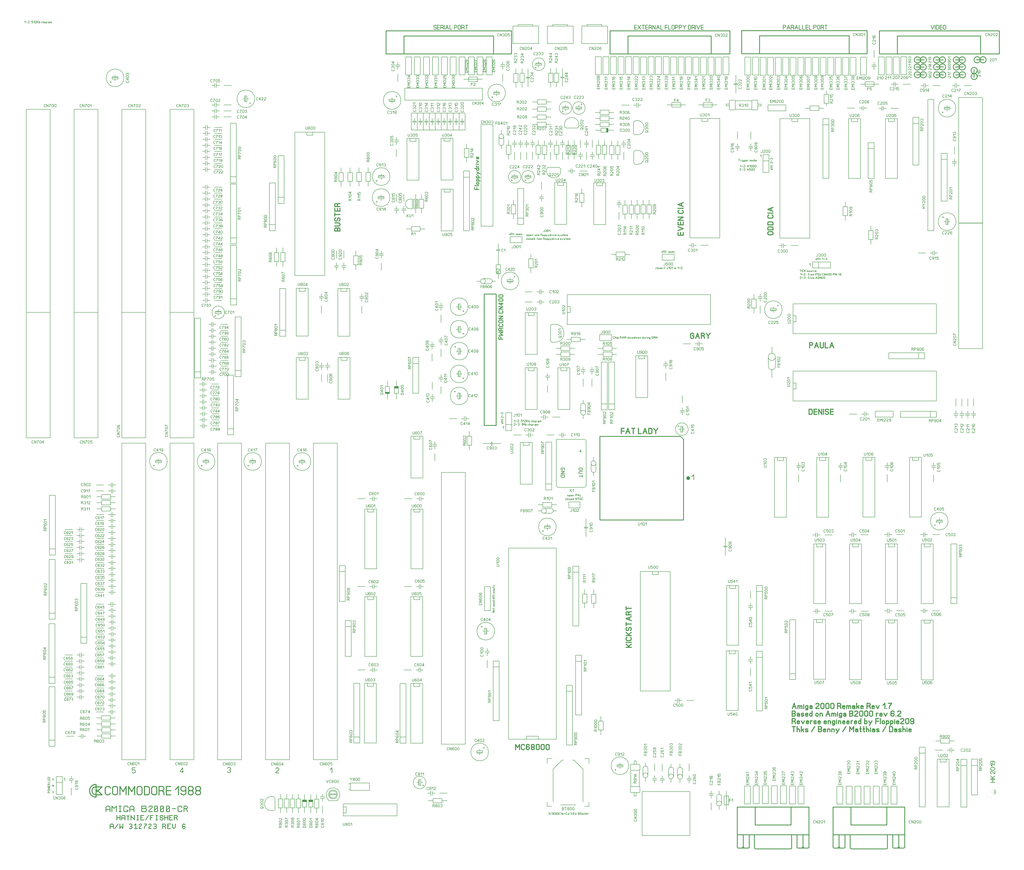
<source format=gbr>
%FSLAX34Y34*%
%MOMM*%
%LNCOPPER_BOTTOM*%
G71*
G01*
%ADD10C, 0.15*%
%ADD11C, 0.21*%
%ADD12C, 0.40*%
%ADD13C, 0.30*%
%ADD14C, 1.59*%
%ADD15C, 0.28*%
%ADD16C, 0.19*%
%ADD17C, 0.10*%
%ADD18C, 0.20*%
%ADD19C, 0.29*%
%ADD20C, 0.15*%
%ADD21C, 0.16*%
%ADD22R, 0.10X0.13*%
%ADD23R, 0.10X0.10*%
%ADD24R, 0.10X0.23*%
%ADD25R, 0.10X0.30*%
%ADD26R, 0.10X0.28*%
%ADD27R, 0.10X0.33*%
%ADD28R, 0.10X0.38*%
%ADD29R, 0.10X0.41*%
%ADD30R, 0.10X0.43*%
%ADD31R, 0.10X0.15*%
%ADD32R, 0.10X0.10*%
%ADD33R, 0.10X0.20*%
%ADD34R, 0.10X0.18*%
%ADD35R, 0.10X0.69*%
%ADD36R, 0.10X0.89*%
%ADD37R, 0.10X0.25*%
%ADD38R, 0.10X1.04*%
%ADD39R, 0.10X1.19*%
%ADD40R, 0.10X1.30*%
%ADD41R, 0.10X0.36*%
%ADD42R, 0.10X0.53*%
%ADD43R, 0.10X0.46*%
%ADD44R, 0.10X0.79*%
%ADD45R, 0.10X0.76*%
%ADD46R, 0.10X0.81*%
%ADD47R, 0.10X0.86*%
%ADD48R, 0.10X0.64*%
%ADD49R, 0.10X0.84*%
%ADD50R, 0.10X0.08*%
%ADD51R, 0.10X0.05*%
%ADD52R, 0.10X0.51*%
%ADD53R, 0.10X1.07*%
%ADD54R, 0.10X0.74*%
%ADD55R, 0.10X0.66*%
%ADD56R, 0.10X0.71*%
%ADD57R, 0.10X0.48*%
%ADD58R, 0.10X0.56*%
%ADD59R, 0.10X0.58*%
%ADD60R, 0.10X0.91*%
%ADD61R, 0.10X0.94*%
%ADD62R, 0.10X0.97*%
%ADD63R, 0.10X1.78*%
%ADD64R, 0.10X1.63*%
%ADD65R, 0.10X1.42*%
%ADD66R, 0.10X1.22*%
%ADD67C, 0.44*%
%ADD68C, 0.40*%
%ADD69C, 0.22*%
%ADD70C, 0.32*%
%ADD71C, 0.24*%
%LPD*%
G54D10*
X1274400Y2995864D02*
X1147400Y2995864D01*
X1147400Y2386262D01*
X1274400Y2386262D01*
X1274400Y2995864D01*
G54D10*
X1223600Y2995864D02*
X1198200Y2995864D01*
X1198200Y2983164D01*
X1223600Y2983164D01*
X1223600Y2995864D01*
G54D11*
X1192836Y3019766D02*
X1192836Y3010377D01*
X1193703Y3008933D01*
X1195436Y3008211D01*
X1197170Y3008211D01*
X1198903Y3008933D01*
X1199770Y3010377D01*
X1199770Y3019766D01*
G54D11*
X1208147Y3013989D02*
X1206414Y3013989D01*
X1204680Y3014711D01*
X1203814Y3016155D01*
X1203814Y3017600D01*
X1204680Y3019044D01*
X1206414Y3019766D01*
X1208147Y3019766D01*
X1209880Y3019044D01*
X1210747Y3017600D01*
X1210747Y3016155D01*
X1209880Y3014711D01*
X1208147Y3013989D01*
X1209880Y3013266D01*
X1210747Y3011822D01*
X1210747Y3010377D01*
X1209880Y3008933D01*
X1208147Y3008211D01*
X1206414Y3008211D01*
X1204680Y3008933D01*
X1203814Y3010377D01*
X1203814Y3011822D01*
X1204680Y3013266D01*
X1206414Y3013989D01*
G54D11*
X1221724Y3017600D02*
X1221724Y3010377D01*
X1220857Y3008933D01*
X1219124Y3008211D01*
X1217390Y3008211D01*
X1215657Y3008933D01*
X1214790Y3010377D01*
X1214790Y3017600D01*
X1215657Y3019044D01*
X1217390Y3019766D01*
X1219124Y3019766D01*
X1220857Y3019044D01*
X1221724Y3017600D01*
G54D11*
X1232701Y3017600D02*
X1232701Y3010377D01*
X1231834Y3008933D01*
X1230101Y3008211D01*
X1228368Y3008211D01*
X1226634Y3008933D01*
X1225768Y3010377D01*
X1225768Y3017600D01*
X1226634Y3019044D01*
X1228368Y3019766D01*
X1230101Y3019766D01*
X1231834Y3019044D01*
X1232701Y3017600D01*
G54D10*
X3336562Y3053807D02*
X3209562Y3053807D01*
X3209562Y2545807D01*
X3336562Y2545807D01*
X3336562Y3053807D01*
G54D10*
X3285762Y3053807D02*
X3260362Y3053807D01*
X3260362Y3041107D01*
X3285762Y3041107D01*
X3285762Y3053807D01*
G54D11*
X3252220Y3072946D02*
X3252220Y3063557D01*
X3253086Y3062112D01*
X3254820Y3061390D01*
X3256553Y3061390D01*
X3258286Y3062112D01*
X3259153Y3063557D01*
X3259153Y3072946D01*
G54D11*
X3263196Y3070779D02*
X3264063Y3072224D01*
X3265796Y3072946D01*
X3267530Y3072946D01*
X3269263Y3072224D01*
X3270130Y3070779D01*
X3270130Y3069335D01*
X3269263Y3067890D01*
X3267530Y3067168D01*
X3269263Y3066446D01*
X3270130Y3065001D01*
X3270130Y3063557D01*
X3269263Y3062112D01*
X3267530Y3061390D01*
X3265796Y3061390D01*
X3264063Y3062112D01*
X3263196Y3063557D01*
G54D11*
X3281107Y3070779D02*
X3281107Y3063557D01*
X3280240Y3062112D01*
X3278507Y3061390D01*
X3276774Y3061390D01*
X3275040Y3062112D01*
X3274174Y3063557D01*
X3274174Y3070779D01*
X3275040Y3072224D01*
X3276774Y3072946D01*
X3278507Y3072946D01*
X3280240Y3072224D01*
X3281107Y3070779D01*
G54D11*
X3292084Y3070779D02*
X3292084Y3063557D01*
X3291217Y3062112D01*
X3289484Y3061390D01*
X3287750Y3061390D01*
X3286017Y3062112D01*
X3285150Y3063557D01*
X3285150Y3070779D01*
X3286017Y3072224D01*
X3287750Y3072946D01*
X3289484Y3072946D01*
X3291217Y3072224D01*
X3292084Y3070779D01*
G54D10*
X2953976Y3054204D02*
X2826976Y3054204D01*
X2826976Y2546203D01*
X2953976Y2546203D01*
X2953976Y3054204D01*
G54D10*
X2903176Y3054204D02*
X2877776Y3054204D01*
X2877776Y3041504D01*
X2903176Y3041504D01*
X2903176Y3054204D01*
G54D11*
X2870932Y3075437D02*
X2870932Y3066048D01*
X2871799Y3064604D01*
X2873532Y3063882D01*
X2875266Y3063882D01*
X2876999Y3064604D01*
X2877866Y3066048D01*
X2877866Y3075437D01*
G54D11*
X2881910Y3073270D02*
X2882776Y3074715D01*
X2884510Y3075437D01*
X2886243Y3075437D01*
X2887976Y3074715D01*
X2888843Y3073270D01*
X2888843Y3071826D01*
X2887976Y3070382D01*
X2886243Y3069659D01*
X2887976Y3068937D01*
X2888843Y3067493D01*
X2888843Y3066048D01*
X2887976Y3064604D01*
X2886243Y3063882D01*
X2884510Y3063882D01*
X2882776Y3064604D01*
X2881910Y3066048D01*
G54D11*
X2899820Y3073270D02*
X2899820Y3066048D01*
X2898953Y3064604D01*
X2897220Y3063882D01*
X2895486Y3063882D01*
X2893753Y3064604D01*
X2892886Y3066048D01*
X2892886Y3073270D01*
X2893753Y3074715D01*
X2895486Y3075437D01*
X2897220Y3075437D01*
X2898953Y3074715D01*
X2899820Y3073270D01*
G54D11*
X2903864Y3071104D02*
X2908197Y3075437D01*
X2908197Y3063882D01*
G54D10*
X3838576Y3135710D02*
X3863976Y3135710D01*
X3863976Y2576910D01*
X3838576Y2576910D01*
X3838576Y3135710D01*
G54D11*
X3827488Y2671547D02*
X3815932Y2671547D01*
G54D11*
X3827488Y2678480D02*
X3815932Y2678480D01*
G54D11*
X3821710Y2671547D02*
X3821710Y2678480D01*
G54D11*
X3815932Y2682524D02*
X3821710Y2686857D01*
X3827488Y2686857D01*
G54D11*
X3821710Y2686857D02*
X3815932Y2691190D01*
G54D11*
X3827488Y2702168D02*
X3827488Y2695235D01*
X3826766Y2695235D01*
X3825321Y2696101D01*
X3820988Y2701301D01*
X3819543Y2702168D01*
X3818099Y2702168D01*
X3816654Y2701301D01*
X3815932Y2699568D01*
X3815932Y2697835D01*
X3816654Y2696101D01*
X3818099Y2695235D01*
G54D11*
X3818099Y2713145D02*
X3825321Y2713145D01*
X3826766Y2712278D01*
X3827488Y2710545D01*
X3827488Y2708812D01*
X3826766Y2707078D01*
X3825321Y2706212D01*
X3818099Y2706212D01*
X3816654Y2707078D01*
X3815932Y2708812D01*
X3815932Y2710545D01*
X3816654Y2712278D01*
X3818099Y2713145D01*
G54D11*
X3818099Y2724122D02*
X3825321Y2724122D01*
X3826766Y2723255D01*
X3827488Y2721522D01*
X3827488Y2719789D01*
X3826766Y2718055D01*
X3825321Y2717189D01*
X3818099Y2717189D01*
X3816654Y2718055D01*
X3815932Y2719789D01*
X3815932Y2721522D01*
X3816654Y2723255D01*
X3818099Y2724122D01*
G54D10*
X2305844Y2305051D02*
X2305844Y2178051D01*
X2915444Y2178051D01*
X2915444Y2305051D01*
X2305844Y2305051D01*
G54D10*
X2305844Y2254251D02*
X2305844Y2228851D01*
X2318544Y2228851D01*
X2318544Y2254251D01*
X2305844Y2254251D01*
G54D11*
X2284612Y2223199D02*
X2294001Y2223199D01*
X2295445Y2224066D01*
X2296168Y2225799D01*
X2296168Y2227532D01*
X2295445Y2229266D01*
X2294001Y2230132D01*
X2284612Y2230132D01*
G54D11*
X2288945Y2234176D02*
X2284612Y2238509D01*
X2296168Y2238509D01*
G54D11*
X2286778Y2249486D02*
X2294001Y2249486D01*
X2295445Y2248620D01*
X2296168Y2246886D01*
X2296168Y2245153D01*
X2295445Y2243420D01*
X2294001Y2242553D01*
X2286778Y2242553D01*
X2285334Y2243420D01*
X2284612Y2245153D01*
X2284612Y2246886D01*
X2285334Y2248620D01*
X2286778Y2249486D01*
G54D11*
X2296168Y2260463D02*
X2296168Y2253530D01*
X2295445Y2253530D01*
X2294001Y2254397D01*
X2289668Y2259597D01*
X2288223Y2260463D01*
X2286778Y2260463D01*
X2285334Y2259597D01*
X2284612Y2257863D01*
X2284612Y2256130D01*
X2285334Y2254397D01*
X2286778Y2253530D01*
G54D12*
X2836242Y2130653D02*
X2842908Y2130653D01*
X2842908Y2123709D01*
X2841242Y2120931D01*
X2837908Y2119542D01*
X2834575Y2119542D01*
X2831242Y2120931D01*
X2829575Y2123709D01*
X2829575Y2137598D01*
X2831242Y2140375D01*
X2834575Y2141764D01*
X2837908Y2141764D01*
X2841242Y2140375D01*
X2842908Y2137598D01*
G54D12*
X2850686Y2119542D02*
X2859019Y2141764D01*
X2867352Y2119542D01*
G54D12*
X2854019Y2127875D02*
X2864019Y2127875D01*
G54D12*
X2881798Y2130653D02*
X2886798Y2127875D01*
X2888464Y2125098D01*
X2888464Y2119542D01*
G54D12*
X2875131Y2119542D02*
X2875131Y2141764D01*
X2883464Y2141764D01*
X2886798Y2140375D01*
X2888464Y2137598D01*
X2888464Y2134820D01*
X2886798Y2132042D01*
X2883464Y2130653D01*
X2875131Y2130653D01*
G54D12*
X2896242Y2141764D02*
X2904575Y2130653D01*
X2904575Y2119542D01*
G54D12*
X2904575Y2130653D02*
X2912908Y2141764D01*
G54D10*
X3265885Y2266157D02*
X3265885Y2139157D01*
X3875485Y2139157D01*
X3875485Y2266157D01*
X3265885Y2266157D01*
G54D10*
X3265885Y2215357D02*
X3265885Y2189957D01*
X3278585Y2189957D01*
X3278585Y2215357D01*
X3265885Y2215357D01*
G54D11*
X3243174Y2182609D02*
X3252564Y2182609D01*
X3254008Y2183476D01*
X3254730Y2185209D01*
X3254730Y2186942D01*
X3254008Y2188676D01*
X3252564Y2189542D01*
X3243174Y2189542D01*
G54D11*
X3254730Y2200520D02*
X3254730Y2193586D01*
X3254008Y2193586D01*
X3252564Y2194453D01*
X3248230Y2199653D01*
X3246786Y2200520D01*
X3245341Y2200520D01*
X3243896Y2199653D01*
X3243174Y2197920D01*
X3243174Y2196186D01*
X3243896Y2194453D01*
X3245341Y2193586D01*
G54D11*
X3245341Y2211496D02*
X3252564Y2211496D01*
X3254008Y2210630D01*
X3254730Y2208896D01*
X3254730Y2207163D01*
X3254008Y2205430D01*
X3252564Y2204563D01*
X3245341Y2204563D01*
X3243896Y2205430D01*
X3243174Y2207163D01*
X3243174Y2208896D01*
X3243896Y2210630D01*
X3245341Y2211496D01*
G54D11*
X3245341Y2222474D02*
X3252564Y2222474D01*
X3254008Y2221607D01*
X3254730Y2219874D01*
X3254730Y2218140D01*
X3254008Y2216407D01*
X3252564Y2215540D01*
X3245341Y2215540D01*
X3243896Y2216407D01*
X3243174Y2218140D01*
X3243174Y2219874D01*
X3243896Y2221607D01*
X3245341Y2222474D01*
G54D12*
X3335748Y2079459D02*
X3335748Y2101681D01*
X3344081Y2101681D01*
X3347415Y2100292D01*
X3349081Y2097514D01*
X3349081Y2094737D01*
X3347415Y2091959D01*
X3344081Y2090570D01*
X3335748Y2090570D01*
G54D12*
X3356859Y2079459D02*
X3365192Y2101681D01*
X3373526Y2079459D01*
G54D12*
X3360192Y2087792D02*
X3370192Y2087792D01*
G54D12*
X3381304Y2101681D02*
X3381304Y2083626D01*
X3382971Y2080848D01*
X3386304Y2079459D01*
X3389637Y2079459D01*
X3392971Y2080848D01*
X3394637Y2083626D01*
X3394637Y2101681D01*
G54D12*
X3402415Y2101681D02*
X3402415Y2079459D01*
X3414082Y2079459D01*
G54D12*
X3421860Y2079459D02*
X3430193Y2101681D01*
X3438527Y2079459D01*
G54D12*
X3425193Y2087792D02*
X3435193Y2087792D01*
G54D10*
X3265885Y1980010D02*
X3265885Y1853010D01*
X3875484Y1853010D01*
X3875484Y1980010D01*
X3265885Y1980010D01*
G54D10*
X3265885Y1929210D02*
X3265885Y1903810D01*
X3278585Y1903810D01*
X3278585Y1929210D01*
X3265885Y1929210D01*
G54D11*
X3241081Y1914828D02*
X3250470Y1914828D01*
X3251914Y1915695D01*
X3252636Y1917428D01*
X3252636Y1919161D01*
X3251914Y1920895D01*
X3250470Y1921761D01*
X3241081Y1921761D01*
G54D11*
X3252636Y1932738D02*
X3252636Y1925805D01*
X3251914Y1925805D01*
X3250470Y1926672D01*
X3246136Y1931872D01*
X3244692Y1932738D01*
X3243248Y1932738D01*
X3241803Y1931872D01*
X3241081Y1930138D01*
X3241081Y1928405D01*
X3241803Y1926672D01*
X3243248Y1925805D01*
G54D11*
X3243248Y1943715D02*
X3250470Y1943715D01*
X3251914Y1942849D01*
X3252636Y1941115D01*
X3252636Y1939382D01*
X3251914Y1937649D01*
X3250470Y1936782D01*
X3243248Y1936782D01*
X3241803Y1937649D01*
X3241081Y1939382D01*
X3241081Y1941115D01*
X3241803Y1942849D01*
X3243248Y1943715D01*
G54D11*
X3245414Y1947759D02*
X3241081Y1952092D01*
X3252636Y1952092D01*
G54D12*
X3333797Y1796487D02*
X3333797Y1818709D01*
X3342130Y1818709D01*
X3345464Y1817320D01*
X3347130Y1814542D01*
X3347130Y1800654D01*
X3345464Y1797876D01*
X3342130Y1796487D01*
X3333797Y1796487D01*
G54D12*
X3366574Y1796487D02*
X3354908Y1796487D01*
X3354908Y1818709D01*
X3366574Y1818709D01*
G54D12*
X3354908Y1807598D02*
X3366574Y1807598D01*
G54D12*
X3374353Y1796487D02*
X3374353Y1818709D01*
X3387686Y1796487D01*
X3387686Y1818709D01*
G54D12*
X3395464Y1796487D02*
X3395464Y1818709D01*
G54D12*
X3403242Y1800654D02*
X3404908Y1797876D01*
X3408242Y1796487D01*
X3411575Y1796487D01*
X3414908Y1797876D01*
X3416575Y1800654D01*
X3416575Y1803431D01*
X3414908Y1806209D01*
X3411575Y1807598D01*
X3408242Y1807598D01*
X3404908Y1808987D01*
X3403242Y1811765D01*
X3403242Y1814542D01*
X3404908Y1817320D01*
X3408242Y1818709D01*
X3411575Y1818709D01*
X3414908Y1817320D01*
X3416575Y1814542D01*
G54D12*
X3436020Y1796487D02*
X3424353Y1796487D01*
X3424353Y1818709D01*
X3436020Y1818709D01*
G54D12*
X3424353Y1807598D02*
X3436020Y1807598D01*
G54D13*
X2799954Y1651397D02*
X2799954Y1689497D01*
X2787254Y1702197D01*
G54D13*
X2787254Y1702197D02*
X2444354Y1702197D01*
X2444354Y1346598D01*
X2799954Y1346598D01*
X2799954Y1651397D01*
G54D11*
X2607937Y1335352D02*
X2607937Y1325963D01*
X2608804Y1324519D01*
X2610537Y1323796D01*
X2612270Y1323796D01*
X2614004Y1324519D01*
X2614870Y1325963D01*
X2614870Y1335352D01*
G54D11*
X2618914Y1331019D02*
X2623247Y1335352D01*
X2623247Y1323796D01*
G54D11*
X2634224Y1333186D02*
X2634224Y1325963D01*
X2633358Y1324519D01*
X2631624Y1323796D01*
X2629891Y1323796D01*
X2628158Y1324519D01*
X2627291Y1325963D01*
X2627291Y1333186D01*
X2628158Y1334630D01*
X2629891Y1335352D01*
X2631624Y1335352D01*
X2633358Y1334630D01*
X2634224Y1333186D01*
G54D11*
X2638268Y1331019D02*
X2642601Y1335352D01*
X2642601Y1323796D01*
G54D14*
X2819798Y1525588D02*
X2819798Y1525588D01*
G54D15*
X2834577Y1531388D02*
X2842910Y1539722D01*
X2842910Y1517499D01*
G54D10*
X2743235Y1127251D02*
X2616235Y1127251D01*
X2616235Y619251D01*
X2743235Y619251D01*
X2743235Y1127251D01*
G54D10*
X2692435Y1127251D02*
X2667035Y1127251D01*
X2667035Y1114551D01*
X2692435Y1114551D01*
X2692435Y1127251D01*
G54D11*
X2650955Y1151947D02*
X2650955Y1142558D01*
X2651822Y1141114D01*
X2653555Y1140391D01*
X2655288Y1140391D01*
X2657022Y1141114D01*
X2657888Y1142558D01*
X2657888Y1151947D01*
G54D11*
X2668865Y1151947D02*
X2661932Y1151947D01*
X2661932Y1146891D01*
X2662799Y1146891D01*
X2664532Y1147614D01*
X2666265Y1147614D01*
X2667999Y1146891D01*
X2668865Y1145447D01*
X2668865Y1142558D01*
X2667999Y1141114D01*
X2666265Y1140391D01*
X2664532Y1140391D01*
X2662799Y1141114D01*
X2661932Y1142558D01*
G54D11*
X2679842Y1149780D02*
X2679842Y1142558D01*
X2678976Y1141114D01*
X2677242Y1140391D01*
X2675509Y1140391D01*
X2673776Y1141114D01*
X2672909Y1142558D01*
X2672909Y1149780D01*
X2673776Y1151224D01*
X2675509Y1151947D01*
X2677242Y1151947D01*
X2678976Y1151224D01*
X2679842Y1149780D01*
G54D11*
X2690819Y1149780D02*
X2690819Y1142558D01*
X2689953Y1141114D01*
X2688219Y1140391D01*
X2686486Y1140391D01*
X2684753Y1141114D01*
X2683886Y1142558D01*
X2683886Y1149780D01*
X2684753Y1151224D01*
X2686486Y1151947D01*
X2688219Y1151947D01*
X2689953Y1151224D01*
X2690819Y1149780D01*
G54D10*
X2055813Y1227535D02*
X2259014Y1227535D01*
X2259014Y414735D01*
X2055813Y414735D01*
X2055813Y1227535D01*
G54D10*
X2132014Y414735D02*
X2132014Y427435D01*
X2182814Y427435D01*
X2182814Y414735D01*
G54D11*
X2004882Y1149249D02*
X2014271Y1149249D01*
X2015716Y1150116D01*
X2016438Y1151849D01*
X2016438Y1153582D01*
X2015716Y1155316D01*
X2014271Y1156182D01*
X2004882Y1156182D01*
G54D11*
X2009216Y1160226D02*
X2004882Y1164559D01*
X2016438Y1164559D01*
G54D11*
X2007049Y1175536D02*
X2014271Y1175536D01*
X2015716Y1174670D01*
X2016438Y1172936D01*
X2016438Y1171203D01*
X2015716Y1169470D01*
X2014271Y1168603D01*
X2007049Y1168603D01*
X2005605Y1169470D01*
X2004882Y1171203D01*
X2004882Y1172936D01*
X2005605Y1174670D01*
X2007049Y1175536D01*
G54D11*
X2007049Y1186513D02*
X2014271Y1186513D01*
X2015716Y1185646D01*
X2016438Y1183913D01*
X2016438Y1182180D01*
X2015716Y1180446D01*
X2014271Y1179580D01*
X2007049Y1179580D01*
X2005605Y1180446D01*
X2004882Y1182180D01*
X2004882Y1183913D01*
X2005605Y1185646D01*
X2007049Y1186513D01*
G54D12*
X2085419Y370507D02*
X2085419Y392729D01*
X2093752Y378840D01*
X2102086Y392729D01*
X2102086Y370507D01*
G54D12*
X2123198Y374674D02*
X2121531Y371896D01*
X2118198Y370507D01*
X2114864Y370507D01*
X2111531Y371896D01*
X2109864Y374674D01*
X2109864Y388562D01*
X2111531Y391340D01*
X2114864Y392729D01*
X2118198Y392729D01*
X2121531Y391340D01*
X2123198Y388562D01*
G54D12*
X2144308Y388562D02*
X2142642Y391340D01*
X2139308Y392729D01*
X2135975Y392729D01*
X2132642Y391340D01*
X2130975Y388562D01*
X2130975Y381618D01*
X2130975Y380229D01*
X2135975Y383007D01*
X2139308Y383007D01*
X2142642Y381618D01*
X2144308Y378840D01*
X2144308Y374674D01*
X2142642Y371896D01*
X2139308Y370507D01*
X2135975Y370507D01*
X2132642Y371896D01*
X2130975Y374674D01*
X2130975Y381618D01*
G54D12*
X2160420Y381618D02*
X2157086Y381618D01*
X2153753Y383007D01*
X2152086Y385785D01*
X2152086Y388562D01*
X2153753Y391340D01*
X2157086Y392729D01*
X2160420Y392729D01*
X2163753Y391340D01*
X2165420Y388562D01*
X2165420Y385785D01*
X2163753Y383007D01*
X2160420Y381618D01*
X2163753Y380229D01*
X2165420Y377452D01*
X2165420Y374674D01*
X2163753Y371896D01*
X2160420Y370507D01*
X2157086Y370507D01*
X2153753Y371896D01*
X2152086Y374674D01*
X2152086Y377452D01*
X2153753Y380229D01*
X2157086Y381618D01*
G54D12*
X2186530Y388562D02*
X2186530Y374674D01*
X2184864Y371896D01*
X2181530Y370507D01*
X2178197Y370507D01*
X2174864Y371896D01*
X2173197Y374674D01*
X2173197Y388562D01*
X2174864Y391340D01*
X2178197Y392729D01*
X2181530Y392729D01*
X2184864Y391340D01*
X2186530Y388562D01*
G54D12*
X2207642Y388562D02*
X2207642Y374674D01*
X2205975Y371896D01*
X2202642Y370507D01*
X2199308Y370507D01*
X2195975Y371896D01*
X2194308Y374674D01*
X2194308Y388562D01*
X2195975Y391340D01*
X2199308Y392729D01*
X2202642Y392729D01*
X2205975Y391340D01*
X2207642Y388562D01*
G54D12*
X2228752Y388562D02*
X2228752Y374674D01*
X2227086Y371896D01*
X2223752Y370507D01*
X2220419Y370507D01*
X2217086Y371896D01*
X2215419Y374674D01*
X2215419Y388562D01*
X2217086Y391340D01*
X2220419Y392729D01*
X2223752Y392729D01*
X2227086Y391340D01*
X2228752Y388562D01*
G54D10*
X3969942Y3143648D02*
X4071541Y3143648D01*
X4071541Y2610248D01*
X3969942Y2610248D01*
X3969942Y3143648D01*
G54D11*
X4002778Y3156980D02*
X4001911Y3155536D01*
X4000178Y3154814D01*
X3998444Y3154814D01*
X3996711Y3155536D01*
X3995844Y3156980D01*
X3995844Y3164202D01*
X3996711Y3165647D01*
X3998444Y3166369D01*
X4000178Y3166369D01*
X4001911Y3165647D01*
X4002778Y3164202D01*
G54D11*
X4006821Y3154814D02*
X4006821Y3166369D01*
X4013754Y3154814D01*
X4013754Y3166369D01*
G54D11*
X4024732Y3154814D02*
X4017798Y3154814D01*
X4017798Y3155536D01*
X4018665Y3156980D01*
X4023865Y3161314D01*
X4024732Y3162758D01*
X4024732Y3164202D01*
X4023865Y3165647D01*
X4022132Y3166369D01*
X4020398Y3166369D01*
X4018665Y3165647D01*
X4017798Y3164202D01*
G54D11*
X4035708Y3164202D02*
X4035708Y3156980D01*
X4034842Y3155536D01*
X4033108Y3154814D01*
X4031375Y3154814D01*
X4029642Y3155536D01*
X4028775Y3156980D01*
X4028775Y3164202D01*
X4029642Y3165647D01*
X4031375Y3166369D01*
X4033108Y3166369D01*
X4034842Y3165647D01*
X4035708Y3164202D01*
G54D11*
X4039752Y3164202D02*
X4040619Y3165647D01*
X4042352Y3166369D01*
X4044086Y3166369D01*
X4045819Y3165647D01*
X4046686Y3164202D01*
X4046686Y3162758D01*
X4045819Y3161314D01*
X4044086Y3160591D01*
X4045819Y3159869D01*
X4046686Y3158425D01*
X4046686Y3156980D01*
X4045819Y3155536D01*
X4044086Y3154814D01*
X4042352Y3154814D01*
X4040619Y3155536D01*
X4039752Y3156980D01*
G54D10*
X3969942Y2609057D02*
X4071538Y2609057D01*
X4071538Y2075657D01*
X3969942Y2075657D01*
X3969942Y2609057D01*
G54D11*
X3957010Y2095939D02*
X3958454Y2095072D01*
X3959176Y2093339D01*
X3959176Y2091606D01*
X3958454Y2089872D01*
X3957010Y2089006D01*
X3949788Y2089006D01*
X3948343Y2089872D01*
X3947621Y2091606D01*
X3947621Y2093339D01*
X3948343Y2095072D01*
X3949788Y2095939D01*
G54D11*
X3959176Y2099982D02*
X3947621Y2099982D01*
X3959176Y2106916D01*
X3947621Y2106916D01*
G54D11*
X3959176Y2117893D02*
X3959176Y2110960D01*
X3958454Y2110960D01*
X3957010Y2111826D01*
X3952676Y2117026D01*
X3951232Y2117893D01*
X3949788Y2117893D01*
X3948343Y2117026D01*
X3947621Y2115293D01*
X3947621Y2113560D01*
X3948343Y2111826D01*
X3949788Y2110960D01*
G54D11*
X3949788Y2128870D02*
X3957010Y2128870D01*
X3958454Y2128003D01*
X3959176Y2126270D01*
X3959176Y2124536D01*
X3958454Y2122803D01*
X3957010Y2121936D01*
X3949788Y2121936D01*
X3948343Y2122803D01*
X3947621Y2124536D01*
X3947621Y2126270D01*
X3948343Y2128003D01*
X3949788Y2128870D01*
G54D11*
X3947621Y2132914D02*
X3947621Y2139847D01*
X3949065Y2138980D01*
X3951232Y2137247D01*
X3954121Y2135514D01*
X3956288Y2134647D01*
X3959176Y2134647D01*
G54D10*
X310357Y2229644D02*
X208757Y2229644D01*
X208757Y3093244D01*
X310357Y3093244D01*
X310357Y2229644D01*
G54D11*
X240403Y3105386D02*
X239536Y3103941D01*
X237803Y3103219D01*
X236070Y3103219D01*
X234336Y3103941D01*
X233470Y3105386D01*
X233470Y3112608D01*
X234336Y3114052D01*
X236070Y3114775D01*
X237803Y3114775D01*
X239536Y3114052D01*
X240403Y3112608D01*
G54D11*
X244446Y3103219D02*
X244446Y3114775D01*
X251380Y3103219D01*
X251380Y3114775D01*
G54D11*
X255424Y3114775D02*
X262357Y3114775D01*
X261490Y3113330D01*
X259757Y3111163D01*
X258024Y3108275D01*
X257157Y3106108D01*
X257157Y3103219D01*
G54D11*
X273334Y3112608D02*
X273334Y3105386D01*
X272467Y3103941D01*
X270734Y3103219D01*
X269000Y3103219D01*
X267267Y3103941D01*
X266400Y3105386D01*
X266400Y3112608D01*
X267267Y3114052D01*
X269000Y3114775D01*
X270734Y3114775D01*
X272467Y3114052D01*
X273334Y3112608D01*
G54D11*
X277378Y3110441D02*
X281711Y3114775D01*
X281711Y3103219D01*
G54D10*
X513557Y2229644D02*
X411957Y2229644D01*
X411957Y3093244D01*
X513557Y3093244D01*
X513557Y2229644D01*
G54D11*
X446778Y3105386D02*
X445911Y3103941D01*
X444178Y3103219D01*
X442444Y3103219D01*
X440711Y3103941D01*
X439844Y3105386D01*
X439844Y3112608D01*
X440711Y3114052D01*
X442444Y3114775D01*
X444178Y3114775D01*
X445911Y3114052D01*
X446778Y3112608D01*
G54D11*
X450822Y3103219D02*
X450822Y3114775D01*
X457755Y3103219D01*
X457755Y3114775D01*
G54D11*
X461798Y3114775D02*
X468732Y3114775D01*
X467865Y3113330D01*
X466132Y3111163D01*
X464398Y3108275D01*
X463532Y3106108D01*
X463532Y3103219D01*
G54D11*
X479709Y3112608D02*
X479709Y3105386D01*
X478842Y3103941D01*
X477109Y3103219D01*
X475376Y3103219D01*
X473642Y3103941D01*
X472776Y3105386D01*
X472776Y3112608D01*
X473642Y3114052D01*
X475376Y3114775D01*
X477109Y3114775D01*
X478842Y3114052D01*
X479709Y3112608D01*
G54D11*
X490686Y3103219D02*
X483752Y3103219D01*
X483752Y3103941D01*
X484619Y3105386D01*
X489819Y3109719D01*
X490686Y3111163D01*
X490686Y3112608D01*
X489819Y3114052D01*
X488086Y3114775D01*
X486352Y3114775D01*
X484619Y3114052D01*
X483752Y3112608D01*
G54D10*
X718344Y2229644D02*
X616744Y2229644D01*
X616744Y3093244D01*
X718344Y3093244D01*
X718344Y2229644D01*
G54D11*
X651565Y3105386D02*
X650698Y3103941D01*
X648965Y3103219D01*
X647232Y3103219D01*
X645498Y3103941D01*
X644632Y3105386D01*
X644632Y3112608D01*
X645498Y3114052D01*
X647232Y3114775D01*
X648965Y3114775D01*
X650698Y3114052D01*
X651565Y3112608D01*
G54D11*
X655608Y3103219D02*
X655608Y3114775D01*
X662542Y3103219D01*
X662542Y3114775D01*
G54D11*
X666586Y3114775D02*
X673519Y3114775D01*
X672652Y3113330D01*
X670919Y3111163D01*
X669186Y3108275D01*
X668319Y3106108D01*
X668319Y3103219D01*
G54D11*
X684496Y3112608D02*
X684496Y3105386D01*
X683629Y3103941D01*
X681896Y3103219D01*
X680162Y3103219D01*
X678429Y3103941D01*
X677562Y3105386D01*
X677562Y3112608D01*
X678429Y3114052D01*
X680162Y3114775D01*
X681896Y3114775D01*
X683629Y3114052D01*
X684496Y3112608D01*
G54D11*
X688540Y3112608D02*
X689406Y3114052D01*
X691140Y3114775D01*
X692873Y3114775D01*
X694606Y3114052D01*
X695473Y3112608D01*
X695473Y3111163D01*
X694606Y3109719D01*
X692873Y3108997D01*
X694606Y3108275D01*
X695473Y3106830D01*
X695473Y3105386D01*
X694606Y3103941D01*
X692873Y3103219D01*
X691140Y3103219D01*
X689406Y3103941D01*
X688540Y3105386D01*
G54D10*
X5557Y2229644D02*
X107157Y2229644D01*
X107157Y1696244D01*
X5557Y1696244D01*
X5557Y2229644D01*
G54D11*
X35615Y1675048D02*
X34749Y1673604D01*
X33015Y1672882D01*
X31282Y1672882D01*
X29549Y1673604D01*
X28682Y1675048D01*
X28682Y1682270D01*
X29549Y1683715D01*
X31282Y1684437D01*
X33015Y1684437D01*
X34749Y1683715D01*
X35615Y1682270D01*
G54D11*
X39659Y1672882D02*
X39659Y1684437D01*
X46592Y1672882D01*
X46592Y1684437D01*
G54D11*
X50636Y1684437D02*
X57569Y1684437D01*
X56703Y1682993D01*
X54969Y1680826D01*
X53236Y1677937D01*
X52369Y1675770D01*
X52369Y1672882D01*
G54D11*
X68546Y1682270D02*
X68546Y1675048D01*
X67680Y1673604D01*
X65946Y1672882D01*
X64213Y1672882D01*
X62480Y1673604D01*
X61613Y1675048D01*
X61613Y1682270D01*
X62480Y1683715D01*
X64213Y1684437D01*
X65946Y1684437D01*
X67680Y1683715D01*
X68546Y1682270D01*
G54D11*
X77790Y1672882D02*
X77790Y1684437D01*
X72590Y1677215D01*
X72590Y1675770D01*
X79523Y1675770D01*
G54D10*
X208757Y2229644D02*
X310357Y2229644D01*
X310357Y1696244D01*
X208757Y1696244D01*
X208757Y2229644D01*
G54D11*
X241990Y1675048D02*
X241124Y1673604D01*
X239390Y1672882D01*
X237657Y1672882D01*
X235924Y1673604D01*
X235057Y1675048D01*
X235057Y1682270D01*
X235924Y1683715D01*
X237657Y1684437D01*
X239390Y1684437D01*
X241124Y1683715D01*
X241990Y1682270D01*
G54D11*
X246034Y1672882D02*
X246034Y1684437D01*
X252967Y1672882D01*
X252967Y1684437D01*
G54D11*
X257011Y1684437D02*
X263944Y1684437D01*
X263078Y1682993D01*
X261344Y1680826D01*
X259611Y1677937D01*
X258744Y1675770D01*
X258744Y1672882D01*
G54D11*
X274921Y1682270D02*
X274921Y1675048D01*
X274055Y1673604D01*
X272321Y1672882D01*
X270588Y1672882D01*
X268855Y1673604D01*
X267988Y1675048D01*
X267988Y1682270D01*
X268855Y1683715D01*
X270588Y1684437D01*
X272321Y1684437D01*
X274055Y1683715D01*
X274921Y1682270D01*
G54D11*
X285898Y1684437D02*
X278965Y1684437D01*
X278965Y1679382D01*
X279832Y1679382D01*
X281565Y1680104D01*
X283298Y1680104D01*
X285032Y1679382D01*
X285898Y1677937D01*
X285898Y1675048D01*
X285032Y1673604D01*
X283298Y1672882D01*
X281565Y1672882D01*
X279832Y1673604D01*
X278965Y1675048D01*
G54D10*
X411957Y2229644D02*
X513557Y2229644D01*
X513557Y1696244D01*
X411957Y1696244D01*
X411957Y2229644D01*
G54D11*
X400614Y1707003D02*
X402058Y1706136D01*
X402780Y1704403D01*
X402780Y1702670D01*
X402058Y1700936D01*
X400614Y1700070D01*
X393392Y1700070D01*
X391947Y1700936D01*
X391225Y1702670D01*
X391225Y1704403D01*
X391947Y1706136D01*
X393392Y1707003D01*
G54D11*
X402780Y1711047D02*
X391225Y1711047D01*
X402780Y1717980D01*
X391225Y1717980D01*
G54D11*
X391225Y1722024D02*
X391225Y1728957D01*
X392669Y1728090D01*
X394836Y1726357D01*
X397725Y1724624D01*
X399892Y1723757D01*
X402780Y1723757D01*
G54D11*
X393392Y1739934D02*
X400614Y1739934D01*
X402058Y1739067D01*
X402780Y1737334D01*
X402780Y1735601D01*
X402058Y1733867D01*
X400614Y1733001D01*
X393392Y1733001D01*
X391947Y1733867D01*
X391225Y1735601D01*
X391225Y1737334D01*
X391947Y1739067D01*
X393392Y1739934D01*
G54D11*
X393392Y1750911D02*
X391947Y1750044D01*
X391225Y1748311D01*
X391225Y1746578D01*
X391947Y1744844D01*
X393392Y1743978D01*
X397003Y1743978D01*
X397725Y1743978D01*
X396280Y1746578D01*
X396280Y1748311D01*
X397003Y1750044D01*
X398447Y1750911D01*
X400614Y1750911D01*
X402058Y1750044D01*
X402780Y1748311D01*
X402780Y1746578D01*
X402058Y1744844D01*
X400614Y1743978D01*
X397003Y1743978D01*
G54D10*
X616744Y2229644D02*
X718344Y2229644D01*
X718344Y1696244D01*
X616744Y1696244D01*
X616744Y2229644D01*
G54D11*
X605335Y1708259D02*
X606780Y1707392D01*
X607502Y1705659D01*
X607502Y1703925D01*
X606780Y1702192D01*
X605335Y1701325D01*
X598113Y1701325D01*
X596669Y1702192D01*
X595946Y1703925D01*
X595946Y1705659D01*
X596669Y1707392D01*
X598113Y1708259D01*
G54D11*
X607502Y1712302D02*
X595946Y1712302D01*
X607502Y1719236D01*
X595946Y1719236D01*
G54D11*
X595946Y1723279D02*
X595946Y1730213D01*
X597391Y1729346D01*
X599558Y1727613D01*
X602446Y1725879D01*
X604613Y1725013D01*
X607502Y1725013D01*
G54D11*
X598113Y1741190D02*
X605335Y1741190D01*
X606780Y1740323D01*
X607502Y1738590D01*
X607502Y1736856D01*
X606780Y1735123D01*
X605335Y1734256D01*
X598113Y1734256D01*
X596669Y1735123D01*
X595946Y1736856D01*
X595946Y1738590D01*
X596669Y1740323D01*
X598113Y1741190D01*
G54D11*
X595946Y1745233D02*
X595946Y1752167D01*
X597391Y1751300D01*
X599558Y1749567D01*
X602446Y1747833D01*
X604613Y1746967D01*
X607502Y1746967D01*
G54D10*
X107157Y2229644D02*
X5557Y2229644D01*
X5557Y3093244D01*
X107157Y3093244D01*
X107157Y2229644D01*
G54D11*
X88003Y3105386D02*
X87136Y3103941D01*
X85403Y3103219D01*
X83670Y3103219D01*
X81936Y3103941D01*
X81070Y3105386D01*
X81070Y3112608D01*
X81936Y3114052D01*
X83670Y3114775D01*
X85403Y3114775D01*
X87136Y3114052D01*
X88003Y3112608D01*
G54D11*
X92046Y3103219D02*
X92046Y3114775D01*
X98980Y3103219D01*
X98980Y3114775D01*
G54D11*
X103024Y3114775D02*
X109957Y3114775D01*
X109090Y3113330D01*
X107357Y3111163D01*
X105624Y3108275D01*
X104757Y3106108D01*
X104757Y3103219D01*
G54D11*
X120934Y3112608D02*
X120934Y3105386D01*
X120067Y3103941D01*
X118334Y3103219D01*
X116600Y3103219D01*
X114867Y3103941D01*
X114000Y3105386D01*
X114000Y3112608D01*
X114867Y3114052D01*
X116600Y3114775D01*
X118334Y3114775D01*
X120067Y3114052D01*
X120934Y3112608D01*
G54D11*
X131911Y3112608D02*
X131911Y3105386D01*
X131044Y3103941D01*
X129311Y3103219D01*
X127578Y3103219D01*
X125844Y3103941D01*
X124978Y3105386D01*
X124978Y3112608D01*
X125844Y3114052D01*
X127578Y3114775D01*
X129311Y3114775D01*
X131044Y3114052D01*
X131911Y3112608D01*
G54D10*
X1770857Y393302D02*
X1770857Y1549004D01*
X1872457Y1549004D01*
X1872457Y393302D01*
X1770857Y393302D01*
G54D11*
X1801855Y370467D02*
X1800989Y369023D01*
X1799255Y368300D01*
X1797522Y368300D01*
X1795789Y369023D01*
X1794922Y370467D01*
X1794922Y377690D01*
X1795789Y379134D01*
X1797522Y379856D01*
X1799255Y379856D01*
X1800989Y379134D01*
X1801855Y377690D01*
G54D11*
X1805899Y368300D02*
X1805899Y379856D01*
X1812832Y368300D01*
X1812832Y379856D01*
G54D11*
X1823809Y377690D02*
X1822943Y379134D01*
X1821209Y379856D01*
X1819476Y379856D01*
X1817743Y379134D01*
X1816876Y377690D01*
X1816876Y374078D01*
X1816876Y373356D01*
X1819476Y374800D01*
X1821209Y374800D01*
X1822943Y374078D01*
X1823809Y372634D01*
X1823809Y370467D01*
X1822943Y369023D01*
X1821209Y368300D01*
X1819476Y368300D01*
X1817743Y369023D01*
X1816876Y370467D01*
X1816876Y374078D01*
G54D11*
X1834786Y377690D02*
X1834786Y370467D01*
X1833920Y369023D01*
X1832186Y368300D01*
X1830453Y368300D01*
X1828720Y369023D01*
X1827853Y370467D01*
X1827853Y377690D01*
X1828720Y379134D01*
X1830453Y379856D01*
X1832186Y379856D01*
X1833920Y379134D01*
X1834786Y377690D01*
G54D11*
X1845763Y377690D02*
X1845763Y370467D01*
X1844897Y369023D01*
X1843163Y368300D01*
X1841430Y368300D01*
X1839697Y369023D01*
X1838830Y370467D01*
X1838830Y377690D01*
X1839697Y379134D01*
X1841430Y379856D01*
X1843163Y379856D01*
X1844897Y379134D01*
X1845763Y377690D01*
G54D10*
X411957Y327022D02*
X513557Y327022D01*
X513557Y1673226D01*
X411957Y1673226D01*
X411957Y327022D01*
G54D10*
X616744Y327022D02*
X718344Y327022D01*
X718344Y1673226D01*
X616744Y1673226D01*
X616744Y327022D01*
G54D10*
X818754Y327416D02*
X920354Y327416D01*
X920354Y1673623D01*
X818754Y1673623D01*
X818754Y327416D01*
G54D10*
X1022748Y327418D02*
X1124348Y327418D01*
X1124348Y1673623D01*
X1022748Y1673623D01*
X1022748Y327418D01*
G54D10*
X1226344Y327022D02*
X1327944Y327022D01*
X1327944Y1673226D01*
X1226344Y1673226D01*
X1226344Y327022D01*
G54D15*
X468550Y293289D02*
X455216Y293289D01*
X455216Y283566D01*
X456883Y283566D01*
X460216Y284956D01*
X463550Y284956D01*
X466883Y283566D01*
X468550Y280789D01*
X468550Y275233D01*
X466883Y272456D01*
X463550Y271066D01*
X460216Y271066D01*
X456883Y272456D01*
X455216Y275233D01*
G54D15*
X669607Y271066D02*
X669607Y293289D01*
X659607Y279400D01*
X659607Y276622D01*
X672940Y276622D01*
G54D15*
X860822Y291106D02*
X862489Y293884D01*
X865822Y295273D01*
X869156Y295273D01*
X872489Y293884D01*
X874156Y291106D01*
X874156Y288328D01*
X872489Y285551D01*
X869156Y284162D01*
X872489Y282773D01*
X874156Y279995D01*
X874156Y277218D01*
X872489Y274440D01*
X869156Y273051D01*
X865822Y273051D01*
X862489Y274440D01*
X860822Y277218D01*
G54D15*
X1078944Y271066D02*
X1065610Y271066D01*
X1065610Y272455D01*
X1067277Y275233D01*
X1077277Y283566D01*
X1078944Y286344D01*
X1078944Y289122D01*
X1077277Y291900D01*
X1073944Y293288D01*
X1070610Y293288D01*
X1067277Y291900D01*
X1065610Y289122D01*
G54D15*
X1296592Y284956D02*
X1304925Y293289D01*
X1304925Y271066D01*
G54D10*
X1352948Y139700D02*
X1352948Y88900D01*
X1581549Y88900D01*
X1581549Y139700D01*
X1352948Y139700D01*
G54D10*
X1352948Y127000D02*
X1352948Y101600D01*
X1365648Y101600D01*
X1365648Y127000D01*
X1352948Y127000D01*
G54D11*
X1352594Y58447D02*
X1352594Y49058D01*
X1353461Y47614D01*
X1355194Y46891D01*
X1356928Y46891D01*
X1358661Y47614D01*
X1359528Y49058D01*
X1359528Y58447D01*
G54D11*
X1367905Y52669D02*
X1366172Y52669D01*
X1364438Y53391D01*
X1363572Y54836D01*
X1363572Y56280D01*
X1364438Y57724D01*
X1366172Y58447D01*
X1367905Y58447D01*
X1369638Y57724D01*
X1370505Y56280D01*
X1370505Y54836D01*
X1369638Y53391D01*
X1367905Y52669D01*
X1369638Y51947D01*
X1370505Y50502D01*
X1370505Y49058D01*
X1369638Y47614D01*
X1367905Y46891D01*
X1366172Y46891D01*
X1364438Y47614D01*
X1363572Y49058D01*
X1363572Y50502D01*
X1364438Y51947D01*
X1366172Y52669D01*
G54D11*
X1381482Y56280D02*
X1381482Y49058D01*
X1380615Y47614D01*
X1378882Y46891D01*
X1377148Y46891D01*
X1375415Y47614D01*
X1374548Y49058D01*
X1374548Y56280D01*
X1375415Y57724D01*
X1377148Y58447D01*
X1378882Y58447D01*
X1380615Y57724D01*
X1381482Y56280D01*
G54D11*
X1385526Y54114D02*
X1389859Y58447D01*
X1389859Y46891D01*
G54D10*
X1691517Y1393156D02*
X1640717Y1393156D01*
X1640717Y1139155D01*
X1691517Y1139155D01*
X1691517Y1393156D01*
G54D10*
X1678817Y1393156D02*
X1653417Y1393156D01*
X1653417Y1380456D01*
X1678817Y1380456D01*
X1678817Y1393156D01*
G54D11*
X1645672Y1412693D02*
X1645672Y1403304D01*
X1646539Y1401860D01*
X1648272Y1401138D01*
X1650006Y1401138D01*
X1651739Y1401860D01*
X1652606Y1403304D01*
X1652606Y1412693D01*
G54D11*
X1663583Y1410526D02*
X1662716Y1411971D01*
X1660983Y1412693D01*
X1659250Y1412693D01*
X1657516Y1411971D01*
X1656650Y1410526D01*
X1656650Y1406915D01*
X1656650Y1406193D01*
X1659250Y1407638D01*
X1660983Y1407638D01*
X1662716Y1406915D01*
X1663583Y1405471D01*
X1663583Y1403304D01*
X1662716Y1401860D01*
X1660983Y1401138D01*
X1659250Y1401138D01*
X1657516Y1401860D01*
X1656650Y1403304D01*
X1656650Y1406915D01*
G54D11*
X1674560Y1410526D02*
X1674560Y1403304D01*
X1673693Y1401860D01*
X1671960Y1401138D01*
X1670226Y1401138D01*
X1668493Y1401860D01*
X1667626Y1403304D01*
X1667626Y1410526D01*
X1668493Y1411971D01*
X1670226Y1412693D01*
X1671960Y1412693D01*
X1673693Y1411971D01*
X1674560Y1410526D01*
G54D11*
X1685537Y1410526D02*
X1685537Y1403304D01*
X1684670Y1401860D01*
X1682937Y1401138D01*
X1681204Y1401138D01*
X1679470Y1401860D01*
X1678604Y1403304D01*
X1678604Y1410526D01*
X1679470Y1411971D01*
X1681204Y1412693D01*
X1682937Y1412693D01*
X1684670Y1411971D01*
X1685537Y1410526D01*
G54D10*
X1495064Y1393157D02*
X1444264Y1393157D01*
X1444264Y1139156D01*
X1495064Y1139156D01*
X1495064Y1393157D01*
G54D10*
X1482364Y1393157D02*
X1456964Y1393157D01*
X1456964Y1380457D01*
X1482364Y1380457D01*
X1482364Y1393157D01*
G54D11*
X1450914Y1412406D02*
X1450914Y1403017D01*
X1451781Y1401573D01*
X1453514Y1400851D01*
X1455248Y1400851D01*
X1456981Y1401573D01*
X1457848Y1403017D01*
X1457848Y1412406D01*
G54D11*
X1468825Y1410240D02*
X1467958Y1411684D01*
X1466225Y1412406D01*
X1464491Y1412406D01*
X1462758Y1411684D01*
X1461891Y1410240D01*
X1461891Y1406628D01*
X1461891Y1405906D01*
X1464491Y1407351D01*
X1466225Y1407351D01*
X1467958Y1406628D01*
X1468825Y1405184D01*
X1468825Y1403017D01*
X1467958Y1401573D01*
X1466225Y1400851D01*
X1464491Y1400851D01*
X1462758Y1401573D01*
X1461891Y1403017D01*
X1461891Y1406628D01*
G54D11*
X1479802Y1410240D02*
X1479802Y1403017D01*
X1478935Y1401573D01*
X1477202Y1400851D01*
X1475468Y1400851D01*
X1473735Y1401573D01*
X1472868Y1403017D01*
X1472868Y1410240D01*
X1473735Y1411684D01*
X1475468Y1412406D01*
X1477202Y1412406D01*
X1478935Y1411684D01*
X1479802Y1410240D01*
G54D11*
X1483845Y1408073D02*
X1488179Y1412406D01*
X1488179Y1400851D01*
G54D10*
X1691120Y1020492D02*
X1640320Y1020492D01*
X1640320Y766490D01*
X1691120Y766490D01*
X1691120Y1020492D01*
G54D10*
X1678420Y1020492D02*
X1653020Y1020492D01*
X1653020Y1007792D01*
X1678420Y1007792D01*
X1678420Y1020492D01*
G54D11*
X1645276Y1039234D02*
X1645276Y1029845D01*
X1646142Y1028400D01*
X1647876Y1027678D01*
X1649609Y1027678D01*
X1651342Y1028400D01*
X1652209Y1029845D01*
X1652209Y1039234D01*
G54D11*
X1663186Y1037067D02*
X1662319Y1038511D01*
X1660586Y1039234D01*
X1658852Y1039234D01*
X1657119Y1038511D01*
X1656252Y1037067D01*
X1656252Y1033456D01*
X1656252Y1032734D01*
X1658852Y1034178D01*
X1660586Y1034178D01*
X1662319Y1033456D01*
X1663186Y1032011D01*
X1663186Y1029845D01*
X1662319Y1028400D01*
X1660586Y1027678D01*
X1658852Y1027678D01*
X1657119Y1028400D01*
X1656252Y1029845D01*
X1656252Y1033456D01*
G54D11*
X1674163Y1037067D02*
X1674163Y1029845D01*
X1673296Y1028400D01*
X1671563Y1027678D01*
X1669830Y1027678D01*
X1668096Y1028400D01*
X1667230Y1029845D01*
X1667230Y1037067D01*
X1668096Y1038511D01*
X1669830Y1039234D01*
X1671563Y1039234D01*
X1673296Y1038511D01*
X1674163Y1037067D01*
G54D11*
X1685140Y1039234D02*
X1678206Y1039234D01*
X1678206Y1034178D01*
X1679073Y1034178D01*
X1680806Y1034900D01*
X1682540Y1034900D01*
X1684273Y1034178D01*
X1685140Y1032734D01*
X1685140Y1029845D01*
X1684273Y1028400D01*
X1682540Y1027678D01*
X1680806Y1027678D01*
X1679073Y1028400D01*
X1678206Y1029845D01*
G54D10*
X1495064Y1020889D02*
X1444264Y1020889D01*
X1444264Y766887D01*
X1495064Y766887D01*
X1495064Y1020889D01*
G54D10*
X1482364Y1020889D02*
X1456964Y1020889D01*
X1456964Y1008189D01*
X1482364Y1008189D01*
X1482364Y1020889D01*
G54D11*
X1450013Y1039233D02*
X1450013Y1029844D01*
X1450880Y1028400D01*
X1452613Y1027678D01*
X1454346Y1027678D01*
X1456080Y1028400D01*
X1456946Y1029844D01*
X1456946Y1039233D01*
G54D11*
X1467924Y1037067D02*
X1467057Y1038511D01*
X1465324Y1039233D01*
X1463590Y1039233D01*
X1461857Y1038511D01*
X1460990Y1037067D01*
X1460990Y1033456D01*
X1460990Y1032733D01*
X1463590Y1034178D01*
X1465324Y1034178D01*
X1467057Y1033456D01*
X1467924Y1032011D01*
X1467924Y1029844D01*
X1467057Y1028400D01*
X1465324Y1027678D01*
X1463590Y1027678D01*
X1461857Y1028400D01*
X1460990Y1029844D01*
X1460990Y1033456D01*
G54D11*
X1478900Y1037067D02*
X1478900Y1029844D01*
X1478034Y1028400D01*
X1476300Y1027678D01*
X1474567Y1027678D01*
X1472834Y1028400D01*
X1471967Y1029844D01*
X1471967Y1037067D01*
X1472834Y1038511D01*
X1474567Y1039233D01*
X1476300Y1039233D01*
X1478034Y1038511D01*
X1478900Y1037067D01*
G54D11*
X1489878Y1027678D02*
X1482944Y1027678D01*
X1482944Y1028400D01*
X1483811Y1029844D01*
X1489011Y1034178D01*
X1489878Y1035622D01*
X1489878Y1037067D01*
X1489011Y1038511D01*
X1487278Y1039233D01*
X1485544Y1039233D01*
X1483811Y1038511D01*
X1482944Y1037067D01*
G54D10*
X1691120Y651398D02*
X1640320Y651398D01*
X1640320Y397396D01*
X1691120Y397396D01*
X1691120Y651398D01*
G54D10*
X1678420Y651398D02*
X1653020Y651398D01*
X1653020Y638698D01*
X1678420Y638698D01*
X1678420Y651398D01*
G54D11*
X1646931Y672193D02*
X1646931Y662804D01*
X1647797Y661360D01*
X1649531Y660638D01*
X1651264Y660638D01*
X1652997Y661360D01*
X1653864Y662804D01*
X1653864Y672193D01*
G54D11*
X1664841Y670027D02*
X1663974Y671471D01*
X1662241Y672193D01*
X1660508Y672193D01*
X1658774Y671471D01*
X1657908Y670027D01*
X1657908Y666416D01*
X1657908Y665693D01*
X1660508Y667138D01*
X1662241Y667138D01*
X1663974Y666416D01*
X1664841Y664971D01*
X1664841Y662804D01*
X1663974Y661360D01*
X1662241Y660638D01*
X1660508Y660638D01*
X1658774Y661360D01*
X1657908Y662804D01*
X1657908Y666416D01*
G54D11*
X1675818Y670027D02*
X1675818Y662804D01*
X1674951Y661360D01*
X1673218Y660638D01*
X1671485Y660638D01*
X1669751Y661360D01*
X1668885Y662804D01*
X1668885Y670027D01*
X1669751Y671471D01*
X1671485Y672193D01*
X1673218Y672193D01*
X1674951Y671471D01*
X1675818Y670027D01*
G54D11*
X1685062Y660638D02*
X1685062Y672193D01*
X1679862Y664971D01*
X1679862Y663527D01*
X1686795Y663527D01*
G54D10*
X1493476Y652191D02*
X1442676Y652191D01*
X1442676Y398190D01*
X1493476Y398190D01*
X1493476Y652191D01*
G54D10*
X1480776Y652191D02*
X1455376Y652191D01*
X1455376Y639491D01*
X1480776Y639491D01*
X1480776Y652191D01*
G54D11*
X1448028Y672521D02*
X1448028Y663132D01*
X1448895Y661688D01*
X1450628Y660966D01*
X1452361Y660966D01*
X1454095Y661688D01*
X1454961Y663132D01*
X1454961Y672521D01*
G54D11*
X1465938Y670355D02*
X1465072Y671799D01*
X1463338Y672521D01*
X1461605Y672521D01*
X1459872Y671799D01*
X1459005Y670355D01*
X1459005Y666744D01*
X1459005Y666021D01*
X1461605Y667466D01*
X1463338Y667466D01*
X1465072Y666744D01*
X1465938Y665299D01*
X1465938Y663132D01*
X1465072Y661688D01*
X1463338Y660966D01*
X1461605Y660966D01*
X1459872Y661688D01*
X1459005Y663132D01*
X1459005Y666744D01*
G54D11*
X1476915Y670355D02*
X1476915Y663132D01*
X1476049Y661688D01*
X1474315Y660966D01*
X1472582Y660966D01*
X1470849Y661688D01*
X1469982Y663132D01*
X1469982Y670355D01*
X1470849Y671799D01*
X1472582Y672521D01*
X1474315Y672521D01*
X1476049Y671799D01*
X1476915Y670355D01*
G54D11*
X1480959Y670355D02*
X1481826Y671799D01*
X1483559Y672521D01*
X1485292Y672521D01*
X1487026Y671799D01*
X1487892Y670355D01*
X1487892Y668910D01*
X1487026Y667466D01*
X1485292Y666744D01*
X1487026Y666021D01*
X1487892Y664577D01*
X1487892Y663132D01*
X1487026Y661688D01*
X1485292Y660966D01*
X1483559Y660966D01*
X1481826Y661688D01*
X1480959Y663132D01*
G54D10*
X1691516Y1703116D02*
X1640716Y1703116D01*
X1640716Y1525316D01*
X1691516Y1525316D01*
X1691516Y1703116D01*
G54D10*
X1678816Y1703116D02*
X1653416Y1703116D01*
X1653416Y1690416D01*
X1678816Y1690416D01*
X1678816Y1703116D01*
G54D11*
X1648910Y1722717D02*
X1648910Y1713328D01*
X1649777Y1711884D01*
X1651510Y1711162D01*
X1653244Y1711162D01*
X1654977Y1711884D01*
X1655844Y1713328D01*
X1655844Y1722717D01*
G54D11*
X1666821Y1720550D02*
X1665954Y1721995D01*
X1664221Y1722717D01*
X1662487Y1722717D01*
X1660754Y1721995D01*
X1659887Y1720550D01*
X1659887Y1716939D01*
X1659887Y1716217D01*
X1662487Y1717662D01*
X1664221Y1717662D01*
X1665954Y1716939D01*
X1666821Y1715495D01*
X1666821Y1713328D01*
X1665954Y1711884D01*
X1664221Y1711162D01*
X1662487Y1711162D01*
X1660754Y1711884D01*
X1659887Y1713328D01*
X1659887Y1716939D01*
G54D11*
X1677798Y1720550D02*
X1677798Y1713328D01*
X1676931Y1711884D01*
X1675198Y1711162D01*
X1673464Y1711162D01*
X1671731Y1711884D01*
X1670864Y1713328D01*
X1670864Y1720550D01*
X1671731Y1721995D01*
X1673464Y1722717D01*
X1675198Y1722717D01*
X1676931Y1721995D01*
X1677798Y1720550D01*
G54D11*
X1681841Y1722717D02*
X1688775Y1722717D01*
X1687908Y1721273D01*
X1686175Y1719106D01*
X1684441Y1716217D01*
X1683575Y1714050D01*
X1683575Y1711162D01*
G54D10*
X1381556Y2038476D02*
X1330756Y2038476D01*
X1330756Y1860676D01*
X1381556Y1860676D01*
X1381556Y2038476D01*
G54D10*
X1368856Y2038476D02*
X1343456Y2038476D01*
X1343456Y2025776D01*
X1368856Y2025776D01*
X1368856Y2038476D01*
G54D11*
X1337300Y2060790D02*
X1337300Y2051402D01*
X1338166Y2049957D01*
X1339900Y2049235D01*
X1341633Y2049235D01*
X1343366Y2049957D01*
X1344233Y2051402D01*
X1344233Y2060790D01*
G54D11*
X1355210Y2058624D02*
X1354343Y2060068D01*
X1352610Y2060790D01*
X1350876Y2060790D01*
X1349143Y2060068D01*
X1348276Y2058624D01*
X1348276Y2055013D01*
X1348276Y2054290D01*
X1350876Y2055735D01*
X1352610Y2055735D01*
X1354343Y2055013D01*
X1355210Y2053568D01*
X1355210Y2051402D01*
X1354343Y2049957D01*
X1352610Y2049235D01*
X1350876Y2049235D01*
X1349143Y2049957D01*
X1348276Y2051402D01*
X1348276Y2055013D01*
G54D11*
X1366187Y2058624D02*
X1366187Y2051402D01*
X1365320Y2049957D01*
X1363587Y2049235D01*
X1361854Y2049235D01*
X1360120Y2049957D01*
X1359254Y2051402D01*
X1359254Y2058624D01*
X1360120Y2060068D01*
X1361854Y2060790D01*
X1363587Y2060790D01*
X1365320Y2060068D01*
X1366187Y2058624D01*
G54D11*
X1377164Y2058624D02*
X1376297Y2060068D01*
X1374564Y2060790D01*
X1372830Y2060790D01*
X1371097Y2060068D01*
X1370230Y2058624D01*
X1370230Y2055013D01*
X1370230Y2054290D01*
X1372830Y2055735D01*
X1374564Y2055735D01*
X1376297Y2055013D01*
X1377164Y2053568D01*
X1377164Y2051402D01*
X1376297Y2049957D01*
X1374564Y2049235D01*
X1372830Y2049235D01*
X1371097Y2049957D01*
X1370230Y2051402D01*
X1370230Y2055013D01*
G54D10*
X1204550Y2038078D02*
X1153750Y2038078D01*
X1153750Y1860279D01*
X1204550Y1860279D01*
X1204550Y2038078D01*
G54D10*
X1191850Y2038078D02*
X1166450Y2038078D01*
X1166450Y2025378D01*
X1191850Y2025378D01*
X1191850Y2038078D01*
G54D11*
X1161484Y2060392D02*
X1161484Y2051003D01*
X1162351Y2049559D01*
X1164084Y2048837D01*
X1165818Y2048837D01*
X1167551Y2049559D01*
X1168418Y2051003D01*
X1168418Y2060392D01*
G54D11*
X1176795Y2054614D02*
X1175062Y2054614D01*
X1173328Y2055337D01*
X1172462Y2056781D01*
X1172462Y2058226D01*
X1173328Y2059670D01*
X1175062Y2060392D01*
X1176795Y2060392D01*
X1178528Y2059670D01*
X1179395Y2058226D01*
X1179395Y2056781D01*
X1178528Y2055337D01*
X1176795Y2054614D01*
X1178528Y2053892D01*
X1179395Y2052448D01*
X1179395Y2051003D01*
X1178528Y2049559D01*
X1176795Y2048837D01*
X1175062Y2048837D01*
X1173328Y2049559D01*
X1172462Y2051003D01*
X1172462Y2052448D01*
X1173328Y2053892D01*
X1175062Y2054614D01*
G54D11*
X1190372Y2058226D02*
X1190372Y2051003D01*
X1189505Y2049559D01*
X1187772Y2048837D01*
X1186038Y2048837D01*
X1184305Y2049559D01*
X1183438Y2051003D01*
X1183438Y2058226D01*
X1184305Y2059670D01*
X1186038Y2060392D01*
X1187772Y2060392D01*
X1189505Y2059670D01*
X1190372Y2058226D01*
G54D11*
X1194416Y2058226D02*
X1195282Y2059670D01*
X1197016Y2060392D01*
X1198749Y2060392D01*
X1200482Y2059670D01*
X1201349Y2058226D01*
X1201349Y2056781D01*
X1200482Y2055337D01*
X1198749Y2054614D01*
X1200482Y2053892D01*
X1201349Y2052448D01*
X1201349Y2051003D01*
X1200482Y2049559D01*
X1198749Y2048837D01*
X1197016Y2048837D01*
X1195282Y2049559D01*
X1194416Y2051003D01*
G54D10*
X1381126Y2331641D02*
X1330326Y2331641D01*
X1330326Y2128441D01*
X1381126Y2128441D01*
X1381126Y2331641D01*
G54D10*
X1368426Y2331641D02*
X1343026Y2331641D01*
X1343026Y2318941D01*
X1368426Y2318941D01*
X1368426Y2331641D01*
G54D11*
X1336471Y2353955D02*
X1336471Y2344566D01*
X1337338Y2343122D01*
X1339071Y2342400D01*
X1340804Y2342400D01*
X1342538Y2343122D01*
X1343404Y2344566D01*
X1343404Y2353955D01*
G54D11*
X1351781Y2348178D02*
X1350048Y2348178D01*
X1348315Y2348900D01*
X1347448Y2350344D01*
X1347448Y2351789D01*
X1348315Y2353233D01*
X1350048Y2353955D01*
X1351781Y2353955D01*
X1353515Y2353233D01*
X1354381Y2351789D01*
X1354381Y2350344D01*
X1353515Y2348900D01*
X1351781Y2348178D01*
X1353515Y2347455D01*
X1354381Y2346011D01*
X1354381Y2344566D01*
X1353515Y2343122D01*
X1351781Y2342400D01*
X1350048Y2342400D01*
X1348315Y2343122D01*
X1347448Y2344566D01*
X1347448Y2346011D01*
X1348315Y2347455D01*
X1350048Y2348178D01*
G54D11*
X1365358Y2351789D02*
X1365358Y2344566D01*
X1364492Y2343122D01*
X1362758Y2342400D01*
X1361025Y2342400D01*
X1359292Y2343122D01*
X1358425Y2344566D01*
X1358425Y2351789D01*
X1359292Y2353233D01*
X1361025Y2353955D01*
X1362758Y2353955D01*
X1364492Y2353233D01*
X1365358Y2351789D01*
G54D11*
X1376335Y2342400D02*
X1369402Y2342400D01*
X1369402Y2343122D01*
X1370269Y2344566D01*
X1375469Y2348900D01*
X1376335Y2350344D01*
X1376335Y2351789D01*
X1375469Y2353233D01*
X1373735Y2353955D01*
X1372002Y2353955D01*
X1370269Y2353233D01*
X1369402Y2351789D01*
G54D10*
X1204153Y2332560D02*
X1153353Y2332560D01*
X1153353Y2129360D01*
X1204153Y2129360D01*
X1204153Y2332560D01*
G54D10*
X1191453Y2332560D02*
X1166053Y2332560D01*
X1166053Y2319860D01*
X1191453Y2319860D01*
X1191453Y2332560D01*
G54D11*
X1160800Y2354588D02*
X1160800Y2345199D01*
X1161666Y2343754D01*
X1163400Y2343032D01*
X1165133Y2343032D01*
X1166866Y2343754D01*
X1167733Y2345199D01*
X1167733Y2354588D01*
G54D11*
X1176110Y2348810D02*
X1174376Y2348810D01*
X1172643Y2349532D01*
X1171776Y2350977D01*
X1171776Y2352421D01*
X1172643Y2353866D01*
X1174376Y2354588D01*
X1176110Y2354588D01*
X1177843Y2353866D01*
X1178710Y2352421D01*
X1178710Y2350977D01*
X1177843Y2349532D01*
X1176110Y2348810D01*
X1177843Y2348088D01*
X1178710Y2346643D01*
X1178710Y2345199D01*
X1177843Y2343754D01*
X1176110Y2343032D01*
X1174376Y2343032D01*
X1172643Y2343754D01*
X1171776Y2345199D01*
X1171776Y2346643D01*
X1172643Y2348088D01*
X1174376Y2348810D01*
G54D11*
X1189687Y2352421D02*
X1189687Y2345199D01*
X1188820Y2343754D01*
X1187087Y2343032D01*
X1185354Y2343032D01*
X1183620Y2343754D01*
X1182754Y2345199D01*
X1182754Y2352421D01*
X1183620Y2353866D01*
X1185354Y2354588D01*
X1187087Y2354588D01*
X1188820Y2353866D01*
X1189687Y2352421D01*
G54D11*
X1198930Y2343032D02*
X1198930Y2354588D01*
X1193730Y2347366D01*
X1193730Y2345921D01*
X1200664Y2345921D01*
G54D10*
X2157050Y1676922D02*
X2106251Y1676922D01*
X2106251Y1499122D01*
X2157050Y1499122D01*
X2157050Y1676922D01*
G54D10*
X2144350Y1676922D02*
X2118950Y1676922D01*
X2118950Y1664222D01*
X2144350Y1664222D01*
X2144350Y1676922D01*
G54D11*
X2064241Y1630664D02*
X2073630Y1630664D01*
X2075074Y1631531D01*
X2075797Y1633264D01*
X2075797Y1634998D01*
X2075074Y1636731D01*
X2073630Y1637598D01*
X2064241Y1637598D01*
G54D11*
X2066408Y1641642D02*
X2064963Y1642508D01*
X2064241Y1644242D01*
X2064241Y1645975D01*
X2064963Y1647708D01*
X2066408Y1648575D01*
X2067852Y1648575D01*
X2069297Y1647708D01*
X2070019Y1645975D01*
X2070741Y1647708D01*
X2072186Y1648575D01*
X2073630Y1648575D01*
X2075074Y1647708D01*
X2075797Y1645975D01*
X2075797Y1644242D01*
X2075074Y1642508D01*
X2073630Y1641642D01*
G54D11*
X2066408Y1659552D02*
X2073630Y1659552D01*
X2075074Y1658685D01*
X2075797Y1656952D01*
X2075797Y1655218D01*
X2075074Y1653485D01*
X2073630Y1652618D01*
X2066408Y1652618D01*
X2064963Y1653485D01*
X2064241Y1655218D01*
X2064241Y1656952D01*
X2064963Y1658685D01*
X2066408Y1659552D01*
G54D11*
X2075797Y1670529D02*
X2075797Y1663595D01*
X2075074Y1663595D01*
X2073630Y1664462D01*
X2069297Y1669662D01*
X2067852Y1670529D01*
X2066408Y1670529D01*
X2064963Y1669662D01*
X2064241Y1667929D01*
X2064241Y1666195D01*
X2064963Y1664462D01*
X2066408Y1663595D01*
G54D10*
X2177688Y1994026D02*
X2126888Y1994026D01*
X2126888Y1816226D01*
X2177688Y1816226D01*
X2177688Y1994026D01*
G54D10*
X2164988Y1994026D02*
X2139588Y1994026D01*
X2139588Y1981326D01*
X2164988Y1981326D01*
X2164988Y1994026D01*
G54D11*
X2134731Y2015656D02*
X2134731Y2006267D01*
X2135598Y2004823D01*
X2137331Y2004101D01*
X2139064Y2004101D01*
X2140798Y2004823D01*
X2141664Y2006267D01*
X2141664Y2015656D01*
G54D11*
X2145708Y2011323D02*
X2150041Y2015656D01*
X2150041Y2004101D01*
G54D11*
X2161018Y2013490D02*
X2161018Y2006267D01*
X2160152Y2004823D01*
X2158418Y2004101D01*
X2156685Y2004101D01*
X2154952Y2004823D01*
X2154085Y2006267D01*
X2154085Y2013490D01*
X2154952Y2014934D01*
X2156685Y2015656D01*
X2158418Y2015656D01*
X2160152Y2014934D01*
X2161018Y2013490D01*
G54D11*
X2169395Y2009878D02*
X2167662Y2009878D01*
X2165928Y2010601D01*
X2165062Y2012045D01*
X2165062Y2013490D01*
X2165928Y2014934D01*
X2167662Y2015656D01*
X2169395Y2015656D01*
X2171128Y2014934D01*
X2171995Y2013490D01*
X2171995Y2012045D01*
X2171128Y2010601D01*
X2169395Y2009878D01*
X2171128Y2009156D01*
X2171995Y2007712D01*
X2171995Y2006267D01*
X2171128Y2004823D01*
X2169395Y2004101D01*
X2167662Y2004101D01*
X2165928Y2004823D01*
X2165062Y2006267D01*
X2165062Y2007712D01*
X2165928Y2009156D01*
X2167662Y2009878D01*
G54D10*
X2316990Y1994820D02*
X2266191Y1994820D01*
X2266191Y1817020D01*
X2316990Y1817020D01*
X2316990Y1994820D01*
G54D10*
X2304290Y1994820D02*
X2278890Y1994820D01*
X2278890Y1982120D01*
X2304290Y1982120D01*
X2304290Y1994820D01*
G54D11*
X2274495Y2013340D02*
X2274495Y2003951D01*
X2275362Y2002507D01*
X2277095Y2001785D01*
X2278828Y2001785D01*
X2280562Y2002507D01*
X2281428Y2003951D01*
X2281428Y2013340D01*
G54D11*
X2285472Y2009007D02*
X2289806Y2013340D01*
X2289806Y2001785D01*
G54D11*
X2300782Y2011174D02*
X2300782Y2003951D01*
X2299916Y2002507D01*
X2298182Y2001785D01*
X2296449Y2001785D01*
X2294716Y2002507D01*
X2293849Y2003951D01*
X2293849Y2011174D01*
X2294716Y2012618D01*
X2296449Y2013340D01*
X2298182Y2013340D01*
X2299916Y2012618D01*
X2300782Y2011174D01*
G54D11*
X2304826Y2013340D02*
X2311760Y2013340D01*
X2310893Y2011896D01*
X2309160Y2009729D01*
X2307426Y2006840D01*
X2306560Y2004674D01*
X2306560Y2001785D01*
G54D10*
X2647588Y2044825D02*
X2596788Y2044825D01*
X2596788Y1867025D01*
X2647588Y1867025D01*
X2647588Y2044825D01*
G54D10*
X2634888Y2044825D02*
X2609488Y2044825D01*
X2609488Y2032125D01*
X2634888Y2032125D01*
X2634888Y2044825D01*
G54D11*
X2604918Y2066346D02*
X2604918Y2056957D01*
X2605785Y2055512D01*
X2607518Y2054790D01*
X2609252Y2054790D01*
X2610985Y2055512D01*
X2611852Y2056957D01*
X2611852Y2066346D01*
G54D11*
X2615895Y2056957D02*
X2616762Y2055512D01*
X2618495Y2054790D01*
X2620228Y2054790D01*
X2621962Y2055512D01*
X2622828Y2056957D01*
X2622828Y2060568D01*
X2622828Y2061290D01*
X2620228Y2059846D01*
X2618495Y2059846D01*
X2616762Y2060568D01*
X2615895Y2062012D01*
X2615895Y2064179D01*
X2616762Y2065624D01*
X2618495Y2066346D01*
X2620228Y2066346D01*
X2621962Y2065624D01*
X2622828Y2064179D01*
X2622828Y2060568D01*
G54D11*
X2633806Y2064179D02*
X2633806Y2056957D01*
X2632939Y2055512D01*
X2631206Y2054790D01*
X2629472Y2054790D01*
X2627739Y2055512D01*
X2626872Y2056957D01*
X2626872Y2064179D01*
X2627739Y2065624D01*
X2629472Y2066346D01*
X2631206Y2066346D01*
X2632939Y2065624D01*
X2633806Y2064179D01*
G54D11*
X2644782Y2064179D02*
X2644782Y2056957D01*
X2643916Y2055512D01*
X2642182Y2054790D01*
X2640449Y2054790D01*
X2638716Y2055512D01*
X2637849Y2056957D01*
X2637849Y2064179D01*
X2638716Y2065624D01*
X2640449Y2066346D01*
X2642182Y2066346D01*
X2643916Y2065624D01*
X2644782Y2064179D01*
G54D10*
X3237742Y1612628D02*
X3186942Y1612628D01*
X3186942Y1358628D01*
X3237742Y1358628D01*
X3237742Y1612628D01*
G54D10*
X3225042Y1612628D02*
X3199642Y1612628D01*
X3199642Y1599928D01*
X3225042Y1599928D01*
X3225042Y1612628D01*
G54D11*
X3141467Y1571222D02*
X3150856Y1571222D01*
X3152300Y1572088D01*
X3153023Y1573822D01*
X3153023Y1575555D01*
X3152300Y1577288D01*
X3150856Y1578155D01*
X3141467Y1578155D01*
G54D11*
X3145800Y1582198D02*
X3141467Y1586532D01*
X3153023Y1586532D01*
G54D11*
X3143634Y1597509D02*
X3150856Y1597509D01*
X3152300Y1596642D01*
X3153023Y1594909D01*
X3153023Y1593176D01*
X3152300Y1591442D01*
X3150856Y1590576D01*
X3143634Y1590576D01*
X3142190Y1591442D01*
X3141467Y1593176D01*
X3141467Y1594909D01*
X3142190Y1596642D01*
X3143634Y1597509D01*
G54D11*
X3143634Y1601552D02*
X3142190Y1602419D01*
X3141467Y1604152D01*
X3141467Y1605886D01*
X3142190Y1607619D01*
X3143634Y1608486D01*
X3145078Y1608486D01*
X3146523Y1607619D01*
X3147245Y1605886D01*
X3147967Y1607619D01*
X3149412Y1608486D01*
X3150856Y1608486D01*
X3152300Y1607619D01*
X3153023Y1605886D01*
X3153023Y1604152D01*
X3152300Y1602419D01*
X3150856Y1601552D01*
G54D10*
X3417127Y1612628D02*
X3366328Y1612628D01*
X3366328Y1358628D01*
X3417127Y1358628D01*
X3417127Y1612628D01*
G54D10*
X3404428Y1612628D02*
X3379028Y1612628D01*
X3379028Y1599928D01*
X3404428Y1599928D01*
X3404428Y1612628D01*
G54D11*
X3373050Y1632741D02*
X3373050Y1623352D01*
X3373916Y1621908D01*
X3375650Y1621186D01*
X3377383Y1621186D01*
X3379116Y1621908D01*
X3379983Y1623352D01*
X3379983Y1632741D01*
G54D11*
X3384026Y1628408D02*
X3388360Y1632741D01*
X3388360Y1621186D01*
G54D11*
X3399337Y1630574D02*
X3399337Y1623352D01*
X3398470Y1621908D01*
X3396737Y1621186D01*
X3395004Y1621186D01*
X3393270Y1621908D01*
X3392404Y1623352D01*
X3392404Y1630574D01*
X3393270Y1632019D01*
X3395004Y1632741D01*
X3396737Y1632741D01*
X3398470Y1632019D01*
X3399337Y1630574D01*
G54D11*
X3408580Y1621186D02*
X3408580Y1632741D01*
X3403380Y1625519D01*
X3403380Y1624074D01*
X3410314Y1624074D01*
G54D10*
X3613977Y1613025D02*
X3563178Y1613025D01*
X3563178Y1359025D01*
X3613977Y1359025D01*
X3613977Y1613025D01*
G54D10*
X3601278Y1613025D02*
X3575878Y1613025D01*
X3575878Y1600325D01*
X3601278Y1600325D01*
X3601278Y1613025D01*
G54D11*
X3569036Y1632671D02*
X3569036Y1623282D01*
X3569903Y1621838D01*
X3571636Y1621116D01*
X3573370Y1621116D01*
X3575103Y1621838D01*
X3575970Y1623282D01*
X3575970Y1632671D01*
G54D11*
X3580013Y1628338D02*
X3584346Y1632671D01*
X3584346Y1621116D01*
G54D11*
X3595324Y1630505D02*
X3595324Y1623282D01*
X3594457Y1621838D01*
X3592724Y1621116D01*
X3590990Y1621116D01*
X3589257Y1621838D01*
X3588390Y1623282D01*
X3588390Y1630505D01*
X3589257Y1631949D01*
X3590990Y1632671D01*
X3592724Y1632671D01*
X3594457Y1631949D01*
X3595324Y1630505D01*
G54D11*
X3606300Y1630505D02*
X3605434Y1631949D01*
X3603700Y1632671D01*
X3601967Y1632671D01*
X3600234Y1631949D01*
X3599367Y1630505D01*
X3599367Y1626894D01*
X3599367Y1626171D01*
X3601967Y1627616D01*
X3603700Y1627616D01*
X3605434Y1626894D01*
X3606300Y1625449D01*
X3606300Y1623282D01*
X3605434Y1621838D01*
X3603700Y1621116D01*
X3601967Y1621116D01*
X3600234Y1621838D01*
X3599367Y1623282D01*
X3599367Y1626894D01*
G54D10*
X3811622Y1613026D02*
X3760823Y1613026D01*
X3760823Y1359025D01*
X3811622Y1359025D01*
X3811622Y1613026D01*
G54D10*
X3798923Y1613026D02*
X3773523Y1613026D01*
X3773523Y1600326D01*
X3798923Y1600326D01*
X3798923Y1613026D01*
G54D11*
X3821846Y1628306D02*
X3821846Y1618917D01*
X3822712Y1617473D01*
X3824446Y1616750D01*
X3826179Y1616750D01*
X3827912Y1617473D01*
X3828779Y1618917D01*
X3828779Y1628306D01*
G54D11*
X3832822Y1623973D02*
X3837156Y1628306D01*
X3837156Y1616750D01*
G54D11*
X3848133Y1626139D02*
X3848133Y1618917D01*
X3847266Y1617473D01*
X3845533Y1616750D01*
X3843800Y1616750D01*
X3842066Y1617473D01*
X3841200Y1618917D01*
X3841200Y1626139D01*
X3842066Y1627584D01*
X3843800Y1628306D01*
X3845533Y1628306D01*
X3847266Y1627584D01*
X3848133Y1626139D01*
G54D11*
X3859110Y1628306D02*
X3852176Y1628306D01*
X3852176Y1623250D01*
X3853043Y1623250D01*
X3854776Y1623973D01*
X3856510Y1623973D01*
X3858243Y1623250D01*
X3859110Y1621806D01*
X3859110Y1618917D01*
X3858243Y1617473D01*
X3856510Y1616750D01*
X3854776Y1616750D01*
X3853043Y1617473D01*
X3852176Y1618917D01*
G54D10*
X2177688Y2229372D02*
X2126888Y2229372D01*
X2126888Y2051572D01*
X2177688Y2051572D01*
X2177688Y2229372D01*
G54D10*
X2164988Y2229372D02*
X2139588Y2229372D01*
X2139588Y2216672D01*
X2164988Y2216672D01*
X2164988Y2229372D01*
G54D11*
X2132637Y2250099D02*
X2132637Y2240710D01*
X2133504Y2239265D01*
X2135237Y2238543D01*
X2136970Y2238543D01*
X2138704Y2239265D01*
X2139570Y2240710D01*
X2139570Y2250099D01*
G54D11*
X2150548Y2238543D02*
X2143614Y2238543D01*
X2143614Y2239265D01*
X2144481Y2240710D01*
X2149681Y2245043D01*
X2150548Y2246488D01*
X2150548Y2247932D01*
X2149681Y2249376D01*
X2147948Y2250099D01*
X2146214Y2250099D01*
X2144481Y2249376D01*
X2143614Y2247932D01*
G54D11*
X2161524Y2247932D02*
X2161524Y2240710D01*
X2160658Y2239265D01*
X2158924Y2238543D01*
X2157191Y2238543D01*
X2155458Y2239265D01*
X2154591Y2240710D01*
X2154591Y2247932D01*
X2155458Y2249376D01*
X2157191Y2250099D01*
X2158924Y2250099D01*
X2160658Y2249376D01*
X2161524Y2247932D01*
G54D11*
X2165568Y2247932D02*
X2166435Y2249376D01*
X2168168Y2250099D01*
X2169902Y2250099D01*
X2171635Y2249376D01*
X2172502Y2247932D01*
X2172502Y2246488D01*
X2171635Y2245043D01*
X2169902Y2244321D01*
X2171635Y2243599D01*
X2172502Y2242154D01*
X2172502Y2240710D01*
X2171635Y2239265D01*
X2169902Y2238543D01*
X2168168Y2238543D01*
X2166435Y2239265D01*
X2165568Y2240710D01*
G54D10*
X3404428Y1245122D02*
X3353628Y1245122D01*
X3353628Y991122D01*
X3404428Y991122D01*
X3404428Y1245122D01*
G54D10*
X3391728Y1245122D02*
X3366328Y1245122D01*
X3366328Y1232422D01*
X3391728Y1232422D01*
X3391728Y1245122D01*
G54D11*
X3358980Y1267437D02*
X3358980Y1258048D01*
X3359847Y1256604D01*
X3361580Y1255882D01*
X3363313Y1255882D01*
X3365047Y1256604D01*
X3365913Y1258048D01*
X3365913Y1267437D01*
G54D11*
X3376890Y1267437D02*
X3369957Y1267437D01*
X3369957Y1262382D01*
X3370824Y1262382D01*
X3372557Y1263104D01*
X3374290Y1263104D01*
X3376024Y1262382D01*
X3376890Y1260937D01*
X3376890Y1258048D01*
X3376024Y1256604D01*
X3374290Y1255882D01*
X3372557Y1255882D01*
X3370824Y1256604D01*
X3369957Y1258048D01*
G54D11*
X3387867Y1265271D02*
X3387867Y1258048D01*
X3387001Y1256604D01*
X3385267Y1255882D01*
X3383534Y1255882D01*
X3381801Y1256604D01*
X3380934Y1258048D01*
X3380934Y1265271D01*
X3381801Y1266715D01*
X3383534Y1267437D01*
X3385267Y1267437D01*
X3387001Y1266715D01*
X3387867Y1265271D01*
G54D11*
X3391911Y1265271D02*
X3392778Y1266715D01*
X3394511Y1267437D01*
X3396244Y1267437D01*
X3397978Y1266715D01*
X3398844Y1265271D01*
X3398844Y1263826D01*
X3397978Y1262382D01*
X3396244Y1261660D01*
X3397978Y1260937D01*
X3398844Y1259493D01*
X3398844Y1258048D01*
X3397978Y1256604D01*
X3396244Y1255882D01*
X3394511Y1255882D01*
X3392778Y1256604D01*
X3391911Y1258048D01*
G54D10*
X3557225Y1245123D02*
X3506425Y1245123D01*
X3506425Y991124D01*
X3557225Y991124D01*
X3557225Y1245123D01*
G54D10*
X3544525Y1245123D02*
X3519125Y1245123D01*
X3519125Y1232423D01*
X3544525Y1232423D01*
X3544525Y1245123D01*
G54D11*
X3512243Y1267506D02*
X3512243Y1258118D01*
X3513110Y1256673D01*
X3514843Y1255951D01*
X3516576Y1255951D01*
X3518310Y1256673D01*
X3519176Y1258118D01*
X3519176Y1267506D01*
G54D11*
X3530154Y1267506D02*
X3523220Y1267506D01*
X3523220Y1262451D01*
X3524087Y1262451D01*
X3525820Y1263173D01*
X3527554Y1263173D01*
X3529287Y1262451D01*
X3530154Y1261006D01*
X3530154Y1258118D01*
X3529287Y1256673D01*
X3527554Y1255951D01*
X3525820Y1255951D01*
X3524087Y1256673D01*
X3523220Y1258118D01*
G54D11*
X3541130Y1265340D02*
X3541130Y1258118D01*
X3540264Y1256673D01*
X3538530Y1255951D01*
X3536797Y1255951D01*
X3535064Y1256673D01*
X3534197Y1258118D01*
X3534197Y1265340D01*
X3535064Y1266784D01*
X3536797Y1267506D01*
X3538530Y1267506D01*
X3540264Y1266784D01*
X3541130Y1265340D01*
G54D11*
X3550374Y1255951D02*
X3550374Y1267506D01*
X3545174Y1260284D01*
X3545174Y1258840D01*
X3552108Y1258840D01*
G54D10*
X3709626Y1245123D02*
X3658826Y1245123D01*
X3658826Y991123D01*
X3709626Y991123D01*
X3709626Y1245123D01*
G54D10*
X3696926Y1245123D02*
X3671526Y1245123D01*
X3671526Y1232423D01*
X3696926Y1232423D01*
X3696926Y1245123D01*
G54D11*
X3666668Y1267149D02*
X3666668Y1257760D01*
X3667535Y1256316D01*
X3669268Y1255594D01*
X3671002Y1255594D01*
X3672735Y1256316D01*
X3673602Y1257760D01*
X3673602Y1267149D01*
G54D11*
X3684578Y1267149D02*
X3677645Y1267149D01*
X3677645Y1262094D01*
X3678512Y1262094D01*
X3680245Y1262816D01*
X3681978Y1262816D01*
X3683712Y1262094D01*
X3684578Y1260649D01*
X3684578Y1257760D01*
X3683712Y1256316D01*
X3681978Y1255594D01*
X3680245Y1255594D01*
X3678512Y1256316D01*
X3677645Y1257760D01*
G54D11*
X3695556Y1264982D02*
X3695556Y1257760D01*
X3694689Y1256316D01*
X3692956Y1255594D01*
X3691222Y1255594D01*
X3689489Y1256316D01*
X3688622Y1257760D01*
X3688622Y1264982D01*
X3689489Y1266427D01*
X3691222Y1267149D01*
X3692956Y1267149D01*
X3694689Y1266427D01*
X3695556Y1264982D01*
G54D11*
X3699599Y1262816D02*
X3703932Y1267149D01*
X3703932Y1255594D01*
G54D10*
X3861629Y1245124D02*
X3810829Y1245124D01*
X3810829Y991122D01*
X3861629Y991122D01*
X3861629Y1245124D01*
G54D10*
X3848929Y1245124D02*
X3823529Y1245124D01*
X3823529Y1232424D01*
X3848929Y1232424D01*
X3848929Y1245124D01*
G54D11*
X3816181Y1268231D02*
X3816181Y1258842D01*
X3817048Y1257398D01*
X3818781Y1256676D01*
X3820514Y1256676D01*
X3822248Y1257398D01*
X3823114Y1258842D01*
X3823114Y1268231D01*
G54D11*
X3834091Y1268231D02*
X3827158Y1268231D01*
X3827158Y1263176D01*
X3828025Y1263176D01*
X3829758Y1263898D01*
X3831491Y1263898D01*
X3833225Y1263176D01*
X3834091Y1261731D01*
X3834091Y1258842D01*
X3833225Y1257398D01*
X3831491Y1256676D01*
X3829758Y1256676D01*
X3828025Y1257398D01*
X3827158Y1258842D01*
G54D11*
X3845068Y1266065D02*
X3845068Y1258842D01*
X3844202Y1257398D01*
X3842468Y1256676D01*
X3840735Y1256676D01*
X3839002Y1257398D01*
X3838135Y1258842D01*
X3838135Y1266065D01*
X3839002Y1267509D01*
X3840735Y1268231D01*
X3842468Y1268231D01*
X3844202Y1267509D01*
X3845068Y1266065D01*
G54D11*
X3856045Y1256676D02*
X3849112Y1256676D01*
X3849112Y1257398D01*
X3849979Y1258842D01*
X3855179Y1263176D01*
X3856045Y1264620D01*
X3856045Y1266065D01*
X3855179Y1267509D01*
X3853445Y1268231D01*
X3851712Y1268231D01*
X3849979Y1267509D01*
X3849112Y1266065D01*
G54D10*
X3861630Y920876D02*
X3810830Y920876D01*
X3810830Y666874D01*
X3861630Y666874D01*
X3861630Y920876D01*
G54D10*
X3848930Y920876D02*
X3823530Y920876D01*
X3823530Y908176D01*
X3848930Y908176D01*
X3848930Y920876D01*
G54D11*
X3816578Y661013D02*
X3816578Y651624D01*
X3817445Y650180D01*
X3819178Y649458D01*
X3820911Y649458D01*
X3822645Y650180D01*
X3823511Y651624D01*
X3823511Y661013D01*
G54D11*
X3834488Y661013D02*
X3827555Y661013D01*
X3827555Y655958D01*
X3828422Y655958D01*
X3830155Y656680D01*
X3831888Y656680D01*
X3833622Y655958D01*
X3834488Y654513D01*
X3834488Y651624D01*
X3833622Y650180D01*
X3831888Y649458D01*
X3830155Y649458D01*
X3828422Y650180D01*
X3827555Y651624D01*
G54D11*
X3845465Y658846D02*
X3845465Y651624D01*
X3844599Y650180D01*
X3842865Y649458D01*
X3841132Y649458D01*
X3839399Y650180D01*
X3838532Y651624D01*
X3838532Y658846D01*
X3839399Y660291D01*
X3841132Y661013D01*
X3842865Y661013D01*
X3844599Y660291D01*
X3845465Y658846D01*
G54D11*
X3856442Y658846D02*
X3855576Y660291D01*
X3853842Y661013D01*
X3852109Y661013D01*
X3850376Y660291D01*
X3849509Y658846D01*
X3849509Y655235D01*
X3849509Y654513D01*
X3852109Y655958D01*
X3853842Y655958D01*
X3855576Y655235D01*
X3856442Y653791D01*
X3856442Y651624D01*
X3855576Y650180D01*
X3853842Y649458D01*
X3852109Y649458D01*
X3850376Y650180D01*
X3849509Y651624D01*
X3849509Y655235D01*
G54D10*
X3709229Y921670D02*
X3658429Y921670D01*
X3658429Y667669D01*
X3709229Y667669D01*
X3709229Y921670D01*
G54D10*
X3696529Y921670D02*
X3671129Y921670D01*
X3671129Y908970D01*
X3696529Y908970D01*
X3696529Y921670D01*
G54D11*
X3666559Y659821D02*
X3666559Y650432D01*
X3667426Y648988D01*
X3669159Y648266D01*
X3670892Y648266D01*
X3672626Y648988D01*
X3673492Y650432D01*
X3673492Y659821D01*
G54D11*
X3684470Y659821D02*
X3677536Y659821D01*
X3677536Y654766D01*
X3678403Y654766D01*
X3680136Y655488D01*
X3681870Y655488D01*
X3683603Y654766D01*
X3684470Y653321D01*
X3684470Y650432D01*
X3683603Y648988D01*
X3681870Y648266D01*
X3680136Y648266D01*
X3678403Y648988D01*
X3677536Y650432D01*
G54D11*
X3695446Y657655D02*
X3695446Y650432D01*
X3694580Y648988D01*
X3692846Y648266D01*
X3691113Y648266D01*
X3689380Y648988D01*
X3688513Y650432D01*
X3688513Y657655D01*
X3689380Y659099D01*
X3691113Y659821D01*
X3692846Y659821D01*
X3694580Y659099D01*
X3695446Y657655D01*
G54D11*
X3706424Y659821D02*
X3699490Y659821D01*
X3699490Y654766D01*
X3700357Y654766D01*
X3702090Y655488D01*
X3703824Y655488D01*
X3705557Y654766D01*
X3706424Y653321D01*
X3706424Y650432D01*
X3705557Y648988D01*
X3703824Y648266D01*
X3702090Y648266D01*
X3700357Y648988D01*
X3699490Y650432D01*
G54D10*
X3557226Y922066D02*
X3506426Y922066D01*
X3506426Y668066D01*
X3557226Y668066D01*
X3557226Y922066D01*
G54D10*
X3544526Y922066D02*
X3519126Y922066D01*
X3519126Y909366D01*
X3544526Y909366D01*
X3544526Y922066D01*
G54D11*
X3512175Y660614D02*
X3512175Y651225D01*
X3513042Y649781D01*
X3514775Y649058D01*
X3516508Y649058D01*
X3518242Y649781D01*
X3519108Y651225D01*
X3519108Y660614D01*
G54D11*
X3530086Y660614D02*
X3523152Y660614D01*
X3523152Y655558D01*
X3524019Y655558D01*
X3525752Y656281D01*
X3527486Y656281D01*
X3529219Y655558D01*
X3530086Y654114D01*
X3530086Y651225D01*
X3529219Y649781D01*
X3527486Y649058D01*
X3525752Y649058D01*
X3524019Y649781D01*
X3523152Y651225D01*
G54D11*
X3541062Y658448D02*
X3541062Y651225D01*
X3540196Y649781D01*
X3538462Y649058D01*
X3536729Y649058D01*
X3534996Y649781D01*
X3534129Y651225D01*
X3534129Y658448D01*
X3534996Y659892D01*
X3536729Y660614D01*
X3538462Y660614D01*
X3540196Y659892D01*
X3541062Y658448D01*
G54D11*
X3549440Y654836D02*
X3547706Y654836D01*
X3545973Y655558D01*
X3545106Y657003D01*
X3545106Y658448D01*
X3545973Y659892D01*
X3547706Y660614D01*
X3549440Y660614D01*
X3551173Y659892D01*
X3552040Y658448D01*
X3552040Y657003D01*
X3551173Y655558D01*
X3549440Y654836D01*
X3551173Y654114D01*
X3552040Y652670D01*
X3552040Y651225D01*
X3551173Y649781D01*
X3549440Y649058D01*
X3547706Y649058D01*
X3545973Y649781D01*
X3545106Y651225D01*
X3545106Y652670D01*
X3545973Y654114D01*
X3547706Y654836D01*
G54D10*
X3403635Y923256D02*
X3352835Y923256D01*
X3352835Y669256D01*
X3403635Y669256D01*
X3403635Y923256D01*
G54D10*
X3390935Y923256D02*
X3365535Y923256D01*
X3365535Y910556D01*
X3390935Y910556D01*
X3390935Y923256D01*
G54D11*
X3358252Y661473D02*
X3358252Y652084D01*
X3359119Y650640D01*
X3360852Y649918D01*
X3362585Y649918D01*
X3364319Y650640D01*
X3365185Y652084D01*
X3365185Y661473D01*
G54D11*
X3376162Y661473D02*
X3369229Y661473D01*
X3369229Y656418D01*
X3370096Y656418D01*
X3371829Y657140D01*
X3373562Y657140D01*
X3375296Y656418D01*
X3376162Y654973D01*
X3376162Y652084D01*
X3375296Y650640D01*
X3373562Y649918D01*
X3371829Y649918D01*
X3370096Y650640D01*
X3369229Y652084D01*
G54D11*
X3387139Y659306D02*
X3387139Y652084D01*
X3386273Y650640D01*
X3384539Y649918D01*
X3382806Y649918D01*
X3381073Y650640D01*
X3380206Y652084D01*
X3380206Y659306D01*
X3381073Y660751D01*
X3382806Y661473D01*
X3384539Y661473D01*
X3386273Y660751D01*
X3387139Y659306D01*
G54D11*
X3391183Y661473D02*
X3398116Y661473D01*
X3397250Y660028D01*
X3395516Y657862D01*
X3393783Y654973D01*
X3392916Y652806D01*
X3392916Y649918D01*
G54D10*
X3034540Y1068116D02*
X2983740Y1068116D01*
X2983740Y814116D01*
X3034540Y814116D01*
X3034540Y1068116D01*
G54D10*
X3021840Y1068116D02*
X2996440Y1068116D01*
X2996440Y1055416D01*
X3021840Y1055416D01*
X3021840Y1068116D01*
G54D11*
X2990394Y1092127D02*
X2990394Y1082738D01*
X2991260Y1081294D01*
X2992994Y1080572D01*
X2994727Y1080572D01*
X2996460Y1081294D01*
X2997327Y1082738D01*
X2997327Y1092127D01*
G54D11*
X3008304Y1092127D02*
X3001370Y1092127D01*
X3001370Y1087072D01*
X3002237Y1087072D01*
X3003970Y1087794D01*
X3005704Y1087794D01*
X3007437Y1087072D01*
X3008304Y1085627D01*
X3008304Y1082738D01*
X3007437Y1081294D01*
X3005704Y1080572D01*
X3003970Y1080572D01*
X3002237Y1081294D01*
X3001370Y1082738D01*
G54D11*
X3017548Y1080572D02*
X3017548Y1092127D01*
X3012348Y1084905D01*
X3012348Y1083460D01*
X3019281Y1083460D01*
G54D11*
X3023324Y1087794D02*
X3027658Y1092127D01*
X3027658Y1080572D01*
G54D10*
X3033350Y790304D02*
X2982550Y790304D01*
X2982550Y536304D01*
X3033350Y536304D01*
X3033350Y790304D01*
G54D10*
X3020650Y790304D02*
X2995250Y790304D01*
X2995250Y777604D01*
X3020650Y777604D01*
X3020650Y790304D01*
G54D11*
X2989094Y526869D02*
X2989094Y517480D01*
X2989960Y516036D01*
X2991694Y515314D01*
X2993427Y515314D01*
X2995160Y516036D01*
X2996027Y517480D01*
X2996027Y526869D01*
G54D11*
X3007004Y526869D02*
X3000070Y526869D01*
X3000070Y521814D01*
X3000937Y521814D01*
X3002670Y522536D01*
X3004404Y522536D01*
X3006137Y521814D01*
X3007004Y520369D01*
X3007004Y517480D01*
X3006137Y516036D01*
X3004404Y515314D01*
X3002670Y515314D01*
X3000937Y516036D01*
X3000070Y517480D01*
G54D11*
X3016248Y515314D02*
X3016248Y526869D01*
X3011048Y519647D01*
X3011048Y518203D01*
X3017981Y518203D01*
G54D11*
X3028958Y524703D02*
X3028958Y517480D01*
X3028091Y516036D01*
X3026358Y515314D01*
X3024624Y515314D01*
X3022891Y516036D01*
X3022024Y517480D01*
X3022024Y524703D01*
X3022891Y526147D01*
X3024624Y526869D01*
X3026358Y526869D01*
X3028091Y526147D01*
X3028958Y524703D01*
G54D10*
X3709626Y3053682D02*
X3658826Y3053682D01*
X3658826Y2799682D01*
X3709626Y2799682D01*
X3709626Y3053682D01*
G54D10*
X3696926Y3053682D02*
X3671526Y3053682D01*
X3671526Y3040982D01*
X3696926Y3040982D01*
X3696926Y3053682D01*
G54D11*
X3663384Y3072424D02*
X3663384Y3063036D01*
X3664251Y3061591D01*
X3665984Y3060869D01*
X3667717Y3060869D01*
X3669451Y3061591D01*
X3670317Y3063036D01*
X3670317Y3072424D01*
G54D11*
X3681294Y3060869D02*
X3674361Y3060869D01*
X3674361Y3061591D01*
X3675228Y3063036D01*
X3680428Y3067369D01*
X3681294Y3068813D01*
X3681294Y3070258D01*
X3680428Y3071702D01*
X3678694Y3072424D01*
X3676961Y3072424D01*
X3675228Y3071702D01*
X3674361Y3070258D01*
G54D11*
X3692271Y3070258D02*
X3692271Y3063036D01*
X3691405Y3061591D01*
X3689671Y3060869D01*
X3687938Y3060869D01*
X3686205Y3061591D01*
X3685338Y3063036D01*
X3685338Y3070258D01*
X3686205Y3071702D01*
X3687938Y3072424D01*
X3689671Y3072424D01*
X3691405Y3071702D01*
X3692271Y3070258D01*
G54D11*
X3703248Y3072424D02*
X3696315Y3072424D01*
X3696315Y3067369D01*
X3697182Y3067369D01*
X3698915Y3068091D01*
X3700648Y3068091D01*
X3702382Y3067369D01*
X3703248Y3065924D01*
X3703248Y3063036D01*
X3702382Y3061591D01*
X3700648Y3060869D01*
X3698915Y3060869D01*
X3697182Y3061591D01*
X3696315Y3063036D01*
G54D10*
X3552858Y3053682D02*
X3502058Y3053682D01*
X3502058Y2799682D01*
X3552858Y2799682D01*
X3552858Y3053682D01*
G54D10*
X3540158Y3053682D02*
X3514758Y3053682D01*
X3514758Y3040982D01*
X3540158Y3040982D01*
X3540158Y3053682D01*
G54D11*
X3508205Y3072822D02*
X3508205Y3063433D01*
X3509072Y3061988D01*
X3510805Y3061266D01*
X3512538Y3061266D01*
X3514272Y3061988D01*
X3515138Y3063433D01*
X3515138Y3072822D01*
G54D11*
X3526115Y3061266D02*
X3519182Y3061266D01*
X3519182Y3061988D01*
X3520049Y3063433D01*
X3525249Y3067766D01*
X3526115Y3069210D01*
X3526115Y3070655D01*
X3525249Y3072099D01*
X3523515Y3072822D01*
X3521782Y3072822D01*
X3520049Y3072099D01*
X3519182Y3070655D01*
G54D11*
X3537092Y3070655D02*
X3537092Y3063433D01*
X3536226Y3061988D01*
X3534492Y3061266D01*
X3532759Y3061266D01*
X3531026Y3061988D01*
X3530159Y3063433D01*
X3530159Y3070655D01*
X3531026Y3072099D01*
X3532759Y3072822D01*
X3534492Y3072822D01*
X3536226Y3072099D01*
X3537092Y3070655D01*
G54D11*
X3548069Y3070655D02*
X3547203Y3072099D01*
X3545469Y3072822D01*
X3543736Y3072822D01*
X3542003Y3072099D01*
X3541136Y3070655D01*
X3541136Y3067044D01*
X3541136Y3066322D01*
X3543736Y3067766D01*
X3545469Y3067766D01*
X3547203Y3067044D01*
X3548069Y3065599D01*
X3548069Y3063433D01*
X3547203Y3061988D01*
X3545469Y3061266D01*
X3543736Y3061266D01*
X3542003Y3061988D01*
X3541136Y3063433D01*
X3541136Y3067044D01*
G54D10*
X2468994Y2780632D02*
X2418194Y2780632D01*
X2418194Y2602832D01*
X2468994Y2602832D01*
X2468994Y2780632D01*
G54D10*
X2456294Y2780632D02*
X2430894Y2780632D01*
X2430894Y2767932D01*
X2456294Y2767932D01*
X2456294Y2780632D01*
G54D11*
X2422400Y2796642D02*
X2422400Y2787254D01*
X2423266Y2785809D01*
X2425000Y2785087D01*
X2426733Y2785087D01*
X2428466Y2785809D01*
X2429333Y2787254D01*
X2429333Y2796642D01*
G54D11*
X2433376Y2794476D02*
X2434243Y2795920D01*
X2435976Y2796642D01*
X2437710Y2796642D01*
X2439443Y2795920D01*
X2440310Y2794476D01*
X2440310Y2793031D01*
X2439443Y2791587D01*
X2437710Y2790865D01*
X2439443Y2790142D01*
X2440310Y2788698D01*
X2440310Y2787254D01*
X2439443Y2785809D01*
X2437710Y2785087D01*
X2435976Y2785087D01*
X2434243Y2785809D01*
X2433376Y2787254D01*
G54D11*
X2451287Y2794476D02*
X2451287Y2787254D01*
X2450420Y2785809D01*
X2448687Y2785087D01*
X2446954Y2785087D01*
X2445220Y2785809D01*
X2444354Y2787254D01*
X2444354Y2794476D01*
X2445220Y2795920D01*
X2446954Y2796642D01*
X2448687Y2796642D01*
X2450420Y2795920D01*
X2451287Y2794476D01*
G54D11*
X2455330Y2794476D02*
X2456197Y2795920D01*
X2457930Y2796642D01*
X2459664Y2796642D01*
X2461397Y2795920D01*
X2462264Y2794476D01*
X2462264Y2793031D01*
X2461397Y2791587D01*
X2459664Y2790865D01*
X2461397Y2790142D01*
X2462264Y2788698D01*
X2462264Y2787254D01*
X2461397Y2785809D01*
X2459664Y2785087D01*
X2457930Y2785087D01*
X2456197Y2785809D01*
X2455330Y2787254D01*
G54D10*
X2303497Y2781426D02*
X2252697Y2781426D01*
X2252697Y2603626D01*
X2303497Y2603626D01*
X2303497Y2781426D01*
G54D10*
X2290797Y2781426D02*
X2265397Y2781426D01*
X2265397Y2768726D01*
X2290797Y2768726D01*
X2290797Y2781426D01*
G54D11*
X2258119Y2797857D02*
X2258119Y2788468D01*
X2258986Y2787024D01*
X2260719Y2786302D01*
X2262452Y2786302D01*
X2264186Y2787024D01*
X2265052Y2788468D01*
X2265052Y2797857D01*
G54D11*
X2276029Y2786302D02*
X2269096Y2786302D01*
X2269096Y2787024D01*
X2269963Y2788468D01*
X2275163Y2792802D01*
X2276029Y2794246D01*
X2276029Y2795691D01*
X2275163Y2797135D01*
X2273429Y2797857D01*
X2271696Y2797857D01*
X2269963Y2797135D01*
X2269096Y2795691D01*
G54D11*
X2287006Y2795691D02*
X2287006Y2788468D01*
X2286140Y2787024D01*
X2284406Y2786302D01*
X2282673Y2786302D01*
X2280940Y2787024D01*
X2280073Y2788468D01*
X2280073Y2795691D01*
X2280940Y2797135D01*
X2282673Y2797857D01*
X2284406Y2797857D01*
X2286140Y2797135D01*
X2287006Y2795691D01*
G54D11*
X2296250Y2786302D02*
X2296250Y2797857D01*
X2291050Y2790635D01*
X2291050Y2789191D01*
X2297983Y2789191D01*
G54D10*
X1820103Y2970338D02*
X1769303Y2970338D01*
X1769303Y2792538D01*
X1820103Y2792538D01*
X1820103Y2970338D01*
G54D10*
X1807403Y2970338D02*
X1782003Y2970338D01*
X1782003Y2957638D01*
X1807403Y2957638D01*
X1807403Y2970338D01*
G54D11*
X1774723Y2989547D02*
X1774723Y2980159D01*
X1775589Y2978714D01*
X1777323Y2977992D01*
X1779056Y2977992D01*
X1780789Y2978714D01*
X1781656Y2980159D01*
X1781656Y2989547D01*
G54D11*
X1785700Y2987381D02*
X1786566Y2988825D01*
X1788300Y2989547D01*
X1790033Y2989547D01*
X1791766Y2988825D01*
X1792633Y2987381D01*
X1792633Y2985936D01*
X1791766Y2984492D01*
X1790033Y2983770D01*
X1791766Y2983047D01*
X1792633Y2981603D01*
X1792633Y2980159D01*
X1791766Y2978714D01*
X1790033Y2977992D01*
X1788300Y2977992D01*
X1786566Y2978714D01*
X1785700Y2980159D01*
G54D11*
X1803610Y2987381D02*
X1803610Y2980159D01*
X1802743Y2978714D01*
X1801010Y2977992D01*
X1799277Y2977992D01*
X1797543Y2978714D01*
X1796677Y2980159D01*
X1796677Y2987381D01*
X1797543Y2988825D01*
X1799277Y2989547D01*
X1801010Y2989547D01*
X1802743Y2988825D01*
X1803610Y2987381D01*
G54D11*
X1812854Y2977992D02*
X1812854Y2989547D01*
X1807654Y2982325D01*
X1807654Y2980881D01*
X1814587Y2980881D01*
G54D10*
X1674847Y2969941D02*
X1624047Y2969941D01*
X1624047Y2792142D01*
X1674847Y2792142D01*
X1674847Y2969941D01*
G54D10*
X1662147Y2969941D02*
X1636747Y2969941D01*
X1636747Y2957241D01*
X1662147Y2957241D01*
X1662147Y2969941D01*
G54D11*
X1628208Y2989477D02*
X1628208Y2980088D01*
X1629075Y2978644D01*
X1630808Y2977922D01*
X1632542Y2977922D01*
X1634275Y2978644D01*
X1635142Y2980088D01*
X1635142Y2989477D01*
G54D11*
X1639185Y2987310D02*
X1640052Y2988755D01*
X1641785Y2989477D01*
X1643519Y2989477D01*
X1645252Y2988755D01*
X1646119Y2987310D01*
X1646119Y2985866D01*
X1645252Y2984422D01*
X1643519Y2983699D01*
X1645252Y2982977D01*
X1646119Y2981533D01*
X1646119Y2980088D01*
X1645252Y2978644D01*
X1643519Y2977922D01*
X1641785Y2977922D01*
X1640052Y2978644D01*
X1639185Y2980088D01*
G54D11*
X1657096Y2987310D02*
X1657096Y2980088D01*
X1656229Y2978644D01*
X1654496Y2977922D01*
X1652762Y2977922D01*
X1651029Y2978644D01*
X1650162Y2980088D01*
X1650162Y2987310D01*
X1651029Y2988755D01*
X1652762Y2989477D01*
X1654496Y2989477D01*
X1656229Y2988755D01*
X1657096Y2987310D01*
G54D11*
X1668073Y2989477D02*
X1661139Y2989477D01*
X1661139Y2984422D01*
X1662006Y2984422D01*
X1663739Y2985144D01*
X1665473Y2985144D01*
X1667206Y2984422D01*
X1668073Y2982977D01*
X1668073Y2980088D01*
X1667206Y2978644D01*
X1665473Y2977922D01*
X1663739Y2977922D01*
X1662006Y2978644D01*
X1661139Y2980088D01*
G54D10*
X1820500Y2753644D02*
X1769700Y2753644D01*
X1769700Y2575845D01*
X1820500Y2575845D01*
X1820500Y2753644D01*
G54D10*
X1807800Y2753644D02*
X1782400Y2753644D01*
X1782400Y2740944D01*
X1807800Y2740944D01*
X1807800Y2753644D01*
G54D11*
X1776243Y2566805D02*
X1776243Y2557416D01*
X1777110Y2555971D01*
X1778843Y2555249D01*
X1780576Y2555249D01*
X1782310Y2555971D01*
X1783176Y2557416D01*
X1783176Y2566805D01*
G54D11*
X1791553Y2561027D02*
X1789820Y2561027D01*
X1788087Y2561749D01*
X1787220Y2563193D01*
X1787220Y2564638D01*
X1788087Y2566082D01*
X1789820Y2566805D01*
X1791553Y2566805D01*
X1793287Y2566082D01*
X1794153Y2564638D01*
X1794153Y2563193D01*
X1793287Y2561749D01*
X1791553Y2561027D01*
X1793287Y2560305D01*
X1794153Y2558860D01*
X1794153Y2557416D01*
X1793287Y2555971D01*
X1791553Y2555249D01*
X1789820Y2555249D01*
X1788087Y2555971D01*
X1787220Y2557416D01*
X1787220Y2558860D01*
X1788087Y2560305D01*
X1789820Y2561027D01*
G54D11*
X1805130Y2564638D02*
X1805130Y2557416D01*
X1804264Y2555971D01*
X1802530Y2555249D01*
X1800797Y2555249D01*
X1799064Y2555971D01*
X1798197Y2557416D01*
X1798197Y2564638D01*
X1799064Y2566082D01*
X1800797Y2566805D01*
X1802530Y2566805D01*
X1804264Y2566082D01*
X1805130Y2564638D01*
G54D11*
X1816107Y2566805D02*
X1809174Y2566805D01*
X1809174Y2561749D01*
X1810041Y2561749D01*
X1811774Y2562471D01*
X1813507Y2562471D01*
X1815241Y2561749D01*
X1816107Y2560305D01*
X1816107Y2557416D01*
X1815241Y2555971D01*
X1813507Y2555249D01*
X1811774Y2555249D01*
X1810041Y2555971D01*
X1809174Y2557416D01*
G54D11*
X443603Y306624D02*
X442736Y305180D01*
X441003Y304457D01*
X439270Y304457D01*
X437536Y305180D01*
X436670Y306624D01*
X436670Y313846D01*
X437536Y315290D01*
X439270Y316013D01*
X441003Y316013D01*
X442736Y315290D01*
X443603Y313846D01*
G54D11*
X447646Y304457D02*
X447646Y316013D01*
X454580Y304457D01*
X454580Y316013D01*
G54D11*
X465557Y313846D02*
X464690Y315290D01*
X462957Y316013D01*
X461224Y316013D01*
X459490Y315290D01*
X458624Y313846D01*
X458624Y310235D01*
X458624Y309513D01*
X461224Y310957D01*
X462957Y310957D01*
X464690Y310235D01*
X465557Y308790D01*
X465557Y306624D01*
X464690Y305180D01*
X462957Y304457D01*
X461224Y304457D01*
X459490Y305180D01*
X458624Y306624D01*
X458624Y310235D01*
G54D11*
X476534Y313846D02*
X476534Y306624D01*
X475667Y305180D01*
X473934Y304457D01*
X472200Y304457D01*
X470467Y305180D01*
X469600Y306624D01*
X469600Y313846D01*
X470467Y315290D01*
X472200Y316013D01*
X473934Y316013D01*
X475667Y315290D01*
X476534Y313846D01*
G54D11*
X480578Y311680D02*
X484911Y316013D01*
X484911Y304457D01*
G54D11*
X647199Y307021D02*
X646333Y305576D01*
X644599Y304854D01*
X642866Y304854D01*
X641133Y305576D01*
X640266Y307021D01*
X640266Y314243D01*
X641133Y315688D01*
X642866Y316410D01*
X644599Y316410D01*
X646333Y315688D01*
X647199Y314243D01*
G54D11*
X651243Y304854D02*
X651243Y316410D01*
X658176Y304854D01*
X658176Y316410D01*
G54D11*
X669153Y314243D02*
X668287Y315688D01*
X666553Y316410D01*
X664820Y316410D01*
X663087Y315688D01*
X662220Y314243D01*
X662220Y310632D01*
X662220Y309910D01*
X664820Y311354D01*
X666553Y311354D01*
X668287Y310632D01*
X669153Y309188D01*
X669153Y307021D01*
X668287Y305576D01*
X666553Y304854D01*
X664820Y304854D01*
X663087Y305576D01*
X662220Y307021D01*
X662220Y310632D01*
G54D11*
X680130Y314243D02*
X680130Y307021D01*
X679264Y305576D01*
X677530Y304854D01*
X675797Y304854D01*
X674064Y305576D01*
X673197Y307021D01*
X673197Y314243D01*
X674064Y315688D01*
X675797Y316410D01*
X677530Y316410D01*
X679264Y315688D01*
X680130Y314243D01*
G54D11*
X691107Y304854D02*
X684174Y304854D01*
X684174Y305576D01*
X685041Y307021D01*
X690241Y311354D01*
X691107Y312799D01*
X691107Y314243D01*
X690241Y315688D01*
X688507Y316410D01*
X686774Y316410D01*
X685041Y315688D01*
X684174Y314243D01*
G54D11*
X849606Y306227D02*
X848739Y304783D01*
X847006Y304060D01*
X845273Y304060D01*
X843539Y304783D01*
X842673Y306227D01*
X842673Y313450D01*
X843539Y314894D01*
X845273Y315616D01*
X847006Y315616D01*
X848739Y314894D01*
X849606Y313450D01*
G54D11*
X853650Y304060D02*
X853650Y315616D01*
X860583Y304060D01*
X860583Y315616D01*
G54D11*
X871560Y313450D02*
X870693Y314894D01*
X868960Y315616D01*
X867227Y315616D01*
X865493Y314894D01*
X864627Y313450D01*
X864627Y309838D01*
X864627Y309116D01*
X867227Y310560D01*
X868960Y310560D01*
X870693Y309838D01*
X871560Y308394D01*
X871560Y306227D01*
X870693Y304783D01*
X868960Y304060D01*
X867227Y304060D01*
X865493Y304783D01*
X864627Y306227D01*
X864627Y309838D01*
G54D11*
X882537Y313450D02*
X882537Y306227D01*
X881670Y304783D01*
X879937Y304060D01*
X878204Y304060D01*
X876470Y304783D01*
X875604Y306227D01*
X875604Y313450D01*
X876470Y314894D01*
X878204Y315616D01*
X879937Y315616D01*
X881670Y314894D01*
X882537Y313450D01*
G54D11*
X886581Y313450D02*
X887447Y314894D01*
X889181Y315616D01*
X890914Y315616D01*
X892647Y314894D01*
X893514Y313450D01*
X893514Y312005D01*
X892647Y310560D01*
X890914Y309838D01*
X892647Y309116D01*
X893514Y307672D01*
X893514Y306227D01*
X892647Y304783D01*
X890914Y304060D01*
X889181Y304060D01*
X887447Y304783D01*
X886581Y306227D01*
G54D11*
X1054466Y305668D02*
X1053599Y304223D01*
X1051866Y303501D01*
X1050133Y303501D01*
X1048399Y304223D01*
X1047533Y305668D01*
X1047533Y312890D01*
X1048399Y314334D01*
X1050133Y315056D01*
X1051866Y315056D01*
X1053599Y314334D01*
X1054466Y312890D01*
G54D11*
X1058510Y303501D02*
X1058510Y315056D01*
X1065443Y303501D01*
X1065443Y315056D01*
G54D11*
X1076420Y312890D02*
X1075553Y314334D01*
X1073820Y315056D01*
X1072087Y315056D01*
X1070353Y314334D01*
X1069487Y312890D01*
X1069487Y309278D01*
X1069487Y308556D01*
X1072087Y310001D01*
X1073820Y310001D01*
X1075553Y309278D01*
X1076420Y307834D01*
X1076420Y305668D01*
X1075553Y304223D01*
X1073820Y303501D01*
X1072087Y303501D01*
X1070353Y304223D01*
X1069487Y305668D01*
X1069487Y309278D01*
G54D11*
X1087397Y312890D02*
X1087397Y305668D01*
X1086530Y304223D01*
X1084797Y303501D01*
X1083064Y303501D01*
X1081330Y304223D01*
X1080464Y305668D01*
X1080464Y312890D01*
X1081330Y314334D01*
X1083064Y315056D01*
X1084797Y315056D01*
X1086530Y314334D01*
X1087397Y312890D01*
G54D11*
X1096641Y303501D02*
X1096641Y315056D01*
X1091441Y307834D01*
X1091441Y306390D01*
X1098374Y306390D01*
G54D11*
X1261802Y306173D02*
X1260935Y304729D01*
X1259202Y304006D01*
X1257468Y304006D01*
X1255735Y304729D01*
X1254868Y306173D01*
X1254868Y313396D01*
X1255735Y314840D01*
X1257468Y315562D01*
X1259202Y315562D01*
X1260935Y314840D01*
X1261802Y313396D01*
G54D11*
X1265845Y304006D02*
X1265845Y315562D01*
X1272778Y304006D01*
X1272778Y315562D01*
G54D11*
X1283756Y313396D02*
X1282889Y314840D01*
X1281156Y315562D01*
X1279422Y315562D01*
X1277689Y314840D01*
X1276822Y313396D01*
X1276822Y309784D01*
X1276822Y309062D01*
X1279422Y310506D01*
X1281156Y310506D01*
X1282889Y309784D01*
X1283756Y308340D01*
X1283756Y306173D01*
X1282889Y304729D01*
X1281156Y304006D01*
X1279422Y304006D01*
X1277689Y304729D01*
X1276822Y306173D01*
X1276822Y309784D01*
G54D11*
X1294732Y313396D02*
X1294732Y306173D01*
X1293866Y304729D01*
X1292132Y304006D01*
X1290399Y304006D01*
X1288666Y304729D01*
X1287799Y306173D01*
X1287799Y313396D01*
X1288666Y314840D01*
X1290399Y315562D01*
X1292132Y315562D01*
X1293866Y314840D01*
X1294732Y313396D01*
G54D11*
X1305710Y315562D02*
X1298776Y315562D01*
X1298776Y310506D01*
X1299643Y310506D01*
X1301376Y311229D01*
X1303110Y311229D01*
X1304843Y310506D01*
X1305710Y309062D01*
X1305710Y306173D01*
X1304843Y304729D01*
X1303110Y304006D01*
X1301376Y304006D01*
X1299643Y304729D01*
X1298776Y306173D01*
G54D10*
G75*
G01X2253582Y2103007D02*
G03X2253582Y2179207I0J38100D01*
G01*
G54D10*
X2240882Y2179207D02*
X2253582Y2179207D01*
G54D10*
X2240882Y2103007D02*
X2253582Y2103007D01*
G54D10*
X2234532Y2172857D02*
X2240882Y2179207D01*
G54D10*
X2234532Y2172857D02*
X2234532Y2109357D01*
X2240882Y2103007D01*
G54D11*
X2277846Y2125170D02*
X2280013Y2129504D01*
G54D11*
X2270624Y2128637D02*
X2277846Y2128637D01*
X2279290Y2127770D01*
X2280013Y2126037D01*
X2280013Y2124304D01*
X2279290Y2122570D01*
X2277846Y2121704D01*
X2270624Y2121704D01*
X2269180Y2122570D01*
X2268457Y2124304D01*
X2268457Y2126037D01*
X2269180Y2127770D01*
X2270624Y2128637D01*
G54D11*
X2270624Y2133548D02*
X2269180Y2134414D01*
X2268457Y2136148D01*
X2268457Y2137881D01*
X2269180Y2139614D01*
X2270624Y2140481D01*
X2272068Y2140481D01*
X2273513Y2139614D01*
X2274235Y2137881D01*
X2274957Y2139614D01*
X2276402Y2140481D01*
X2277846Y2140481D01*
X2279290Y2139614D01*
X2280013Y2137881D01*
X2280013Y2136148D01*
X2279290Y2134414D01*
X2277846Y2133548D01*
G54D11*
X2270624Y2151458D02*
X2277846Y2151458D01*
X2279290Y2150591D01*
X2280013Y2148858D01*
X2280013Y2147124D01*
X2279290Y2145391D01*
X2277846Y2144524D01*
X2270624Y2144524D01*
X2269180Y2145391D01*
X2268457Y2147124D01*
X2268457Y2148858D01*
X2269180Y2150591D01*
X2270624Y2151458D01*
G54D11*
X2272790Y2155502D02*
X2268457Y2159835D01*
X2280013Y2159835D01*
G54D10*
X4024040Y1792650D02*
X4043090Y1792650D01*
G54D10*
X4024040Y1799000D02*
X4043090Y1799000D01*
G54D10*
X4033566Y1779950D02*
X4033566Y1792650D01*
G54D10*
X4033566Y1799000D02*
X4033566Y1811701D01*
G54D10*
X4033566Y1830751D02*
X4033566Y1862501D01*
G54D11*
X4036896Y1724909D02*
X4038341Y1724042D01*
X4039063Y1722309D01*
X4039063Y1720576D01*
X4038341Y1718842D01*
X4036896Y1717976D01*
X4029674Y1717976D01*
X4028230Y1718842D01*
X4027508Y1720576D01*
X4027508Y1722309D01*
X4028230Y1724042D01*
X4029674Y1724909D01*
G54D11*
X4039063Y1735886D02*
X4039063Y1728952D01*
X4038341Y1728952D01*
X4036896Y1729819D01*
X4032563Y1735019D01*
X4031118Y1735886D01*
X4029674Y1735886D01*
X4028230Y1735019D01*
X4027508Y1733286D01*
X4027508Y1731552D01*
X4028230Y1729819D01*
X4029674Y1728952D01*
G54D11*
X4031841Y1739930D02*
X4027508Y1744263D01*
X4039063Y1744263D01*
G54D11*
X4029674Y1755240D02*
X4036896Y1755240D01*
X4038341Y1754373D01*
X4039063Y1752640D01*
X4039063Y1750906D01*
X4038341Y1749173D01*
X4036896Y1748306D01*
X4029674Y1748306D01*
X4028230Y1749173D01*
X4027508Y1750906D01*
X4027508Y1752640D01*
X4028230Y1754373D01*
X4029674Y1755240D01*
G54D10*
X3999435Y1792650D02*
X4018485Y1792650D01*
G54D10*
X3999435Y1799000D02*
X4018485Y1799000D01*
G54D10*
X4008960Y1779950D02*
X4008960Y1792650D01*
G54D10*
X4008960Y1799000D02*
X4008960Y1811701D01*
G54D10*
X4008960Y1830750D02*
X4008960Y1862500D01*
G54D11*
X4013084Y1724908D02*
X4014528Y1724042D01*
X4015250Y1722308D01*
X4015250Y1720575D01*
X4014528Y1718842D01*
X4013084Y1717975D01*
X4005861Y1717975D01*
X4004416Y1718842D01*
X4003694Y1720575D01*
X4003694Y1722308D01*
X4004416Y1724042D01*
X4005861Y1724908D01*
G54D11*
X4015250Y1735886D02*
X4015250Y1728952D01*
X4014528Y1728952D01*
X4013084Y1729819D01*
X4008750Y1735019D01*
X4007306Y1735886D01*
X4005861Y1735886D01*
X4004416Y1735019D01*
X4003694Y1733286D01*
X4003694Y1731552D01*
X4004416Y1729819D01*
X4005861Y1728952D01*
G54D11*
X4008028Y1739929D02*
X4003694Y1744262D01*
X4015250Y1744262D01*
G54D11*
X4008028Y1748306D02*
X4003694Y1752640D01*
X4015250Y1752640D01*
G54D10*
X3974431Y1792253D02*
X3993481Y1792253D01*
G54D10*
X3974431Y1798603D02*
X3993481Y1798603D01*
G54D10*
X3983956Y1779553D02*
X3983956Y1792253D01*
G54D10*
X3983956Y1798603D02*
X3983956Y1811304D01*
G54D10*
X3983956Y1830353D02*
X3983956Y1862103D01*
G54D11*
X3987684Y1725703D02*
X3989128Y1724836D01*
X3989850Y1723103D01*
X3989850Y1721370D01*
X3989128Y1719636D01*
X3987684Y1718770D01*
X3980461Y1718770D01*
X3979016Y1719636D01*
X3978294Y1721370D01*
X3978294Y1723103D01*
X3979016Y1724836D01*
X3980461Y1725703D01*
G54D11*
X3989850Y1736680D02*
X3989850Y1729746D01*
X3989128Y1729746D01*
X3987684Y1730613D01*
X3983350Y1735813D01*
X3981906Y1736680D01*
X3980461Y1736680D01*
X3979016Y1735813D01*
X3978294Y1734080D01*
X3978294Y1732346D01*
X3979016Y1730613D01*
X3980461Y1729746D01*
G54D11*
X3982628Y1740724D02*
X3978294Y1745057D01*
X3989850Y1745057D01*
G54D11*
X3989850Y1756034D02*
X3989850Y1749100D01*
X3989128Y1749100D01*
X3987684Y1749967D01*
X3983350Y1755167D01*
X3981906Y1756034D01*
X3980461Y1756034D01*
X3979016Y1755167D01*
X3978294Y1753434D01*
X3978294Y1751700D01*
X3979016Y1749967D01*
X3980461Y1749100D01*
G54D10*
X3949031Y1793048D02*
X3968081Y1793048D01*
G54D10*
X3949031Y1799398D02*
X3968081Y1799398D01*
G54D10*
X3958556Y1780348D02*
X3958556Y1793048D01*
G54D10*
X3958556Y1799398D02*
X3958556Y1812099D01*
G54D10*
X3958556Y1831148D02*
X3958556Y1862898D01*
G54D11*
X3963077Y1725308D02*
X3964521Y1724441D01*
X3965244Y1722708D01*
X3965244Y1720974D01*
X3964521Y1719241D01*
X3963077Y1718374D01*
X3955854Y1718374D01*
X3954410Y1719241D01*
X3953688Y1720974D01*
X3953688Y1722708D01*
X3954410Y1724441D01*
X3955854Y1725308D01*
G54D11*
X3965244Y1736285D02*
X3965244Y1729351D01*
X3964521Y1729351D01*
X3963077Y1730218D01*
X3958744Y1735418D01*
X3957299Y1736285D01*
X3955854Y1736285D01*
X3954410Y1735418D01*
X3953688Y1733685D01*
X3953688Y1731951D01*
X3954410Y1730218D01*
X3955854Y1729351D01*
G54D11*
X3958021Y1740328D02*
X3953688Y1744662D01*
X3965244Y1744662D01*
G54D11*
X3955854Y1748705D02*
X3954410Y1749572D01*
X3953688Y1751305D01*
X3953688Y1753039D01*
X3954410Y1754772D01*
X3955854Y1755639D01*
X3957299Y1755639D01*
X3958744Y1754772D01*
X3959466Y1753039D01*
X3960188Y1754772D01*
X3961632Y1755639D01*
X3963077Y1755639D01*
X3964521Y1754772D01*
X3965244Y1753039D01*
X3965244Y1751305D01*
X3964521Y1749572D01*
X3963077Y1748705D01*
G54D11*
X1947168Y3035755D02*
X1946302Y3034311D01*
X1944568Y3033589D01*
X1942835Y3033589D01*
X1941102Y3034311D01*
X1940235Y3035755D01*
X1940235Y3042978D01*
X1941102Y3044422D01*
X1942835Y3045144D01*
X1944568Y3045144D01*
X1946302Y3044422D01*
X1947168Y3042978D01*
G54D11*
X1951212Y3033589D02*
X1951212Y3045144D01*
X1958145Y3033589D01*
X1958145Y3045144D01*
G54D11*
X1962189Y3042978D02*
X1963056Y3044422D01*
X1964789Y3045144D01*
X1966522Y3045144D01*
X1968256Y3044422D01*
X1969122Y3042978D01*
X1969122Y3041533D01*
X1968256Y3040089D01*
X1966522Y3039366D01*
X1968256Y3038644D01*
X1969122Y3037200D01*
X1969122Y3035755D01*
X1968256Y3034311D01*
X1966522Y3033589D01*
X1964789Y3033589D01*
X1963056Y3034311D01*
X1962189Y3035755D01*
G54D11*
X1980099Y3042978D02*
X1980099Y3035755D01*
X1979233Y3034311D01*
X1977499Y3033589D01*
X1975766Y3033589D01*
X1974033Y3034311D01*
X1973166Y3035755D01*
X1973166Y3042978D01*
X1974033Y3044422D01*
X1975766Y3045144D01*
X1977499Y3045144D01*
X1979233Y3044422D01*
X1980099Y3042978D01*
G54D11*
X1984143Y3042978D02*
X1985010Y3044422D01*
X1986743Y3045144D01*
X1988476Y3045144D01*
X1990210Y3044422D01*
X1991076Y3042978D01*
X1991076Y3041533D01*
X1990210Y3040089D01*
X1988476Y3039366D01*
X1990210Y3038644D01*
X1991076Y3037200D01*
X1991076Y3035755D01*
X1990210Y3034311D01*
X1988476Y3033589D01*
X1986743Y3033589D01*
X1985010Y3034311D01*
X1984143Y3035755D01*
G54D10*
X1939132Y3028157D02*
X1989932Y3028157D01*
X1989932Y2596357D01*
X1939132Y2596357D01*
X1939132Y3028157D01*
G54D16*
X1909028Y3116228D02*
X1908228Y3114895D01*
X1906628Y3114228D01*
X1905028Y3114228D01*
X1903428Y3114895D01*
X1902628Y3116228D01*
X1902628Y3122895D01*
X1903428Y3124228D01*
X1905028Y3124895D01*
X1906628Y3124895D01*
X1908228Y3124228D01*
X1909028Y3122895D01*
G54D16*
X1912760Y3114228D02*
X1912760Y3124895D01*
X1919160Y3114228D01*
X1919160Y3124895D01*
G54D16*
X1922894Y3122895D02*
X1923694Y3124228D01*
X1925294Y3124895D01*
X1926894Y3124895D01*
X1928494Y3124228D01*
X1929294Y3122895D01*
X1929294Y3121561D01*
X1928494Y3120228D01*
X1926894Y3119561D01*
X1928494Y3118895D01*
X1929294Y3117561D01*
X1929294Y3116228D01*
X1928494Y3114895D01*
X1926894Y3114228D01*
X1925294Y3114228D01*
X1923694Y3114895D01*
X1922894Y3116228D01*
G54D16*
X1939426Y3122895D02*
X1939426Y3116228D01*
X1938626Y3114895D01*
X1937026Y3114228D01*
X1935426Y3114228D01*
X1933826Y3114895D01*
X1933026Y3116228D01*
X1933026Y3122895D01*
X1933826Y3124228D01*
X1935426Y3124895D01*
X1937026Y3124895D01*
X1938626Y3124228D01*
X1939426Y3122895D01*
G54D16*
X1947960Y3114228D02*
X1947960Y3124895D01*
X1943160Y3118228D01*
X1943160Y3116895D01*
X1949560Y3116895D01*
G54D10*
X1945084Y3132150D02*
X1614884Y3132150D01*
X1614884Y3182950D01*
X1945084Y3182950D01*
X1945084Y3132150D01*
G54D10*
X3348832Y2418954D02*
X3348832Y2444354D01*
X3425032Y2444354D01*
X3425032Y2418954D01*
X3348832Y2418954D01*
G54D11*
X3371683Y2479484D02*
X3371683Y2470095D01*
X3370816Y2468651D01*
X3369083Y2467928D01*
X3367350Y2467928D01*
X3365616Y2468651D01*
X3364750Y2470095D01*
G54D11*
X3375727Y2477317D02*
X3376594Y2478762D01*
X3378327Y2479484D01*
X3380060Y2479484D01*
X3381794Y2478762D01*
X3382660Y2477317D01*
X3382660Y2475873D01*
X3381794Y2474428D01*
X3380060Y2473706D01*
X3381794Y2472984D01*
X3382660Y2471540D01*
X3382660Y2470095D01*
X3381794Y2468651D01*
X3380060Y2467928D01*
X3378327Y2467928D01*
X3376594Y2468651D01*
X3375727Y2470095D01*
G54D11*
X3393637Y2477317D02*
X3393637Y2470095D01*
X3392770Y2468651D01*
X3391037Y2467928D01*
X3389304Y2467928D01*
X3387570Y2468651D01*
X3386704Y2470095D01*
X3386704Y2477317D01*
X3387570Y2478762D01*
X3389304Y2479484D01*
X3391037Y2479484D01*
X3392770Y2478762D01*
X3393637Y2477317D01*
G54D11*
X3404614Y2477317D02*
X3404614Y2470095D01*
X3403748Y2468651D01*
X3402014Y2467928D01*
X3400281Y2467928D01*
X3398548Y2468651D01*
X3397681Y2470095D01*
X3397681Y2477317D01*
X3398548Y2478762D01*
X3400281Y2479484D01*
X3402014Y2479484D01*
X3403748Y2478762D01*
X3404614Y2477317D01*
G54D10*
X2709466Y2451894D02*
X2709466Y2477294D01*
X2760266Y2477294D01*
X2760266Y2451894D01*
X2709466Y2451894D01*
G54D11*
X2721206Y2440987D02*
X2721206Y2431598D01*
X2720339Y2430154D01*
X2718606Y2429432D01*
X2716872Y2429432D01*
X2715139Y2430154D01*
X2714272Y2431598D01*
G54D11*
X2732182Y2440987D02*
X2725249Y2440987D01*
X2725249Y2435932D01*
X2726116Y2435932D01*
X2727849Y2436654D01*
X2729582Y2436654D01*
X2731316Y2435932D01*
X2732182Y2434487D01*
X2732182Y2431598D01*
X2731316Y2430154D01*
X2729582Y2429432D01*
X2727849Y2429432D01*
X2726116Y2430154D01*
X2725249Y2431598D01*
G54D11*
X2743160Y2438820D02*
X2743160Y2431598D01*
X2742293Y2430154D01*
X2740560Y2429432D01*
X2738826Y2429432D01*
X2737093Y2430154D01*
X2736226Y2431598D01*
X2736226Y2438820D01*
X2737093Y2440265D01*
X2738826Y2440987D01*
X2740560Y2440987D01*
X2742293Y2440265D01*
X2743160Y2438820D01*
G54D11*
X2754136Y2438820D02*
X2754136Y2431598D01*
X2753270Y2430154D01*
X2751536Y2429432D01*
X2749803Y2429432D01*
X2748070Y2430154D01*
X2747203Y2431598D01*
X2747203Y2438820D01*
X2748070Y2440265D01*
X2749803Y2440987D01*
X2751536Y2440987D01*
X2753270Y2440265D01*
X2754136Y2438820D01*
G54D10*
X2062560Y2526110D02*
X2062560Y2551510D01*
X2113361Y2551510D01*
X2113361Y2526110D01*
X2062560Y2526110D01*
G54D11*
X2075887Y2514806D02*
X2075887Y2505417D01*
X2075020Y2503973D01*
X2073287Y2503251D01*
X2071553Y2503251D01*
X2069820Y2503973D01*
X2068953Y2505417D01*
G54D11*
X2079930Y2512640D02*
X2080797Y2514084D01*
X2082530Y2514806D01*
X2084264Y2514806D01*
X2085997Y2514084D01*
X2086864Y2512640D01*
X2086864Y2511195D01*
X2085997Y2509751D01*
X2084264Y2509028D01*
X2085997Y2508306D01*
X2086864Y2506862D01*
X2086864Y2505417D01*
X2085997Y2503973D01*
X2084264Y2503251D01*
X2082530Y2503251D01*
X2080797Y2503973D01*
X2079930Y2505417D01*
G54D11*
X2097840Y2512640D02*
X2097840Y2505417D01*
X2096974Y2503973D01*
X2095240Y2503251D01*
X2093507Y2503251D01*
X2091774Y2503973D01*
X2090907Y2505417D01*
X2090907Y2512640D01*
X2091774Y2514084D01*
X2093507Y2514806D01*
X2095240Y2514806D01*
X2096974Y2514084D01*
X2097840Y2512640D01*
G54D11*
X2101884Y2510473D02*
X2106218Y2514806D01*
X2106218Y2503251D01*
G54D10*
X2069100Y1727100D02*
X2043700Y1727100D01*
X2043700Y1803300D01*
X2069100Y1803300D01*
X2069100Y1727100D01*
G54D11*
X2084067Y1798962D02*
X2084067Y1789574D01*
X2083201Y1788129D01*
X2081467Y1787407D01*
X2079734Y1787407D01*
X2078001Y1788129D01*
X2077134Y1789574D01*
G54D11*
X2088111Y1794629D02*
X2092444Y1798962D01*
X2092444Y1787407D01*
G54D11*
X2103421Y1796796D02*
X2103421Y1789574D01*
X2102555Y1788129D01*
X2100821Y1787407D01*
X2099088Y1787407D01*
X2097354Y1788129D01*
X2096488Y1789574D01*
X2096488Y1796796D01*
X2097354Y1798240D01*
X2099088Y1798962D01*
X2100821Y1798962D01*
X2102555Y1798240D01*
X2103421Y1796796D01*
G54D11*
X2107465Y1794629D02*
X2111798Y1798962D01*
X2111798Y1787407D01*
G54D10*
X1978944Y961197D02*
X1953544Y961197D01*
X1953544Y1062797D01*
X1978944Y1062797D01*
X1978944Y961197D01*
G54D11*
X1940106Y993178D02*
X1941550Y992311D01*
X1942273Y990578D01*
X1942273Y988844D01*
X1941550Y987111D01*
X1940106Y986244D01*
X1932884Y986244D01*
X1931440Y987111D01*
X1930717Y988844D01*
X1930717Y990578D01*
X1931440Y992311D01*
X1932884Y993178D01*
G54D11*
X1942273Y997221D02*
X1930717Y997221D01*
X1942273Y1004154D01*
X1930717Y1004154D01*
G54D11*
X1932884Y1015132D02*
X1931440Y1014265D01*
X1930717Y1012532D01*
X1930717Y1010798D01*
X1931440Y1009065D01*
X1932884Y1008198D01*
X1936495Y1008198D01*
X1937217Y1008198D01*
X1935773Y1010798D01*
X1935773Y1012532D01*
X1936495Y1014265D01*
X1937940Y1015132D01*
X1940106Y1015132D01*
X1941550Y1014265D01*
X1942273Y1012532D01*
X1942273Y1010798D01*
X1941550Y1009065D01*
X1940106Y1008198D01*
X1936495Y1008198D01*
G54D11*
X1932884Y1026108D02*
X1940106Y1026108D01*
X1941550Y1025242D01*
X1942273Y1023508D01*
X1942273Y1021775D01*
X1941550Y1020042D01*
X1940106Y1019175D01*
X1932884Y1019175D01*
X1931440Y1020042D01*
X1930717Y1021775D01*
X1930717Y1023508D01*
X1931440Y1025242D01*
X1932884Y1026108D01*
G54D11*
X1932884Y1037086D02*
X1931440Y1036219D01*
X1930717Y1034486D01*
X1930717Y1032752D01*
X1931440Y1031019D01*
X1932884Y1030152D01*
X1936495Y1030152D01*
X1937217Y1030152D01*
X1935773Y1032752D01*
X1935773Y1034486D01*
X1936495Y1036219D01*
X1937940Y1037086D01*
X1940106Y1037086D01*
X1941550Y1036219D01*
X1942273Y1034486D01*
X1942273Y1032752D01*
X1941550Y1031019D01*
X1940106Y1030152D01*
X1936495Y1030152D01*
G54D10*
X132988Y255316D02*
X158388Y255316D01*
X158388Y179116D01*
X132988Y179116D01*
X132988Y255316D01*
G54D11*
X127093Y161092D02*
X126227Y159648D01*
X124493Y158926D01*
X122760Y158926D01*
X121027Y159648D01*
X120160Y161092D01*
X120160Y168315D01*
X121027Y169759D01*
X122760Y170481D01*
X124493Y170481D01*
X126227Y169759D01*
X127093Y168315D01*
G54D11*
X131137Y158926D02*
X131137Y170481D01*
X138070Y158926D01*
X138070Y170481D01*
G54D11*
X142114Y168315D02*
X142981Y169759D01*
X144714Y170481D01*
X146447Y170481D01*
X148181Y169759D01*
X149047Y168315D01*
X149047Y166870D01*
X148181Y165426D01*
X146447Y164704D01*
X148181Y163981D01*
X149047Y162537D01*
X149047Y161092D01*
X148181Y159648D01*
X146447Y158926D01*
X144714Y158926D01*
X142981Y159648D01*
X142114Y161092D01*
G54D11*
X160024Y168315D02*
X160024Y161092D01*
X159158Y159648D01*
X157424Y158926D01*
X155691Y158926D01*
X153958Y159648D01*
X153091Y161092D01*
X153091Y168315D01*
X153958Y169759D01*
X155691Y170481D01*
X157424Y170481D01*
X159158Y169759D01*
X160024Y168315D01*
G54D11*
X171001Y168315D02*
X170135Y169759D01*
X168401Y170481D01*
X166668Y170481D01*
X164935Y169759D01*
X164068Y168315D01*
X164068Y164704D01*
X164068Y163981D01*
X166668Y165426D01*
X168401Y165426D01*
X170135Y164704D01*
X171001Y163259D01*
X171001Y161092D01*
X170135Y159648D01*
X168401Y158926D01*
X166668Y158926D01*
X164935Y159648D01*
X164068Y161092D01*
X164068Y164704D01*
G54D10*
X2312591Y1423591D02*
X2360216Y1423591D01*
X2360216Y1398191D01*
X2312591Y1398191D01*
X2312591Y1423591D01*
G54D11*
X2324161Y1393475D02*
X2324161Y1384086D01*
X2323294Y1382641D01*
X2321561Y1381919D01*
X2319828Y1381919D01*
X2318094Y1382641D01*
X2317228Y1384086D01*
G54D11*
X2328205Y1389141D02*
X2332538Y1393475D01*
X2332538Y1381919D01*
G54D11*
X2343515Y1391308D02*
X2343515Y1384086D01*
X2342648Y1382641D01*
X2340915Y1381919D01*
X2339182Y1381919D01*
X2337448Y1382641D01*
X2336582Y1384086D01*
X2336582Y1391308D01*
X2337448Y1392752D01*
X2339182Y1393475D01*
X2340915Y1393475D01*
X2342648Y1392752D01*
X2343515Y1391308D01*
G54D11*
X2354492Y1381919D02*
X2347559Y1381919D01*
X2347559Y1382641D01*
X2348426Y1384086D01*
X2353626Y1388419D01*
X2354492Y1389864D01*
X2354492Y1391308D01*
X2353626Y1392752D01*
X2351892Y1393475D01*
X2350159Y1393475D01*
X2348426Y1392752D01*
X2347559Y1391308D01*
G54D10*
X2443956Y2109788D02*
X2443956Y2135188D01*
X2494756Y2135188D01*
X2494756Y2109788D01*
X2443956Y2109788D01*
G54D11*
X2454505Y2151665D02*
X2454505Y2142276D01*
X2453638Y2140832D01*
X2451905Y2140110D01*
X2450172Y2140110D01*
X2448438Y2140832D01*
X2447572Y2142276D01*
G54D11*
X2458549Y2142276D02*
X2459416Y2140832D01*
X2461149Y2140110D01*
X2462882Y2140110D01*
X2464616Y2140832D01*
X2465482Y2142276D01*
X2465482Y2145888D01*
X2465482Y2146610D01*
X2462882Y2145165D01*
X2461149Y2145165D01*
X2459416Y2145888D01*
X2458549Y2147332D01*
X2458549Y2149499D01*
X2459416Y2150943D01*
X2461149Y2151665D01*
X2462882Y2151665D01*
X2464616Y2150943D01*
X2465482Y2149499D01*
X2465482Y2145888D01*
G54D11*
X2476459Y2149499D02*
X2476459Y2142276D01*
X2475592Y2140832D01*
X2473859Y2140110D01*
X2472126Y2140110D01*
X2470392Y2140832D01*
X2469526Y2142276D01*
X2469526Y2149499D01*
X2470392Y2150943D01*
X2472126Y2151665D01*
X2473859Y2151665D01*
X2475592Y2150943D01*
X2476459Y2149499D01*
G54D11*
X2487436Y2149499D02*
X2487436Y2142276D01*
X2486570Y2140832D01*
X2484836Y2140110D01*
X2483103Y2140110D01*
X2481370Y2140832D01*
X2480503Y2142276D01*
X2480503Y2149499D01*
X2481370Y2150943D01*
X2483103Y2151665D01*
X2484836Y2151665D01*
X2486570Y2150943D01*
X2487436Y2149499D01*
G54D10*
X3138190Y2900157D02*
X3163590Y2900157D01*
X3163590Y2823957D01*
X3138190Y2823957D01*
X3138190Y2900157D01*
G54D11*
X3135826Y2920818D02*
X3135826Y2911429D01*
X3134960Y2909985D01*
X3133226Y2909262D01*
X3131493Y2909262D01*
X3129760Y2909985D01*
X3128893Y2911429D01*
G54D11*
X3146804Y2909262D02*
X3139870Y2909262D01*
X3139870Y2909985D01*
X3140737Y2911429D01*
X3145937Y2915762D01*
X3146804Y2917207D01*
X3146804Y2918651D01*
X3145937Y2920096D01*
X3144204Y2920818D01*
X3142470Y2920818D01*
X3140737Y2920096D01*
X3139870Y2918651D01*
G54D11*
X3157780Y2918651D02*
X3157780Y2911429D01*
X3156914Y2909985D01*
X3155180Y2909262D01*
X3153447Y2909262D01*
X3151714Y2909985D01*
X3150847Y2911429D01*
X3150847Y2918651D01*
X3151714Y2920096D01*
X3153447Y2920818D01*
X3155180Y2920818D01*
X3156914Y2920096D01*
X3157780Y2918651D01*
G54D11*
X3168758Y2918651D02*
X3168758Y2911429D01*
X3167891Y2909985D01*
X3166158Y2909262D01*
X3164424Y2909262D01*
X3162691Y2909985D01*
X3161824Y2911429D01*
X3161824Y2918651D01*
X3162691Y2920096D01*
X3164424Y2920818D01*
X3166158Y2920818D01*
X3167891Y2920096D01*
X3168758Y2918651D01*
G54D11*
X3125782Y2896457D02*
X3130116Y2900790D01*
X3130116Y2889235D01*
G54D10*
X3138091Y2874169D02*
X3163094Y2874169D01*
X3163491Y2873772D01*
G54D10*
X3375026Y2418954D02*
X3375026Y2444354D01*
G54D11*
X3335332Y2434098D02*
X3339666Y2438432D01*
X3339666Y2426876D01*
G54D10*
X2043906Y1752204D02*
X2068910Y1752204D01*
G54D11*
X2030011Y1741551D02*
X2034344Y1745884D01*
X2034344Y1734329D01*
G54D10*
X132954Y230585D02*
X158354Y230585D01*
G54D11*
X165094Y244935D02*
X169428Y249268D01*
X169428Y237713D01*
G54D10*
X1196978Y156215D02*
X1179578Y156215D01*
X1179578Y125815D01*
X1196978Y125815D01*
X1196978Y156215D01*
G36*
X1196878Y156115D02*
X1180178Y156115D01*
X1180178Y148915D01*
X1196878Y148915D01*
X1196878Y156115D01*
G37*
G54D17*
X1196878Y156115D02*
X1180178Y156115D01*
X1180178Y148915D01*
X1196878Y148915D01*
X1196878Y156115D01*
G54D10*
X1188278Y179915D02*
X1188278Y156115D01*
G54D10*
X1188278Y125915D02*
X1188278Y102115D01*
G54D11*
X1193610Y38316D02*
X1182055Y38316D01*
X1182055Y42650D01*
X1182777Y44383D01*
X1184222Y45250D01*
X1191444Y45250D01*
X1192888Y44383D01*
X1193610Y42650D01*
X1193610Y38316D01*
G54D11*
X1187833Y53627D02*
X1187833Y51894D01*
X1187110Y50160D01*
X1185666Y49294D01*
X1184222Y49294D01*
X1182777Y50160D01*
X1182055Y51894D01*
X1182055Y53627D01*
X1182777Y55360D01*
X1184222Y56227D01*
X1185666Y56227D01*
X1187110Y55360D01*
X1187833Y53627D01*
X1188555Y55360D01*
X1190000Y56227D01*
X1191444Y56227D01*
X1192888Y55360D01*
X1193610Y53627D01*
X1193610Y51894D01*
X1192888Y50160D01*
X1191444Y49294D01*
X1190000Y49294D01*
X1188555Y50160D01*
X1187833Y51894D01*
G54D11*
X1184222Y67204D02*
X1191444Y67204D01*
X1192888Y66337D01*
X1193610Y64604D01*
X1193610Y62870D01*
X1192888Y61137D01*
X1191444Y60270D01*
X1184222Y60270D01*
X1182777Y61137D01*
X1182055Y62870D01*
X1182055Y64604D01*
X1182777Y66337D01*
X1184222Y67204D01*
G54D11*
X1184222Y78181D02*
X1191444Y78181D01*
X1192888Y77314D01*
X1193610Y75581D01*
X1193610Y73848D01*
X1192888Y72114D01*
X1191444Y71248D01*
X1184222Y71248D01*
X1182777Y72114D01*
X1182055Y73848D01*
X1182055Y75581D01*
X1182777Y77314D01*
X1184222Y78181D01*
G54D10*
X1223965Y156217D02*
X1206565Y156217D01*
X1206565Y125817D01*
X1223965Y125817D01*
X1223965Y156217D01*
G36*
X1223865Y156117D02*
X1207165Y156117D01*
X1207165Y148917D01*
X1223865Y148917D01*
X1223865Y156117D01*
G37*
G54D17*
X1223865Y156117D02*
X1207165Y156117D01*
X1207165Y148917D01*
X1223865Y148917D01*
X1223865Y156117D01*
G54D10*
X1215265Y179917D02*
X1215265Y156117D01*
G54D10*
X1215265Y125917D02*
X1215265Y102117D01*
G54D11*
X1221393Y39330D02*
X1209838Y39330D01*
X1209838Y43664D01*
X1210560Y45397D01*
X1212004Y46264D01*
X1219226Y46264D01*
X1220671Y45397D01*
X1221393Y43664D01*
X1221393Y39330D01*
G54D11*
X1215615Y54640D02*
X1215615Y52907D01*
X1214893Y51174D01*
X1213448Y50307D01*
X1212004Y50307D01*
X1210560Y51174D01*
X1209838Y52907D01*
X1209838Y54640D01*
X1210560Y56374D01*
X1212004Y57240D01*
X1213448Y57240D01*
X1214893Y56374D01*
X1215615Y54640D01*
X1216338Y56374D01*
X1217782Y57240D01*
X1219226Y57240D01*
X1220671Y56374D01*
X1221393Y54640D01*
X1221393Y52907D01*
X1220671Y51174D01*
X1219226Y50307D01*
X1217782Y50307D01*
X1216338Y51174D01*
X1215615Y52907D01*
G54D11*
X1212004Y68218D02*
X1219226Y68218D01*
X1220671Y67351D01*
X1221393Y65618D01*
X1221393Y63884D01*
X1220671Y62151D01*
X1219226Y61284D01*
X1212004Y61284D01*
X1210560Y62151D01*
X1209838Y63884D01*
X1209838Y65618D01*
X1210560Y67351D01*
X1212004Y68218D01*
G54D11*
X1214171Y72261D02*
X1209838Y76594D01*
X1221393Y76594D01*
G54D10*
X1587900Y1914768D02*
X1570500Y1914768D01*
X1570500Y1884368D01*
X1587900Y1884368D01*
X1587900Y1914768D01*
G36*
X1587800Y1914668D02*
X1571100Y1914668D01*
X1571100Y1907468D01*
X1587800Y1907468D01*
X1587800Y1914668D01*
G37*
G54D17*
X1587800Y1914668D02*
X1571100Y1914668D01*
X1571100Y1907468D01*
X1587800Y1907468D01*
X1587800Y1914668D01*
G54D10*
X1579200Y1938468D02*
X1579200Y1914668D01*
G54D10*
X1579200Y1884468D02*
X1579200Y1860668D01*
G54D11*
X1609932Y1879817D02*
X1598377Y1879817D01*
X1598377Y1884150D01*
X1599099Y1885884D01*
X1600544Y1886750D01*
X1607766Y1886750D01*
X1609210Y1885884D01*
X1609932Y1884150D01*
X1609932Y1879817D01*
G54D11*
X1609932Y1895994D02*
X1598377Y1895994D01*
X1605599Y1890794D01*
X1607044Y1890794D01*
X1607044Y1897728D01*
G54D11*
X1600544Y1908704D02*
X1607766Y1908704D01*
X1609210Y1907838D01*
X1609932Y1906104D01*
X1609932Y1904371D01*
X1609210Y1902638D01*
X1607766Y1901771D01*
X1600544Y1901771D01*
X1599099Y1902638D01*
X1598377Y1904371D01*
X1598377Y1906104D01*
X1599099Y1907838D01*
X1600544Y1908704D01*
G54D11*
X1600544Y1919682D02*
X1607766Y1919682D01*
X1609210Y1918815D01*
X1609932Y1917082D01*
X1609932Y1915348D01*
X1609210Y1913615D01*
X1607766Y1912748D01*
X1600544Y1912748D01*
X1599099Y1913615D01*
X1598377Y1915348D01*
X1598377Y1917082D01*
X1599099Y1918815D01*
X1600544Y1919682D01*
G54D10*
X1532094Y1884210D02*
X1549494Y1884210D01*
X1549494Y1914610D01*
X1532094Y1914610D01*
X1532094Y1884210D01*
G36*
X1532194Y1884310D02*
X1548894Y1884310D01*
X1548894Y1891510D01*
X1532194Y1891510D01*
X1532194Y1884310D01*
G37*
G54D17*
X1532194Y1884310D02*
X1548894Y1884310D01*
X1548894Y1891510D01*
X1532194Y1891510D01*
X1532194Y1884310D01*
G54D10*
X1540794Y1860510D02*
X1540794Y1884310D01*
G54D10*
X1540794Y1914510D02*
X1540794Y1938310D01*
G54D11*
X1522806Y1880885D02*
X1511251Y1880885D01*
X1511251Y1885218D01*
X1511973Y1886951D01*
X1513418Y1887818D01*
X1520640Y1887818D01*
X1522084Y1886951D01*
X1522806Y1885218D01*
X1522806Y1880885D01*
G54D11*
X1522806Y1897062D02*
X1511251Y1897062D01*
X1518473Y1891862D01*
X1519918Y1891862D01*
X1519918Y1898795D01*
G54D11*
X1513418Y1909772D02*
X1520640Y1909772D01*
X1522084Y1908905D01*
X1522806Y1907172D01*
X1522806Y1905439D01*
X1522084Y1903705D01*
X1520640Y1902839D01*
X1513418Y1902839D01*
X1511973Y1903705D01*
X1511251Y1905439D01*
X1511251Y1907172D01*
X1511973Y1908905D01*
X1513418Y1909772D01*
G54D11*
X1515584Y1913816D02*
X1511251Y1918149D01*
X1522806Y1918149D01*
G54D10*
X2479159Y2995735D02*
X2479159Y3013135D01*
X2448759Y3013135D01*
X2448759Y2995735D01*
X2479159Y2995735D01*
G36*
X2479059Y2995835D02*
X2479059Y3012535D01*
X2471859Y3012535D01*
X2471859Y2995835D01*
X2479059Y2995835D01*
G37*
G54D17*
X2479059Y2995835D02*
X2479059Y3012535D01*
X2471859Y3012535D01*
X2471859Y2995835D01*
X2479059Y2995835D01*
G54D10*
X2502859Y3004435D02*
X2479059Y3004435D01*
G54D10*
X2448859Y3004435D02*
X2425059Y3004435D01*
G54D11*
X2531122Y2998704D02*
X2531122Y3010259D01*
X2535455Y3010259D01*
X2537189Y3009537D01*
X2538055Y3008092D01*
X2538055Y3000870D01*
X2537189Y2999426D01*
X2535455Y2998704D01*
X2531122Y2998704D01*
G54D11*
X2542099Y3008092D02*
X2542966Y3009537D01*
X2544699Y3010259D01*
X2546432Y3010259D01*
X2548166Y3009537D01*
X2549032Y3008092D01*
X2549032Y3006648D01*
X2548166Y3005204D01*
X2546432Y3004481D01*
X2548166Y3003759D01*
X2549032Y3002315D01*
X2549032Y3000870D01*
X2548166Y2999426D01*
X2546432Y2998704D01*
X2544699Y2998704D01*
X2542966Y2999426D01*
X2542099Y3000870D01*
G54D11*
X2560009Y3008092D02*
X2560009Y3000870D01*
X2559143Y2999426D01*
X2557409Y2998704D01*
X2555676Y2998704D01*
X2553943Y2999426D01*
X2553076Y3000870D01*
X2553076Y3008092D01*
X2553943Y3009537D01*
X2555676Y3010259D01*
X2557409Y3010259D01*
X2559143Y3009537D01*
X2560009Y3008092D01*
G54D11*
X2570986Y3008092D02*
X2570986Y3000870D01*
X2570120Y2999426D01*
X2568386Y2998704D01*
X2566653Y2998704D01*
X2564920Y2999426D01*
X2564053Y3000870D01*
X2564053Y3008092D01*
X2564920Y3009537D01*
X2566653Y3010259D01*
X2568386Y3010259D01*
X2570120Y3009537D01*
X2570986Y3008092D01*
G54D18*
G75*
G01X2385892Y1681858D02*
G03X2377892Y1689858I-8000J0D01*
G01*
G54D18*
G75*
G01X2377992Y1485858D02*
G03X2385992Y1493858I0J8000D01*
G01*
G54D18*
G75*
G01X2258992Y1493758D02*
G03X2266992Y1485758I8000J0D01*
G01*
G54D18*
X2258892Y1492758D02*
X2258892Y1586758D01*
G54D18*
X2378892Y1485758D02*
X2265892Y1485758D01*
G54D18*
X2385892Y1492758D02*
X2385892Y1682758D01*
G54D18*
X2377892Y1689758D02*
X2286892Y1689758D01*
G54D18*
X2258892Y1586758D02*
X2258892Y1689758D01*
X2286892Y1689758D01*
G54D19*
X2286192Y1563858D02*
X2286192Y1559058D01*
X2281192Y1559058D01*
X2279192Y1560258D01*
X2278192Y1562658D01*
X2278192Y1565058D01*
X2279192Y1567458D01*
X2281192Y1568658D01*
X2291192Y1568658D01*
X2293192Y1567458D01*
X2294192Y1565058D01*
X2294192Y1562658D01*
X2293192Y1560258D01*
X2291192Y1559058D01*
G54D19*
X2278192Y1553458D02*
X2294192Y1553458D01*
X2278192Y1543858D01*
X2294192Y1543858D01*
G54D19*
X2278192Y1538258D02*
X2294192Y1538258D01*
X2294192Y1532258D01*
X2293192Y1529858D01*
X2291192Y1528658D01*
X2281192Y1528658D01*
X2279192Y1529858D01*
X2278192Y1532258D01*
X2278192Y1538258D01*
G54D19*
X2361392Y1644858D02*
X2361392Y1635258D01*
G54D19*
X2365392Y1640058D02*
X2357392Y1640058D01*
G54D19*
X2367392Y1559058D02*
X2357392Y1559058D01*
X2355392Y1560258D01*
X2354392Y1562658D01*
X2354392Y1565058D01*
X2355392Y1567458D01*
X2357392Y1568658D01*
X2367392Y1568658D01*
X2369392Y1567458D01*
X2370392Y1565058D01*
X2370392Y1562658D01*
X2369392Y1560258D01*
X2367392Y1559058D01*
G54D19*
X2370392Y1553458D02*
X2357392Y1553458D01*
X2355392Y1552258D01*
X2354392Y1549858D01*
X2354392Y1547458D01*
X2355392Y1545058D01*
X2357392Y1543858D01*
X2370392Y1543858D01*
G54D19*
X2354392Y1533458D02*
X2370392Y1533458D01*
G54D19*
X2370392Y1538258D02*
X2370392Y1528658D01*
G54D11*
X2315433Y1478360D02*
X2324100Y1466804D01*
G54D11*
X2315433Y1466804D02*
X2324100Y1478360D01*
G54D11*
X2328144Y1474026D02*
X2332478Y1478360D01*
X2332478Y1466804D01*
G54D10*
X1382468Y228416D02*
X1464968Y228416D01*
X1464968Y196816D01*
X1382468Y196816D01*
X1382468Y228416D01*
G54D10*
X1382468Y225316D02*
X1376168Y225316D01*
G54D10*
X1382468Y199916D02*
X1376168Y199916D01*
G54D11*
X1382092Y249818D02*
X1386426Y244040D01*
X1386426Y238262D01*
G54D11*
X1386426Y244040D02*
X1390759Y249818D01*
G54D11*
X1399137Y244040D02*
X1397403Y244040D01*
X1395670Y244762D01*
X1394803Y246206D01*
X1394803Y247651D01*
X1395670Y249095D01*
X1397403Y249818D01*
X1399137Y249818D01*
X1400870Y249095D01*
X1401737Y247651D01*
X1401737Y246206D01*
X1400870Y244762D01*
X1399137Y244040D01*
X1400870Y243318D01*
X1401737Y241873D01*
X1401737Y240429D01*
X1400870Y238984D01*
X1399137Y238262D01*
X1397403Y238262D01*
X1395670Y238984D01*
X1394803Y240429D01*
X1394803Y241873D01*
X1395670Y243318D01*
X1397403Y244040D01*
G54D11*
X1412714Y247651D02*
X1412714Y240429D01*
X1411847Y238984D01*
X1410114Y238262D01*
X1408380Y238262D01*
X1406647Y238984D01*
X1405780Y240429D01*
X1405780Y247651D01*
X1406647Y249095D01*
X1408380Y249818D01*
X1410114Y249818D01*
X1411847Y249095D01*
X1412714Y247651D01*
G54D11*
X1423691Y247651D02*
X1423691Y240429D01*
X1422824Y238984D01*
X1421091Y238262D01*
X1419357Y238262D01*
X1417624Y238984D01*
X1416757Y240429D01*
X1416757Y247651D01*
X1417624Y249095D01*
X1419357Y249818D01*
X1421091Y249818D01*
X1422824Y249095D01*
X1423691Y247651D01*
G54D10*
X128713Y1197735D02*
X103314Y1197735D01*
X103314Y1451735D01*
X128713Y1451735D01*
X128713Y1197735D01*
G54D11*
X85470Y1304830D02*
X86914Y1307430D01*
X88358Y1308296D01*
X91248Y1308296D01*
G54D11*
X91248Y1301363D02*
X79692Y1301363D01*
X79692Y1305696D01*
X80414Y1307430D01*
X81858Y1308296D01*
X83303Y1308296D01*
X84748Y1307430D01*
X85470Y1305696D01*
X85470Y1301363D01*
G54D11*
X91248Y1312340D02*
X79692Y1312340D01*
X79692Y1316673D01*
X80414Y1318407D01*
X81858Y1319273D01*
X83303Y1319273D01*
X84748Y1318407D01*
X85470Y1316673D01*
X85470Y1312340D01*
G54D11*
X81858Y1330250D02*
X80414Y1329384D01*
X79692Y1327650D01*
X79692Y1325917D01*
X80414Y1324184D01*
X81858Y1323317D01*
X85470Y1323317D01*
X86192Y1323317D01*
X84748Y1325917D01*
X84748Y1327650D01*
X85470Y1329384D01*
X86914Y1330250D01*
X89081Y1330250D01*
X90525Y1329384D01*
X91248Y1327650D01*
X91248Y1325917D01*
X90525Y1324184D01*
X89081Y1323317D01*
X85470Y1323317D01*
G54D11*
X81858Y1341227D02*
X89081Y1341227D01*
X90525Y1340361D01*
X91248Y1338627D01*
X91248Y1336894D01*
X90525Y1335161D01*
X89081Y1334294D01*
X81858Y1334294D01*
X80414Y1335161D01*
X79692Y1336894D01*
X79692Y1338627D01*
X80414Y1340361D01*
X81858Y1341227D01*
G54D11*
X84025Y1345271D02*
X79692Y1349604D01*
X91248Y1349604D01*
G54D10*
X103585Y1223566D02*
X127794Y1223566D01*
G54D10*
X128316Y924685D02*
X102916Y924685D01*
X102916Y1178685D01*
X128316Y1178685D01*
X128316Y924685D01*
G54D11*
X86661Y1030193D02*
X88106Y1032793D01*
X89550Y1033660D01*
X92439Y1033660D01*
G54D11*
X92439Y1026726D02*
X80884Y1026726D01*
X80884Y1031060D01*
X81606Y1032793D01*
X83050Y1033660D01*
X84494Y1033660D01*
X85939Y1032793D01*
X86661Y1031060D01*
X86661Y1026726D01*
G54D11*
X92439Y1037703D02*
X80884Y1037703D01*
X80884Y1042036D01*
X81606Y1043770D01*
X83050Y1044636D01*
X84494Y1044636D01*
X85939Y1043770D01*
X86661Y1042036D01*
X86661Y1037703D01*
G54D11*
X83050Y1055614D02*
X81606Y1054747D01*
X80884Y1053014D01*
X80884Y1051280D01*
X81606Y1049547D01*
X83050Y1048680D01*
X86661Y1048680D01*
X87384Y1048680D01*
X85939Y1051280D01*
X85939Y1053014D01*
X86661Y1054747D01*
X88106Y1055614D01*
X90272Y1055614D01*
X91717Y1054747D01*
X92439Y1053014D01*
X92439Y1051280D01*
X91717Y1049547D01*
X90272Y1048680D01*
X86661Y1048680D01*
G54D11*
X83050Y1066590D02*
X90272Y1066590D01*
X91717Y1065724D01*
X92439Y1063990D01*
X92439Y1062257D01*
X91717Y1060524D01*
X90272Y1059657D01*
X83050Y1059657D01*
X81606Y1060524D01*
X80884Y1062257D01*
X80884Y1063990D01*
X81606Y1065724D01*
X83050Y1066590D01*
G54D11*
X92439Y1077568D02*
X92439Y1070634D01*
X91717Y1070634D01*
X90272Y1071501D01*
X85939Y1076701D01*
X84494Y1077568D01*
X83050Y1077568D01*
X81606Y1076701D01*
X80884Y1074968D01*
X80884Y1073234D01*
X81606Y1071501D01*
X83050Y1070634D01*
G54D10*
X103188Y950516D02*
X127794Y950516D01*
G54D10*
X262458Y822292D02*
X237060Y822292D01*
X237060Y1076292D01*
X262458Y1076292D01*
X262458Y822292D01*
G54D11*
X218423Y963915D02*
X219867Y966515D01*
X221312Y967382D01*
X224200Y967382D01*
G54D11*
X224200Y960448D02*
X212645Y960448D01*
X212645Y964782D01*
X213367Y966515D01*
X214812Y967382D01*
X216256Y967382D01*
X217700Y966515D01*
X218423Y964782D01*
X218423Y960448D01*
G54D11*
X224200Y971426D02*
X212645Y971426D01*
X212645Y975759D01*
X213367Y977492D01*
X214812Y978359D01*
X216256Y978359D01*
X217700Y977492D01*
X218423Y975759D01*
X218423Y971426D01*
G54D11*
X214812Y989336D02*
X213367Y988469D01*
X212645Y986736D01*
X212645Y985002D01*
X213367Y983269D01*
X214812Y982402D01*
X218423Y982402D01*
X219145Y982402D01*
X217700Y985002D01*
X217700Y986736D01*
X218423Y988469D01*
X219867Y989336D01*
X222034Y989336D01*
X223478Y988469D01*
X224200Y986736D01*
X224200Y985002D01*
X223478Y983269D01*
X222034Y982402D01*
X218423Y982402D01*
G54D11*
X214812Y1000313D02*
X222034Y1000313D01*
X223478Y999446D01*
X224200Y997713D01*
X224200Y995980D01*
X223478Y994246D01*
X222034Y993380D01*
X214812Y993380D01*
X213367Y994246D01*
X212645Y995980D01*
X212645Y997713D01*
X213367Y999446D01*
X214812Y1000313D01*
G54D11*
X214812Y1004356D02*
X213367Y1005223D01*
X212645Y1006956D01*
X212645Y1008690D01*
X213367Y1010423D01*
X214812Y1011290D01*
X216256Y1011290D01*
X217700Y1010423D01*
X218423Y1008690D01*
X219145Y1010423D01*
X220590Y1011290D01*
X222034Y1011290D01*
X223478Y1010423D01*
X224200Y1008690D01*
X224200Y1006956D01*
X223478Y1005223D01*
X222034Y1004356D01*
G54D10*
X237332Y847726D02*
X262335Y847726D01*
G54D10*
X127522Y652032D02*
X102122Y652032D01*
X102122Y906032D01*
X127522Y906032D01*
X127522Y652032D01*
G54D11*
X83486Y757540D02*
X84930Y760140D01*
X86374Y761006D01*
X89263Y761006D01*
G54D11*
X89263Y754073D02*
X77708Y754073D01*
X77708Y758406D01*
X78430Y760140D01*
X79874Y761006D01*
X81319Y761006D01*
X82763Y760140D01*
X83486Y758406D01*
X83486Y754073D01*
G54D11*
X89263Y765050D02*
X77708Y765050D01*
X77708Y769383D01*
X78430Y771117D01*
X79874Y771983D01*
X81319Y771983D01*
X82763Y771117D01*
X83486Y769383D01*
X83486Y765050D01*
G54D11*
X79874Y782960D02*
X78430Y782094D01*
X77708Y780360D01*
X77708Y778627D01*
X78430Y776894D01*
X79874Y776027D01*
X83486Y776027D01*
X84208Y776027D01*
X82763Y778627D01*
X82763Y780360D01*
X83486Y782094D01*
X84930Y782960D01*
X87096Y782960D01*
X88541Y782094D01*
X89263Y780360D01*
X89263Y778627D01*
X88541Y776894D01*
X87096Y776027D01*
X83486Y776027D01*
G54D11*
X79874Y793937D02*
X87096Y793937D01*
X88541Y793071D01*
X89263Y791337D01*
X89263Y789604D01*
X88541Y787871D01*
X87096Y787004D01*
X79874Y787004D01*
X78430Y787871D01*
X77708Y789604D01*
X77708Y791337D01*
X78430Y793071D01*
X79874Y793937D01*
G54D11*
X89263Y803181D02*
X77708Y803181D01*
X84930Y797981D01*
X86374Y797981D01*
X86374Y804914D01*
G54D10*
X102394Y677466D02*
X127000Y677466D01*
G54D10*
X127125Y384141D02*
X101726Y384141D01*
X101726Y638141D01*
X127125Y638141D01*
X127125Y384141D01*
G54D11*
X81899Y489649D02*
X83343Y492249D01*
X84788Y493115D01*
X87676Y493115D01*
G54D11*
X87676Y486182D02*
X76121Y486182D01*
X76121Y490515D01*
X76843Y492249D01*
X78288Y493115D01*
X79732Y493115D01*
X81176Y492249D01*
X81899Y490515D01*
X81899Y486182D01*
G54D11*
X87676Y497159D02*
X76121Y497159D01*
X76121Y501492D01*
X76843Y503226D01*
X78288Y504092D01*
X79732Y504092D01*
X81176Y503226D01*
X81899Y501492D01*
X81899Y497159D01*
G54D11*
X78288Y515069D02*
X76843Y514203D01*
X76121Y512469D01*
X76121Y510736D01*
X76843Y509003D01*
X78288Y508136D01*
X81899Y508136D01*
X82621Y508136D01*
X81176Y510736D01*
X81176Y512469D01*
X81899Y514203D01*
X83343Y515069D01*
X85510Y515069D01*
X86954Y514203D01*
X87676Y512469D01*
X87676Y510736D01*
X86954Y509003D01*
X85510Y508136D01*
X81899Y508136D01*
G54D11*
X78288Y526046D02*
X85510Y526046D01*
X86954Y525180D01*
X87676Y523446D01*
X87676Y521713D01*
X86954Y519980D01*
X85510Y519113D01*
X78288Y519113D01*
X76843Y519980D01*
X76121Y521713D01*
X76121Y523446D01*
X76843Y525180D01*
X78288Y526046D01*
G54D11*
X76121Y537023D02*
X76121Y530090D01*
X81176Y530090D01*
X81176Y530957D01*
X80454Y532690D01*
X80454Y534423D01*
X81176Y536157D01*
X82621Y537023D01*
X85510Y537023D01*
X86954Y536157D01*
X87676Y534423D01*
X87676Y532690D01*
X86954Y530957D01*
X85510Y530090D01*
G54D10*
X101600Y409972D02*
X127000Y409972D01*
G54D10*
X886744Y1708911D02*
X861344Y1708911D01*
X861344Y1962911D01*
X886744Y1962911D01*
X886744Y1708911D01*
G54D11*
X901048Y1814418D02*
X902492Y1817018D01*
X903936Y1817884D01*
X906825Y1817884D01*
G54D11*
X906825Y1810951D02*
X895270Y1810951D01*
X895270Y1815284D01*
X895992Y1817018D01*
X897436Y1817884D01*
X898881Y1817884D01*
X900325Y1817018D01*
X901048Y1815284D01*
X901048Y1810951D01*
G54D11*
X906825Y1821928D02*
X895270Y1821928D01*
X895270Y1826261D01*
X895992Y1827995D01*
X897436Y1828861D01*
X898881Y1828861D01*
X900325Y1827995D01*
X901048Y1826261D01*
X901048Y1821928D01*
G54D11*
X895270Y1832905D02*
X895270Y1839838D01*
X896714Y1838972D01*
X898881Y1837238D01*
X901770Y1835505D01*
X903936Y1834638D01*
X906825Y1834638D01*
G54D11*
X897436Y1850815D02*
X904659Y1850815D01*
X906103Y1849949D01*
X906825Y1848215D01*
X906825Y1846482D01*
X906103Y1844749D01*
X904659Y1843882D01*
X897436Y1843882D01*
X895992Y1844749D01*
X895270Y1846482D01*
X895270Y1848215D01*
X895992Y1849949D01*
X897436Y1850815D01*
G54D11*
X906825Y1860059D02*
X895270Y1860059D01*
X902492Y1854859D01*
X903936Y1854859D01*
X903936Y1861792D01*
G54D10*
X746646Y1951005D02*
X721247Y1951005D01*
X721247Y2205005D01*
X746646Y2205005D01*
X746646Y1951005D01*
G54D11*
X756459Y1946306D02*
X759059Y1944862D01*
X759925Y1943418D01*
X759925Y1940529D01*
G54D11*
X752992Y1940529D02*
X752992Y1952084D01*
X757325Y1952084D01*
X759059Y1951362D01*
X759925Y1949918D01*
X759925Y1948473D01*
X759059Y1947029D01*
X757325Y1946306D01*
X752992Y1946306D01*
G54D11*
X763969Y1940529D02*
X763969Y1952084D01*
X768302Y1952084D01*
X770036Y1951362D01*
X770902Y1949918D01*
X770902Y1948473D01*
X770036Y1947029D01*
X768302Y1946306D01*
X763969Y1946306D01*
G54D11*
X774946Y1952084D02*
X781879Y1952084D01*
X781013Y1950640D01*
X779279Y1948473D01*
X777546Y1945584D01*
X776679Y1943418D01*
X776679Y1940529D01*
G54D11*
X792856Y1949918D02*
X792856Y1942695D01*
X791990Y1941251D01*
X790256Y1940529D01*
X788523Y1940529D01*
X786790Y1941251D01*
X785923Y1942695D01*
X785923Y1949918D01*
X786790Y1951362D01*
X788523Y1952084D01*
X790256Y1952084D01*
X791990Y1951362D01*
X792856Y1949918D01*
G54D11*
X803833Y1952084D02*
X796900Y1952084D01*
X796900Y1947029D01*
X797767Y1947029D01*
X799500Y1947751D01*
X801233Y1947751D01*
X802967Y1947029D01*
X803833Y1945584D01*
X803833Y1942695D01*
X802967Y1941251D01*
X801233Y1940529D01*
X799500Y1940529D01*
X797767Y1941251D01*
X796900Y1942695D01*
G54D10*
X721519Y1976438D02*
X746522Y1976438D01*
G54D10*
X861616Y1734344D02*
X886222Y1734344D01*
X886619Y1733947D01*
G54D10*
X918891Y1956560D02*
X893492Y1956560D01*
X893492Y2210560D01*
X918891Y2210560D01*
X918891Y1956560D01*
G54D11*
X931211Y2062068D02*
X932656Y2064668D01*
X934100Y2065535D01*
X936989Y2065535D01*
G54D11*
X936989Y2058601D02*
X925434Y2058601D01*
X925434Y2062935D01*
X926156Y2064668D01*
X927600Y2065535D01*
X929044Y2065535D01*
X930489Y2064668D01*
X931211Y2062935D01*
X931211Y2058601D01*
G54D11*
X936989Y2069578D02*
X925434Y2069578D01*
X925434Y2073912D01*
X926156Y2075645D01*
X927600Y2076512D01*
X929044Y2076512D01*
X930489Y2075645D01*
X931211Y2073912D01*
X931211Y2069578D01*
G54D11*
X925434Y2080555D02*
X925434Y2087489D01*
X926878Y2086622D01*
X929044Y2084889D01*
X931934Y2083155D01*
X934100Y2082289D01*
X936989Y2082289D01*
G54D11*
X927600Y2098466D02*
X934822Y2098466D01*
X936267Y2097599D01*
X936989Y2095866D01*
X936989Y2094132D01*
X936267Y2092399D01*
X934822Y2091532D01*
X927600Y2091532D01*
X926156Y2092399D01*
X925434Y2094132D01*
X925434Y2095866D01*
X926156Y2097599D01*
X927600Y2098466D01*
G54D11*
X927600Y2102509D02*
X926156Y2103376D01*
X925434Y2105109D01*
X925434Y2106843D01*
X926156Y2108576D01*
X927600Y2109443D01*
X929044Y2109443D01*
X930489Y2108576D01*
X931211Y2106843D01*
X931934Y2108576D01*
X933378Y2109443D01*
X934822Y2109443D01*
X936267Y2108576D01*
X936989Y2106843D01*
X936989Y2105109D01*
X936267Y2103376D01*
X934822Y2102509D01*
G54D10*
X893763Y1982391D02*
X918766Y1982391D01*
G54D10*
X899047Y2260963D02*
X873648Y2260963D01*
X873648Y2514963D01*
X899047Y2514963D01*
X899047Y2260963D01*
G54D11*
X912558Y2366074D02*
X914002Y2368674D01*
X915447Y2369541D01*
X918336Y2369541D01*
G54D11*
X918336Y2362607D02*
X906780Y2362607D01*
X906780Y2366941D01*
X907502Y2368674D01*
X908947Y2369541D01*
X910391Y2369541D01*
X911836Y2368674D01*
X912558Y2366941D01*
X912558Y2362607D01*
G54D11*
X918336Y2373584D02*
X906780Y2373584D01*
X906780Y2377918D01*
X907502Y2379651D01*
X908947Y2380518D01*
X910391Y2380518D01*
X911836Y2379651D01*
X912558Y2377918D01*
X912558Y2373584D01*
G54D11*
X906780Y2384561D02*
X906780Y2391495D01*
X908224Y2390628D01*
X910391Y2388895D01*
X913280Y2387161D01*
X915447Y2386295D01*
X918336Y2386295D01*
G54D11*
X908947Y2402472D02*
X916169Y2402472D01*
X917613Y2401605D01*
X918336Y2399872D01*
X918336Y2398138D01*
X917613Y2396405D01*
X916169Y2395538D01*
X908947Y2395538D01*
X907502Y2396405D01*
X906780Y2398138D01*
X906780Y2399872D01*
X907502Y2401605D01*
X908947Y2402472D01*
G54D11*
X918336Y2413449D02*
X918336Y2406515D01*
X917613Y2406515D01*
X916169Y2407382D01*
X911836Y2412582D01*
X910391Y2413449D01*
X908947Y2413449D01*
X907502Y2412582D01*
X906780Y2410849D01*
X906780Y2409115D01*
X907502Y2407382D01*
X908947Y2406515D01*
G54D10*
X873919Y2287191D02*
X898922Y2287191D01*
G54D10*
X899046Y2521314D02*
X873648Y2521314D01*
X873648Y2775314D01*
X899046Y2775314D01*
X899046Y2521314D01*
G54D11*
X910970Y2628409D02*
X912414Y2631009D01*
X913859Y2631875D01*
X916748Y2631875D01*
G54D11*
X916748Y2624942D02*
X905192Y2624942D01*
X905192Y2629275D01*
X905914Y2631009D01*
X907359Y2631875D01*
X908803Y2631875D01*
X910248Y2631009D01*
X910970Y2629275D01*
X910970Y2624942D01*
G54D11*
X916748Y2635919D02*
X905192Y2635919D01*
X905192Y2640252D01*
X905914Y2641986D01*
X907359Y2642852D01*
X908803Y2642852D01*
X910248Y2641986D01*
X910970Y2640252D01*
X910970Y2635919D01*
G54D11*
X905192Y2646896D02*
X905192Y2653829D01*
X906636Y2652963D01*
X908803Y2651229D01*
X911692Y2649496D01*
X913859Y2648629D01*
X916748Y2648629D01*
G54D11*
X907359Y2664806D02*
X914581Y2664806D01*
X916025Y2663940D01*
X916748Y2662206D01*
X916748Y2660473D01*
X916025Y2658740D01*
X914581Y2657873D01*
X907359Y2657873D01*
X905914Y2658740D01*
X905192Y2660473D01*
X905192Y2662206D01*
X905914Y2663940D01*
X907359Y2664806D01*
G54D11*
X909525Y2668850D02*
X905192Y2673183D01*
X916748Y2673183D01*
G54D10*
X898649Y2780076D02*
X873250Y2780076D01*
X873250Y3034076D01*
X898649Y3034076D01*
X898649Y2780076D01*
G54D11*
X912159Y2886378D02*
X913604Y2888978D01*
X915048Y2889845D01*
X917937Y2889845D01*
G54D11*
X917937Y2882912D02*
X906381Y2882912D01*
X906381Y2887245D01*
X907104Y2888978D01*
X908548Y2889845D01*
X909993Y2889845D01*
X911437Y2888978D01*
X912159Y2887245D01*
X912159Y2882912D01*
G54D11*
X917937Y2893888D02*
X906381Y2893888D01*
X906381Y2898222D01*
X907104Y2899955D01*
X908548Y2900822D01*
X909993Y2900822D01*
X911437Y2899955D01*
X912159Y2898222D01*
X912159Y2893888D01*
G54D11*
X906381Y2904866D02*
X906381Y2911799D01*
X907826Y2910932D01*
X909993Y2909199D01*
X912881Y2907466D01*
X915048Y2906599D01*
X917937Y2906599D01*
G54D11*
X908548Y2922776D02*
X915770Y2922776D01*
X917215Y2921909D01*
X917937Y2920176D01*
X917937Y2918442D01*
X917215Y2916709D01*
X915770Y2915842D01*
X908548Y2915842D01*
X907104Y2916709D01*
X906381Y2918442D01*
X906381Y2920176D01*
X907104Y2921909D01*
X908548Y2922776D01*
G54D11*
X908548Y2933753D02*
X915770Y2933753D01*
X917215Y2932886D01*
X917937Y2931153D01*
X917937Y2929420D01*
X917215Y2927686D01*
X915770Y2926820D01*
X908548Y2926820D01*
X907104Y2927686D01*
X906381Y2929420D01*
X906381Y2931153D01*
X907104Y2932886D01*
X908548Y2933753D01*
G54D10*
X873919Y2546350D02*
X898526Y2546350D01*
X898922Y2546747D01*
G54D10*
X873522Y2806304D02*
X898128Y2806304D01*
G54D10*
X239784Y1193932D02*
X239784Y1212982D01*
G54D10*
X233434Y1193932D02*
X233434Y1212982D01*
G54D10*
X252484Y1203456D02*
X239784Y1203456D01*
G54D10*
X233434Y1203456D02*
X220734Y1203456D01*
G54D10*
X201684Y1203456D02*
X169934Y1203456D01*
G54D16*
X173520Y1187839D02*
X172720Y1186506D01*
X171120Y1185839D01*
X169520Y1185839D01*
X167920Y1186506D01*
X167120Y1187839D01*
X167120Y1194506D01*
X167920Y1195839D01*
X169520Y1196506D01*
X171120Y1196506D01*
X172720Y1195839D01*
X173520Y1194506D01*
G54D16*
X183652Y1194506D02*
X182852Y1195839D01*
X181252Y1196506D01*
X179652Y1196506D01*
X178052Y1195839D01*
X177252Y1194506D01*
X177252Y1191172D01*
X177252Y1190506D01*
X179652Y1191839D01*
X181252Y1191839D01*
X182852Y1191172D01*
X183652Y1189839D01*
X183652Y1187839D01*
X182852Y1186506D01*
X181252Y1185839D01*
X179652Y1185839D01*
X178052Y1186506D01*
X177252Y1187839D01*
X177252Y1191172D01*
G54D16*
X193786Y1185839D02*
X187386Y1185839D01*
X187386Y1186506D01*
X188186Y1187839D01*
X192986Y1191839D01*
X193786Y1193172D01*
X193786Y1194506D01*
X192986Y1195839D01*
X191386Y1196506D01*
X189786Y1196506D01*
X188186Y1195839D01*
X187386Y1194506D01*
G54D16*
X197518Y1187839D02*
X198318Y1186506D01*
X199918Y1185839D01*
X201518Y1185839D01*
X203118Y1186506D01*
X203918Y1187839D01*
X203918Y1191172D01*
X203918Y1191839D01*
X201518Y1190506D01*
X199918Y1190506D01*
X198318Y1191172D01*
X197518Y1192506D01*
X197518Y1194506D01*
X198318Y1195839D01*
X199918Y1196506D01*
X201518Y1196506D01*
X203118Y1195839D01*
X203918Y1194506D01*
X203918Y1191172D01*
G54D10*
X239784Y1168928D02*
X239784Y1187978D01*
G54D10*
X233434Y1168928D02*
X233434Y1187978D01*
G54D10*
X252484Y1178453D02*
X239784Y1178453D01*
G54D10*
X233434Y1178453D02*
X220734Y1178453D01*
G54D10*
X201684Y1178453D02*
X169934Y1178453D01*
G54D16*
X174150Y1162980D02*
X173350Y1161646D01*
X171750Y1160980D01*
X170150Y1160980D01*
X168550Y1161646D01*
X167750Y1162980D01*
X167750Y1169646D01*
X168550Y1170980D01*
X170150Y1171646D01*
X171750Y1171646D01*
X173350Y1170980D01*
X174150Y1169646D01*
G54D16*
X184282Y1169646D02*
X183482Y1170980D01*
X181882Y1171646D01*
X180282Y1171646D01*
X178682Y1170980D01*
X177882Y1169646D01*
X177882Y1166313D01*
X177882Y1165646D01*
X180282Y1166980D01*
X181882Y1166980D01*
X183482Y1166313D01*
X184282Y1164980D01*
X184282Y1162980D01*
X183482Y1161646D01*
X181882Y1160980D01*
X180282Y1160980D01*
X178682Y1161646D01*
X177882Y1162980D01*
X177882Y1166313D01*
G54D16*
X188016Y1169646D02*
X188816Y1170980D01*
X190416Y1171646D01*
X192016Y1171646D01*
X193616Y1170980D01*
X194416Y1169646D01*
X194416Y1168313D01*
X193616Y1166980D01*
X192016Y1166313D01*
X193616Y1165646D01*
X194416Y1164313D01*
X194416Y1162980D01*
X193616Y1161646D01*
X192016Y1160980D01*
X190416Y1160980D01*
X188816Y1161646D01*
X188016Y1162980D01*
G54D16*
X198148Y1167646D02*
X202148Y1171646D01*
X202148Y1160980D01*
G54D10*
X239784Y1220126D02*
X239784Y1239176D01*
G54D10*
X233434Y1220126D02*
X233434Y1239176D01*
G54D10*
X252484Y1229652D02*
X239784Y1229652D01*
G54D10*
X233434Y1229652D02*
X220734Y1229652D01*
G54D10*
X201684Y1229652D02*
X169934Y1229652D01*
G54D16*
X173942Y1213240D02*
X173142Y1211907D01*
X171542Y1211240D01*
X169942Y1211240D01*
X168342Y1211907D01*
X167542Y1213240D01*
X167542Y1219907D01*
X168342Y1221240D01*
X169942Y1221907D01*
X171542Y1221907D01*
X173142Y1221240D01*
X173942Y1219907D01*
G54D16*
X184074Y1219907D02*
X183274Y1221240D01*
X181674Y1221907D01*
X180074Y1221907D01*
X178474Y1221240D01*
X177674Y1219907D01*
X177674Y1216573D01*
X177674Y1215907D01*
X180074Y1217240D01*
X181674Y1217240D01*
X183274Y1216573D01*
X184074Y1215240D01*
X184074Y1213240D01*
X183274Y1211907D01*
X181674Y1211240D01*
X180074Y1211240D01*
X178474Y1211907D01*
X177674Y1213240D01*
X177674Y1216573D01*
G54D16*
X194208Y1211240D02*
X187808Y1211240D01*
X187808Y1211907D01*
X188608Y1213240D01*
X193408Y1217240D01*
X194208Y1218573D01*
X194208Y1219907D01*
X193408Y1221240D01*
X191808Y1221907D01*
X190208Y1221907D01*
X188608Y1221240D01*
X187808Y1219907D01*
G54D16*
X197940Y1221907D02*
X204340Y1221907D01*
X203540Y1220573D01*
X201940Y1218573D01*
X200340Y1215907D01*
X199540Y1213907D01*
X199540Y1211240D01*
G54D10*
X239785Y1245526D02*
X239785Y1264576D01*
G54D10*
X233435Y1245526D02*
X233435Y1264576D01*
G54D10*
X252485Y1255050D02*
X239785Y1255050D01*
G54D10*
X233435Y1255050D02*
X220735Y1255050D01*
G54D10*
X201685Y1255050D02*
X169935Y1255050D01*
G54D16*
X173124Y1239037D02*
X172324Y1237704D01*
X170724Y1237037D01*
X169124Y1237037D01*
X167524Y1237704D01*
X166724Y1239037D01*
X166724Y1245704D01*
X167524Y1247037D01*
X169124Y1247704D01*
X170724Y1247704D01*
X172324Y1247037D01*
X173124Y1245704D01*
G54D16*
X183256Y1245704D02*
X182456Y1247037D01*
X180856Y1247704D01*
X179256Y1247704D01*
X177656Y1247037D01*
X176856Y1245704D01*
X176856Y1242370D01*
X176856Y1241704D01*
X179256Y1243037D01*
X180856Y1243037D01*
X182456Y1242370D01*
X183256Y1241037D01*
X183256Y1239037D01*
X182456Y1237704D01*
X180856Y1237037D01*
X179256Y1237037D01*
X177656Y1237704D01*
X176856Y1239037D01*
X176856Y1242370D01*
G54D16*
X193390Y1237037D02*
X186990Y1237037D01*
X186990Y1237704D01*
X187790Y1239037D01*
X192590Y1243037D01*
X193390Y1244370D01*
X193390Y1245704D01*
X192590Y1247037D01*
X190990Y1247704D01*
X189390Y1247704D01*
X187790Y1247037D01*
X186990Y1245704D01*
G54D16*
X203522Y1247704D02*
X197122Y1247704D01*
X197122Y1243037D01*
X197922Y1243037D01*
X199522Y1243704D01*
X201122Y1243704D01*
X202722Y1243037D01*
X203522Y1241704D01*
X203522Y1239037D01*
X202722Y1237704D01*
X201122Y1237037D01*
X199522Y1237037D01*
X197922Y1237704D01*
X197122Y1239037D01*
G54D10*
X239786Y1271323D02*
X239786Y1290373D01*
G54D10*
X233436Y1271323D02*
X233436Y1290373D01*
G54D10*
X252486Y1280848D02*
X239786Y1280848D01*
G54D10*
X233436Y1280848D02*
X220736Y1280848D01*
G54D10*
X201686Y1280848D02*
X169936Y1280848D01*
G54D16*
X173125Y1264437D02*
X172325Y1263104D01*
X170725Y1262437D01*
X169125Y1262437D01*
X167525Y1263104D01*
X166725Y1264437D01*
X166725Y1271104D01*
X167525Y1272437D01*
X169125Y1273104D01*
X170725Y1273104D01*
X172325Y1272437D01*
X173125Y1271104D01*
G54D16*
X183258Y1271104D02*
X182458Y1272437D01*
X180858Y1273104D01*
X179258Y1273104D01*
X177658Y1272437D01*
X176858Y1271104D01*
X176858Y1267770D01*
X176858Y1267104D01*
X179258Y1268437D01*
X180858Y1268437D01*
X182458Y1267770D01*
X183258Y1266437D01*
X183258Y1264437D01*
X182458Y1263104D01*
X180858Y1262437D01*
X179258Y1262437D01*
X177658Y1263104D01*
X176858Y1264437D01*
X176858Y1267770D01*
G54D16*
X193391Y1262437D02*
X186991Y1262437D01*
X186991Y1263104D01*
X187791Y1264437D01*
X192591Y1268437D01*
X193391Y1269770D01*
X193391Y1271104D01*
X192591Y1272437D01*
X190991Y1273104D01*
X189391Y1273104D01*
X187791Y1272437D01*
X186991Y1271104D01*
G54D16*
X197124Y1271104D02*
X197924Y1272437D01*
X199524Y1273104D01*
X201124Y1273104D01*
X202724Y1272437D01*
X203524Y1271104D01*
X203524Y1269770D01*
X202724Y1268437D01*
X201124Y1267770D01*
X202724Y1267104D01*
X203524Y1265770D01*
X203524Y1264437D01*
X202724Y1263104D01*
X201124Y1262437D01*
X199524Y1262437D01*
X197924Y1263104D01*
X197124Y1264437D01*
G54D10*
X239786Y1296326D02*
X239786Y1315376D01*
G54D10*
X233436Y1296326D02*
X233436Y1315376D01*
G54D10*
X252486Y1305850D02*
X239786Y1305850D01*
G54D10*
X233436Y1305850D02*
X220736Y1305850D01*
G54D10*
X201686Y1305850D02*
X169936Y1305850D01*
G54D16*
X173721Y1289440D02*
X172921Y1288107D01*
X171321Y1287440D01*
X169721Y1287440D01*
X168121Y1288107D01*
X167321Y1289440D01*
X167321Y1296107D01*
X168121Y1297440D01*
X169721Y1298107D01*
X171321Y1298107D01*
X172921Y1297440D01*
X173721Y1296107D01*
G54D16*
X183854Y1296107D02*
X183054Y1297440D01*
X181454Y1298107D01*
X179854Y1298107D01*
X178254Y1297440D01*
X177454Y1296107D01*
X177454Y1292773D01*
X177454Y1292107D01*
X179854Y1293440D01*
X181454Y1293440D01*
X183054Y1292773D01*
X183854Y1291440D01*
X183854Y1289440D01*
X183054Y1288107D01*
X181454Y1287440D01*
X179854Y1287440D01*
X178254Y1288107D01*
X177454Y1289440D01*
X177454Y1292773D01*
G54D16*
X193987Y1287440D02*
X187587Y1287440D01*
X187587Y1288107D01*
X188387Y1289440D01*
X193187Y1293440D01*
X193987Y1294773D01*
X193987Y1296107D01*
X193187Y1297440D01*
X191587Y1298107D01*
X189987Y1298107D01*
X188387Y1297440D01*
X187587Y1296107D01*
G54D16*
X197720Y1294107D02*
X201720Y1298107D01*
X201720Y1287440D01*
G54D10*
X239785Y762926D02*
X239785Y781976D01*
G54D10*
X233435Y762926D02*
X233435Y781976D01*
G54D10*
X252485Y772450D02*
X239785Y772450D01*
G54D10*
X233435Y772450D02*
X220735Y772450D01*
G54D10*
X201685Y772450D02*
X169935Y772450D01*
G54D16*
X171472Y755388D02*
X170672Y754054D01*
X169072Y753388D01*
X167472Y753388D01*
X165872Y754054D01*
X165072Y755388D01*
X165072Y762054D01*
X165872Y763388D01*
X167472Y764054D01*
X169072Y764054D01*
X170672Y763388D01*
X171472Y762054D01*
G54D16*
X181604Y762054D02*
X180804Y763388D01*
X179204Y764054D01*
X177604Y764054D01*
X176004Y763388D01*
X175204Y762054D01*
X175204Y758721D01*
X175204Y758054D01*
X177604Y759388D01*
X179204Y759388D01*
X180804Y758721D01*
X181604Y757388D01*
X181604Y755388D01*
X180804Y754054D01*
X179204Y753388D01*
X177604Y753388D01*
X176004Y754054D01*
X175204Y755388D01*
X175204Y758721D01*
G54D16*
X191738Y764054D02*
X185338Y764054D01*
X185338Y759388D01*
X186138Y759388D01*
X187738Y760054D01*
X189338Y760054D01*
X190938Y759388D01*
X191738Y758054D01*
X191738Y755388D01*
X190938Y754054D01*
X189338Y753388D01*
X187738Y753388D01*
X186138Y754054D01*
X185338Y755388D01*
G54D16*
X199470Y758721D02*
X197870Y758721D01*
X196270Y759388D01*
X195470Y760721D01*
X195470Y762054D01*
X196270Y763388D01*
X197870Y764054D01*
X199470Y764054D01*
X201070Y763388D01*
X201870Y762054D01*
X201870Y760721D01*
X201070Y759388D01*
X199470Y758721D01*
X201070Y758054D01*
X201870Y756721D01*
X201870Y755388D01*
X201070Y754054D01*
X199470Y753388D01*
X197870Y753388D01*
X196270Y754054D01*
X195470Y755388D01*
X195470Y756721D01*
X196270Y758054D01*
X197870Y758721D01*
G54D10*
X239784Y736732D02*
X239784Y755782D01*
G54D10*
X233434Y736732D02*
X233434Y755782D01*
G54D10*
X252484Y746258D02*
X239784Y746258D01*
G54D10*
X233434Y746258D02*
X220734Y746258D01*
G54D10*
X201684Y746258D02*
X169934Y746258D01*
G54D16*
X171471Y730783D02*
X170671Y729450D01*
X169071Y728783D01*
X167471Y728783D01*
X165871Y729450D01*
X165071Y730783D01*
X165071Y737450D01*
X165871Y738783D01*
X167471Y739450D01*
X169071Y739450D01*
X170671Y738783D01*
X171471Y737450D01*
G54D16*
X181604Y737450D02*
X180804Y738783D01*
X179204Y739450D01*
X177604Y739450D01*
X176004Y738783D01*
X175204Y737450D01*
X175204Y734116D01*
X175204Y733450D01*
X177604Y734783D01*
X179204Y734783D01*
X180804Y734116D01*
X181604Y732783D01*
X181604Y730783D01*
X180804Y729450D01*
X179204Y728783D01*
X177604Y728783D01*
X176004Y729450D01*
X175204Y730783D01*
X175204Y734116D01*
G54D16*
X191737Y737450D02*
X190937Y738783D01*
X189337Y739450D01*
X187737Y739450D01*
X186137Y738783D01*
X185337Y737450D01*
X185337Y734116D01*
X185337Y733450D01*
X187737Y734783D01*
X189337Y734783D01*
X190937Y734116D01*
X191737Y732783D01*
X191737Y730783D01*
X190937Y729450D01*
X189337Y728783D01*
X187737Y728783D01*
X186137Y729450D01*
X185337Y730783D01*
X185337Y734116D01*
G54D16*
X201870Y737450D02*
X201870Y730783D01*
X201070Y729450D01*
X199470Y728783D01*
X197870Y728783D01*
X196270Y729450D01*
X195470Y730783D01*
X195470Y737450D01*
X196270Y738783D01*
X197870Y739450D01*
X199470Y739450D01*
X201070Y738783D01*
X201870Y737450D01*
G54D10*
X239785Y711332D02*
X239785Y730382D01*
G54D10*
X233435Y711332D02*
X233435Y730382D01*
G54D10*
X252485Y720857D02*
X239785Y720857D01*
G54D10*
X233435Y720857D02*
X220735Y720857D01*
G54D10*
X201685Y720857D02*
X169935Y720857D01*
G54D16*
X171868Y706177D02*
X171068Y704844D01*
X169468Y704177D01*
X167868Y704177D01*
X166268Y704844D01*
X165468Y706177D01*
X165468Y712844D01*
X166268Y714177D01*
X167868Y714844D01*
X169468Y714844D01*
X171068Y714177D01*
X171868Y712844D01*
G54D16*
X182001Y712844D02*
X181201Y714177D01*
X179601Y714844D01*
X178001Y714844D01*
X176401Y714177D01*
X175601Y712844D01*
X175601Y709510D01*
X175601Y708844D01*
X178001Y710177D01*
X179601Y710177D01*
X181201Y709510D01*
X182001Y708177D01*
X182001Y706177D01*
X181201Y704844D01*
X179601Y704177D01*
X178001Y704177D01*
X176401Y704844D01*
X175601Y706177D01*
X175601Y709510D01*
G54D16*
X192134Y712844D02*
X191334Y714177D01*
X189734Y714844D01*
X188134Y714844D01*
X186534Y714177D01*
X185734Y712844D01*
X185734Y709510D01*
X185734Y708844D01*
X188134Y710177D01*
X189734Y710177D01*
X191334Y709510D01*
X192134Y708177D01*
X192134Y706177D01*
X191334Y704844D01*
X189734Y704177D01*
X188134Y704177D01*
X186534Y704844D01*
X185734Y706177D01*
X185734Y709510D01*
G54D16*
X202267Y704177D02*
X195867Y704177D01*
X195867Y704844D01*
X196667Y706177D01*
X201467Y710177D01*
X202267Y711510D01*
X202267Y712844D01*
X201467Y714177D01*
X199867Y714844D01*
X198267Y714844D01*
X196667Y714177D01*
X195867Y712844D01*
G54D10*
X239783Y686726D02*
X239783Y705776D01*
G54D10*
X233433Y686726D02*
X233433Y705776D01*
G54D10*
X252483Y696251D02*
X239783Y696251D01*
G54D10*
X233433Y696251D02*
X220733Y696251D01*
G54D10*
X201683Y696251D02*
X169933Y696251D01*
G54D16*
X172264Y680379D02*
X171464Y679046D01*
X169864Y678379D01*
X168264Y678379D01*
X166664Y679046D01*
X165864Y680379D01*
X165864Y687046D01*
X166664Y688379D01*
X168264Y689046D01*
X169864Y689046D01*
X171464Y688379D01*
X172264Y687046D01*
G54D16*
X182396Y687046D02*
X181596Y688379D01*
X179996Y689046D01*
X178396Y689046D01*
X176796Y688379D01*
X175996Y687046D01*
X175996Y683712D01*
X175996Y683046D01*
X178396Y684379D01*
X179996Y684379D01*
X181596Y683712D01*
X182396Y682379D01*
X182396Y680379D01*
X181596Y679046D01*
X179996Y678379D01*
X178396Y678379D01*
X176796Y679046D01*
X175996Y680379D01*
X175996Y683712D01*
G54D16*
X192530Y687046D02*
X191730Y688379D01*
X190130Y689046D01*
X188530Y689046D01*
X186930Y688379D01*
X186130Y687046D01*
X186130Y683712D01*
X186130Y683046D01*
X188530Y684379D01*
X190130Y684379D01*
X191730Y683712D01*
X192530Y682379D01*
X192530Y680379D01*
X191730Y679046D01*
X190130Y678379D01*
X188530Y678379D01*
X186930Y679046D01*
X186130Y680379D01*
X186130Y683712D01*
G54D16*
X196262Y687046D02*
X197062Y688379D01*
X198662Y689046D01*
X200262Y689046D01*
X201862Y688379D01*
X202662Y687046D01*
X202662Y685712D01*
X201862Y684379D01*
X200262Y683712D01*
X201862Y683046D01*
X202662Y681712D01*
X202662Y680379D01*
X201862Y679046D01*
X200262Y678379D01*
X198662Y678379D01*
X197062Y679046D01*
X196262Y680379D01*
G54D10*
X239785Y661722D02*
X239785Y680772D01*
G54D10*
X233435Y661722D02*
X233435Y680772D01*
G54D10*
X252485Y671248D02*
X239785Y671248D01*
G54D10*
X233435Y671248D02*
X220735Y671248D01*
G54D10*
X201685Y671248D02*
X169935Y671248D01*
G54D16*
X172662Y653789D02*
X171862Y652456D01*
X170262Y651789D01*
X168662Y651789D01*
X167062Y652456D01*
X166262Y653789D01*
X166262Y660456D01*
X167062Y661789D01*
X168662Y662456D01*
X170262Y662456D01*
X171862Y661789D01*
X172662Y660456D01*
G54D16*
X182794Y660456D02*
X181994Y661789D01*
X180394Y662456D01*
X178794Y662456D01*
X177194Y661789D01*
X176394Y660456D01*
X176394Y657122D01*
X176394Y656456D01*
X178794Y657789D01*
X180394Y657789D01*
X181994Y657122D01*
X182794Y655789D01*
X182794Y653789D01*
X181994Y652456D01*
X180394Y651789D01*
X178794Y651789D01*
X177194Y652456D01*
X176394Y653789D01*
X176394Y657122D01*
G54D16*
X192928Y660456D02*
X192128Y661789D01*
X190528Y662456D01*
X188928Y662456D01*
X187328Y661789D01*
X186528Y660456D01*
X186528Y657122D01*
X186528Y656456D01*
X188928Y657789D01*
X190528Y657789D01*
X192128Y657122D01*
X192928Y655789D01*
X192928Y653789D01*
X192128Y652456D01*
X190528Y651789D01*
X188928Y651789D01*
X187328Y652456D01*
X186528Y653789D01*
X186528Y657122D01*
G54D16*
X203060Y662456D02*
X196660Y662456D01*
X196660Y657789D01*
X197460Y657789D01*
X199060Y658456D01*
X200660Y658456D01*
X202260Y657789D01*
X203060Y656456D01*
X203060Y653789D01*
X202260Y652456D01*
X200660Y651789D01*
X199060Y651789D01*
X197460Y652456D01*
X196660Y653789D01*
G54D10*
X239388Y635133D02*
X239388Y654183D01*
G54D10*
X233038Y635133D02*
X233038Y654183D01*
G54D10*
X252088Y644658D02*
X239388Y644658D01*
G54D10*
X233038Y644658D02*
X220338Y644658D01*
G54D10*
X201288Y644658D02*
X169538Y644658D01*
G54D16*
X173470Y629183D02*
X172670Y627850D01*
X171070Y627183D01*
X169470Y627183D01*
X167870Y627850D01*
X167070Y629183D01*
X167070Y635850D01*
X167870Y637183D01*
X169470Y637850D01*
X171070Y637850D01*
X172670Y637183D01*
X173470Y635850D01*
G54D16*
X183602Y635850D02*
X182802Y637183D01*
X181202Y637850D01*
X179602Y637850D01*
X178002Y637183D01*
X177202Y635850D01*
X177202Y632516D01*
X177202Y631850D01*
X179602Y633183D01*
X181202Y633183D01*
X182802Y632516D01*
X183602Y631183D01*
X183602Y629183D01*
X182802Y627850D01*
X181202Y627183D01*
X179602Y627183D01*
X178002Y627850D01*
X177202Y629183D01*
X177202Y632516D01*
G54D16*
X193736Y635850D02*
X192936Y637183D01*
X191336Y637850D01*
X189736Y637850D01*
X188136Y637183D01*
X187336Y635850D01*
X187336Y632516D01*
X187336Y631850D01*
X189736Y633183D01*
X191336Y633183D01*
X192936Y632516D01*
X193736Y631183D01*
X193736Y629183D01*
X192936Y627850D01*
X191336Y627183D01*
X189736Y627183D01*
X188136Y627850D01*
X187336Y629183D01*
X187336Y632516D01*
G54D16*
X197468Y637850D02*
X203868Y637850D01*
X203068Y636516D01*
X201468Y634516D01*
X199868Y631850D01*
X199068Y629850D01*
X199068Y627183D01*
G54D10*
X239386Y609732D02*
X239386Y628782D01*
G54D10*
X233036Y609732D02*
X233036Y628782D01*
G54D10*
X252086Y619256D02*
X239386Y619256D01*
G54D10*
X233036Y619256D02*
X220336Y619256D01*
G54D10*
X201286Y619256D02*
X169536Y619256D01*
G54D16*
X173455Y602988D02*
X172655Y601655D01*
X171055Y600988D01*
X169455Y600988D01*
X167855Y601655D01*
X167055Y602988D01*
X167055Y609655D01*
X167855Y610988D01*
X169455Y611655D01*
X171055Y611655D01*
X172655Y610988D01*
X173455Y609655D01*
G54D16*
X183588Y609655D02*
X182788Y610988D01*
X181188Y611655D01*
X179588Y611655D01*
X177988Y610988D01*
X177188Y609655D01*
X177188Y606322D01*
X177188Y605655D01*
X179588Y606988D01*
X181188Y606988D01*
X182788Y606322D01*
X183588Y604988D01*
X183588Y602988D01*
X182788Y601655D01*
X181188Y600988D01*
X179588Y600988D01*
X177988Y601655D01*
X177188Y602988D01*
X177188Y606322D01*
G54D16*
X193721Y609655D02*
X192921Y610988D01*
X191321Y611655D01*
X189721Y611655D01*
X188121Y610988D01*
X187321Y609655D01*
X187321Y606322D01*
X187321Y605655D01*
X189721Y606988D01*
X191321Y606988D01*
X192921Y606322D01*
X193721Y604988D01*
X193721Y602988D01*
X192921Y601655D01*
X191321Y600988D01*
X189721Y600988D01*
X188121Y601655D01*
X187321Y602988D01*
X187321Y606322D01*
G54D16*
X197454Y602988D02*
X198254Y601655D01*
X199854Y600988D01*
X201454Y600988D01*
X203054Y601655D01*
X203854Y602988D01*
X203854Y606322D01*
X203854Y606988D01*
X201454Y605655D01*
X199854Y605655D01*
X198254Y606322D01*
X197454Y607655D01*
X197454Y609655D01*
X198254Y610988D01*
X199854Y611655D01*
X201454Y611655D01*
X203054Y610988D01*
X203854Y609655D01*
X203854Y606322D01*
G54D10*
X238992Y584332D02*
X238992Y603382D01*
G54D10*
X232642Y584332D02*
X232642Y603382D01*
G54D10*
X251692Y593857D02*
X238992Y593857D01*
G54D10*
X232642Y593857D02*
X219942Y593857D01*
G54D10*
X200892Y593857D02*
X169142Y593857D01*
G54D16*
X174150Y580367D02*
X173350Y579034D01*
X171750Y578367D01*
X170150Y578367D01*
X168550Y579034D01*
X167750Y580367D01*
X167750Y587034D01*
X168550Y588367D01*
X170150Y589034D01*
X171750Y589034D01*
X173350Y588367D01*
X174150Y587034D01*
G54D16*
X184282Y587034D02*
X183482Y588367D01*
X181882Y589034D01*
X180282Y589034D01*
X178682Y588367D01*
X177882Y587034D01*
X177882Y583700D01*
X177882Y583034D01*
X180282Y584367D01*
X181882Y584367D01*
X183482Y583700D01*
X184282Y582367D01*
X184282Y580367D01*
X183482Y579034D01*
X181882Y578367D01*
X180282Y578367D01*
X178682Y579034D01*
X177882Y580367D01*
X177882Y583700D01*
G54D16*
X188016Y589034D02*
X194416Y589034D01*
X193616Y587700D01*
X192016Y585700D01*
X190416Y583034D01*
X189616Y581034D01*
X189616Y578367D01*
G54D16*
X198148Y585034D02*
X202148Y589034D01*
X202148Y578367D01*
G54D10*
X245340Y417646D02*
X245340Y436696D01*
G54D10*
X238990Y417646D02*
X238990Y436696D01*
G54D10*
X258040Y427171D02*
X245340Y427171D01*
G54D10*
X238990Y427171D02*
X226290Y427171D01*
G54D10*
X207240Y427171D02*
X175490Y427171D01*
G54D10*
X206196Y246412D02*
X187146Y246412D01*
G54D10*
X206196Y240062D02*
X187146Y240062D01*
G54D10*
X196671Y259112D02*
X196671Y246412D01*
G54D10*
X196671Y240062D02*
X196671Y227362D01*
G54D10*
X196671Y208312D02*
X196671Y176562D01*
G54D11*
X222742Y207262D02*
X224186Y206395D01*
X224908Y204662D01*
X224908Y202928D01*
X224186Y201195D01*
X222742Y200328D01*
X215520Y200328D01*
X214075Y201195D01*
X213353Y202928D01*
X213353Y204662D01*
X214075Y206395D01*
X215520Y207262D01*
G54D11*
X222742Y211305D02*
X224186Y212172D01*
X224908Y213905D01*
X224908Y215638D01*
X224186Y217372D01*
X222742Y218238D01*
X219131Y218238D01*
X218408Y218238D01*
X219853Y215638D01*
X219853Y213905D01*
X219131Y212172D01*
X217686Y211305D01*
X215520Y211305D01*
X214075Y212172D01*
X213353Y213905D01*
X213353Y215638D01*
X214075Y217372D01*
X215520Y218238D01*
X219131Y218238D01*
G54D11*
X217686Y222282D02*
X213353Y226616D01*
X224908Y226616D01*
G54D11*
X222742Y230659D02*
X224186Y231526D01*
X224908Y233259D01*
X224908Y234992D01*
X224186Y236726D01*
X222742Y237592D01*
X219131Y237592D01*
X218408Y237592D01*
X219853Y234992D01*
X219853Y233259D01*
X219131Y231526D01*
X217686Y230659D01*
X215520Y230659D01*
X214075Y231526D01*
X213353Y233259D01*
X213353Y234992D01*
X214075Y236726D01*
X215520Y237592D01*
X219131Y237592D01*
G54D11*
X178682Y439319D02*
X177815Y437874D01*
X176082Y437152D01*
X174348Y437152D01*
X172615Y437874D01*
X171748Y439319D01*
X171748Y446541D01*
X172615Y447986D01*
X174348Y448708D01*
X176082Y448708D01*
X177815Y447986D01*
X178682Y446541D01*
G54D11*
X189659Y446541D02*
X188792Y447986D01*
X187059Y448708D01*
X185325Y448708D01*
X183592Y447986D01*
X182725Y446541D01*
X182725Y442930D01*
X182725Y442208D01*
X185325Y443652D01*
X187059Y443652D01*
X188792Y442930D01*
X189659Y441486D01*
X189659Y439319D01*
X188792Y437874D01*
X187059Y437152D01*
X185325Y437152D01*
X183592Y437874D01*
X182725Y439319D01*
X182725Y442930D01*
G54D11*
X193702Y448708D02*
X200636Y448708D01*
X199769Y447263D01*
X198036Y445097D01*
X196302Y442208D01*
X195436Y440041D01*
X195436Y437152D01*
G54D11*
X209013Y442930D02*
X207279Y442930D01*
X205546Y443652D01*
X204679Y445097D01*
X204679Y446541D01*
X205546Y447986D01*
X207279Y448708D01*
X209013Y448708D01*
X210746Y447986D01*
X211613Y446541D01*
X211613Y445097D01*
X210746Y443652D01*
X209013Y442930D01*
X210746Y442208D01*
X211613Y440763D01*
X211613Y439319D01*
X210746Y437874D01*
X209013Y437152D01*
X207279Y437152D01*
X205546Y437874D01*
X204679Y439319D01*
X204679Y440763D01*
X205546Y442208D01*
X207279Y442930D01*
G54D10*
X372269Y521097D02*
X372269Y540147D01*
G54D10*
X365919Y521097D02*
X365919Y540147D01*
G54D10*
X384969Y530622D02*
X372269Y530622D01*
G54D10*
X365919Y530622D02*
X353219Y530622D01*
G54D10*
X334169Y530622D02*
X302419Y530622D01*
G54D11*
X242207Y528293D02*
X241341Y526848D01*
X239607Y526126D01*
X237874Y526126D01*
X236141Y526848D01*
X235274Y528293D01*
X235274Y535515D01*
X236141Y536960D01*
X237874Y537682D01*
X239607Y537682D01*
X241341Y536960D01*
X242207Y535515D01*
G54D11*
X253184Y535515D02*
X252318Y536960D01*
X250584Y537682D01*
X248851Y537682D01*
X247118Y536960D01*
X246251Y535515D01*
X246251Y531904D01*
X246251Y531182D01*
X248851Y532626D01*
X250584Y532626D01*
X252318Y531904D01*
X253184Y530460D01*
X253184Y528293D01*
X252318Y526848D01*
X250584Y526126D01*
X248851Y526126D01*
X247118Y526848D01*
X246251Y528293D01*
X246251Y531904D01*
G54D11*
X257228Y537682D02*
X264161Y537682D01*
X263295Y536237D01*
X261561Y534071D01*
X259828Y531182D01*
X258961Y529015D01*
X258961Y526126D01*
G54D11*
X273405Y526126D02*
X273405Y537682D01*
X268205Y530460D01*
X268205Y529015D01*
X275138Y529015D01*
G54D10*
X372666Y546894D02*
X372666Y565944D01*
G54D10*
X366316Y546894D02*
X366316Y565944D01*
G54D10*
X385366Y556419D02*
X372666Y556419D01*
G54D10*
X366316Y556419D02*
X353616Y556419D01*
G54D10*
X334566Y556419D02*
X302816Y556419D01*
G54D16*
X306277Y540080D02*
X305477Y538746D01*
X303877Y538080D01*
X302277Y538080D01*
X300677Y538746D01*
X299877Y540080D01*
X299877Y546746D01*
X300677Y548080D01*
X302277Y548746D01*
X303877Y548746D01*
X305477Y548080D01*
X306277Y546746D01*
G54D16*
X316410Y546746D02*
X315610Y548080D01*
X314010Y548746D01*
X312410Y548746D01*
X310810Y548080D01*
X310010Y546746D01*
X310010Y543413D01*
X310010Y542746D01*
X312410Y544080D01*
X314010Y544080D01*
X315610Y543413D01*
X316410Y542080D01*
X316410Y540080D01*
X315610Y538746D01*
X314010Y538080D01*
X312410Y538080D01*
X310810Y538746D01*
X310010Y540080D01*
X310010Y543413D01*
G54D16*
X320143Y548746D02*
X326543Y548746D01*
X325743Y547413D01*
X324143Y545413D01*
X322543Y542746D01*
X321743Y540746D01*
X321743Y538080D01*
G54D16*
X330276Y546746D02*
X331076Y548080D01*
X332676Y548746D01*
X334276Y548746D01*
X335876Y548080D01*
X336676Y546746D01*
X336676Y545413D01*
X335876Y544080D01*
X334276Y543413D01*
X335876Y542746D01*
X336676Y541413D01*
X336676Y540080D01*
X335876Y538746D01*
X334276Y538080D01*
X332676Y538080D01*
X331076Y538746D01*
X330276Y540080D01*
G54D10*
X372269Y571897D02*
X372269Y590947D01*
G54D10*
X365919Y571897D02*
X365919Y590947D01*
G54D10*
X384969Y581422D02*
X372269Y581422D01*
G54D10*
X365919Y581422D02*
X353219Y581422D01*
G54D10*
X334169Y581422D02*
X302419Y581422D01*
G54D16*
X305483Y565480D02*
X304683Y564147D01*
X303083Y563480D01*
X301483Y563480D01*
X299883Y564147D01*
X299083Y565480D01*
X299083Y572147D01*
X299883Y573480D01*
X301483Y574147D01*
X303083Y574147D01*
X304683Y573480D01*
X305483Y572147D01*
G54D16*
X315616Y572147D02*
X314816Y573480D01*
X313216Y574147D01*
X311616Y574147D01*
X310016Y573480D01*
X309216Y572147D01*
X309216Y568813D01*
X309216Y568147D01*
X311616Y569480D01*
X313216Y569480D01*
X314816Y568813D01*
X315616Y567480D01*
X315616Y565480D01*
X314816Y564147D01*
X313216Y563480D01*
X311616Y563480D01*
X310016Y564147D01*
X309216Y565480D01*
X309216Y568813D01*
G54D16*
X319349Y574147D02*
X325749Y574147D01*
X324949Y572813D01*
X323349Y570813D01*
X321749Y568147D01*
X320949Y566147D01*
X320949Y563480D01*
G54D16*
X335882Y563480D02*
X329482Y563480D01*
X329482Y564147D01*
X330282Y565480D01*
X335082Y569480D01*
X335882Y570813D01*
X335882Y572147D01*
X335082Y573480D01*
X333482Y574147D01*
X331882Y574147D01*
X330282Y573480D01*
X329482Y572147D01*
G54D10*
X372269Y596900D02*
X372269Y615950D01*
G54D10*
X365919Y596900D02*
X365919Y615950D01*
G54D10*
X384969Y606426D02*
X372269Y606426D01*
G54D10*
X365919Y606426D02*
X353219Y606426D01*
G54D10*
X334169Y606426D02*
X302419Y606426D01*
G54D16*
X305880Y590483D02*
X305080Y589150D01*
X303480Y588483D01*
X301880Y588483D01*
X300280Y589150D01*
X299480Y590483D01*
X299480Y597150D01*
X300280Y598483D01*
X301880Y599150D01*
X303480Y599150D01*
X305080Y598483D01*
X305880Y597150D01*
G54D16*
X316012Y597150D02*
X315212Y598483D01*
X313612Y599150D01*
X312012Y599150D01*
X310412Y598483D01*
X309612Y597150D01*
X309612Y593816D01*
X309612Y593150D01*
X312012Y594483D01*
X313612Y594483D01*
X315212Y593816D01*
X316012Y592483D01*
X316012Y590483D01*
X315212Y589150D01*
X313612Y588483D01*
X312012Y588483D01*
X310412Y589150D01*
X309612Y590483D01*
X309612Y593816D01*
G54D16*
X319746Y599150D02*
X326146Y599150D01*
X325346Y597816D01*
X323746Y595816D01*
X322146Y593150D01*
X321346Y591150D01*
X321346Y588483D01*
G54D16*
X336278Y597150D02*
X336278Y590483D01*
X335478Y589150D01*
X333878Y588483D01*
X332278Y588483D01*
X330678Y589150D01*
X329878Y590483D01*
X329878Y597150D01*
X330678Y598483D01*
X332278Y599150D01*
X333878Y599150D01*
X335478Y598483D01*
X336278Y597150D01*
G54D10*
X373063Y622697D02*
X373063Y641747D01*
G54D10*
X366713Y622697D02*
X366713Y641747D01*
G54D10*
X385763Y632222D02*
X373063Y632222D01*
G54D10*
X366713Y632222D02*
X354013Y632222D01*
G54D10*
X334963Y632222D02*
X303213Y632222D01*
G54D16*
X305483Y616677D02*
X304683Y615344D01*
X303083Y614677D01*
X301483Y614677D01*
X299883Y615344D01*
X299083Y616677D01*
X299083Y623344D01*
X299883Y624677D01*
X301483Y625344D01*
X303083Y625344D01*
X304683Y624677D01*
X305483Y623344D01*
G54D16*
X315616Y623344D02*
X314816Y624677D01*
X313216Y625344D01*
X311616Y625344D01*
X310016Y624677D01*
X309216Y623344D01*
X309216Y620010D01*
X309216Y619344D01*
X311616Y620677D01*
X313216Y620677D01*
X314816Y620010D01*
X315616Y618677D01*
X315616Y616677D01*
X314816Y615344D01*
X313216Y614677D01*
X311616Y614677D01*
X310016Y615344D01*
X309216Y616677D01*
X309216Y620010D01*
G54D16*
X325749Y623344D02*
X324949Y624677D01*
X323349Y625344D01*
X321749Y625344D01*
X320149Y624677D01*
X319349Y623344D01*
X319349Y620010D01*
X319349Y619344D01*
X321749Y620677D01*
X323349Y620677D01*
X324949Y620010D01*
X325749Y618677D01*
X325749Y616677D01*
X324949Y615344D01*
X323349Y614677D01*
X321749Y614677D01*
X320149Y615344D01*
X319349Y616677D01*
X319349Y620010D01*
G54D16*
X333482Y620010D02*
X331882Y620010D01*
X330282Y620677D01*
X329482Y622010D01*
X329482Y623344D01*
X330282Y624677D01*
X331882Y625344D01*
X333482Y625344D01*
X335082Y624677D01*
X335882Y623344D01*
X335882Y622010D01*
X335082Y620677D01*
X333482Y620010D01*
X335082Y619344D01*
X335882Y618010D01*
X335882Y616677D01*
X335082Y615344D01*
X333482Y614677D01*
X331882Y614677D01*
X330282Y615344D01*
X329482Y616677D01*
X329482Y618010D01*
X330282Y619344D01*
X331882Y620010D01*
G54D10*
X373063Y649288D02*
X373063Y668338D01*
G54D10*
X366713Y649288D02*
X366713Y668338D01*
G54D10*
X385763Y658813D02*
X373063Y658813D01*
G54D10*
X366713Y658813D02*
X354013Y658813D01*
G54D10*
X334963Y658813D02*
X303213Y658813D01*
G54D16*
X305086Y642474D02*
X304286Y641141D01*
X302686Y640474D01*
X301086Y640474D01*
X299486Y641141D01*
X298686Y642474D01*
X298686Y649141D01*
X299486Y650474D01*
X301086Y651141D01*
X302686Y651141D01*
X304286Y650474D01*
X305086Y649141D01*
G54D16*
X315218Y649141D02*
X314418Y650474D01*
X312818Y651141D01*
X311218Y651141D01*
X309618Y650474D01*
X308818Y649141D01*
X308818Y645807D01*
X308818Y645141D01*
X311218Y646474D01*
X312818Y646474D01*
X314418Y645807D01*
X315218Y644474D01*
X315218Y642474D01*
X314418Y641141D01*
X312818Y640474D01*
X311218Y640474D01*
X309618Y641141D01*
X308818Y642474D01*
X308818Y645807D01*
G54D16*
X325352Y649141D02*
X324552Y650474D01*
X322952Y651141D01*
X321352Y651141D01*
X319752Y650474D01*
X318952Y649141D01*
X318952Y645807D01*
X318952Y645141D01*
X321352Y646474D01*
X322952Y646474D01*
X324552Y645807D01*
X325352Y644474D01*
X325352Y642474D01*
X324552Y641141D01*
X322952Y640474D01*
X321352Y640474D01*
X319752Y641141D01*
X318952Y642474D01*
X318952Y645807D01*
G54D16*
X335484Y649141D02*
X334684Y650474D01*
X333084Y651141D01*
X331484Y651141D01*
X329884Y650474D01*
X329084Y649141D01*
X329084Y645807D01*
X329084Y645141D01*
X331484Y646474D01*
X333084Y646474D01*
X334684Y645807D01*
X335484Y644474D01*
X335484Y642474D01*
X334684Y641141D01*
X333084Y640474D01*
X331484Y640474D01*
X329884Y641141D01*
X329084Y642474D01*
X329084Y645807D01*
G54D10*
X373063Y673894D02*
X373063Y692944D01*
G54D10*
X366713Y673894D02*
X366713Y692944D01*
G54D10*
X385763Y683419D02*
X373063Y683419D01*
G54D10*
X366713Y683419D02*
X354013Y683419D01*
G54D10*
X334963Y683419D02*
X303213Y683419D01*
G54D16*
X305508Y667477D02*
X304708Y666144D01*
X303108Y665477D01*
X301508Y665477D01*
X299908Y666144D01*
X299108Y667477D01*
X299108Y674144D01*
X299908Y675477D01*
X301508Y676144D01*
X303108Y676144D01*
X304708Y675477D01*
X305508Y674144D01*
G54D16*
X315642Y674144D02*
X314842Y675477D01*
X313242Y676144D01*
X311642Y676144D01*
X310042Y675477D01*
X309242Y674144D01*
X309242Y670810D01*
X309242Y670144D01*
X311642Y671477D01*
X313242Y671477D01*
X314842Y670810D01*
X315642Y669477D01*
X315642Y667477D01*
X314842Y666144D01*
X313242Y665477D01*
X311642Y665477D01*
X310042Y666144D01*
X309242Y667477D01*
X309242Y670810D01*
G54D16*
X325774Y674144D02*
X324974Y675477D01*
X323374Y676144D01*
X321774Y676144D01*
X320174Y675477D01*
X319374Y674144D01*
X319374Y670810D01*
X319374Y670144D01*
X321774Y671477D01*
X323374Y671477D01*
X324974Y670810D01*
X325774Y669477D01*
X325774Y667477D01*
X324974Y666144D01*
X323374Y665477D01*
X321774Y665477D01*
X320174Y666144D01*
X319374Y667477D01*
X319374Y670810D01*
G54D16*
X334308Y665477D02*
X334308Y676144D01*
X329508Y669477D01*
X329508Y668144D01*
X335908Y668144D01*
G54D10*
X373063Y725488D02*
X373063Y744538D01*
G54D10*
X366713Y725488D02*
X366713Y744538D01*
G54D10*
X385763Y735013D02*
X373063Y735013D01*
G54D10*
X366713Y735013D02*
X354013Y735013D01*
G54D10*
X334963Y735013D02*
X303213Y735013D01*
G54D16*
X306477Y717880D02*
X305677Y716546D01*
X304077Y715880D01*
X302477Y715880D01*
X300877Y716546D01*
X300077Y717880D01*
X300077Y724546D01*
X300877Y725880D01*
X302477Y726546D01*
X304077Y726546D01*
X305677Y725880D01*
X306477Y724546D01*
G54D16*
X316610Y724546D02*
X315810Y725880D01*
X314210Y726546D01*
X312610Y726546D01*
X311010Y725880D01*
X310210Y724546D01*
X310210Y721213D01*
X310210Y720546D01*
X312610Y721880D01*
X314210Y721880D01*
X315810Y721213D01*
X316610Y719880D01*
X316610Y717880D01*
X315810Y716546D01*
X314210Y715880D01*
X312610Y715880D01*
X311010Y716546D01*
X310210Y717880D01*
X310210Y721213D01*
G54D16*
X326743Y724546D02*
X325943Y725880D01*
X324343Y726546D01*
X322743Y726546D01*
X321143Y725880D01*
X320343Y724546D01*
X320343Y721213D01*
X320343Y720546D01*
X322743Y721880D01*
X324343Y721880D01*
X325943Y721213D01*
X326743Y719880D01*
X326743Y717880D01*
X325943Y716546D01*
X324343Y715880D01*
X322743Y715880D01*
X321143Y716546D01*
X320343Y717880D01*
X320343Y721213D01*
G54D16*
X330476Y722546D02*
X334476Y726546D01*
X334476Y715880D01*
G54D10*
X372269Y750888D02*
X372269Y769938D01*
G54D10*
X365919Y750888D02*
X365919Y769938D01*
G54D10*
X384969Y760413D02*
X372269Y760413D01*
G54D10*
X365919Y760413D02*
X353219Y760413D01*
G54D10*
X334169Y760413D02*
X302419Y760413D01*
G54D16*
X305880Y744074D02*
X305080Y742741D01*
X303480Y742074D01*
X301880Y742074D01*
X300280Y742741D01*
X299480Y744074D01*
X299480Y750741D01*
X300280Y752074D01*
X301880Y752741D01*
X303480Y752741D01*
X305080Y752074D01*
X305880Y750741D01*
G54D16*
X316012Y750741D02*
X315212Y752074D01*
X313612Y752741D01*
X312012Y752741D01*
X310412Y752074D01*
X309612Y750741D01*
X309612Y747407D01*
X309612Y746741D01*
X312012Y748074D01*
X313612Y748074D01*
X315212Y747407D01*
X316012Y746074D01*
X316012Y744074D01*
X315212Y742741D01*
X313612Y742074D01*
X312012Y742074D01*
X310412Y742741D01*
X309612Y744074D01*
X309612Y747407D01*
G54D16*
X326146Y752741D02*
X319746Y752741D01*
X319746Y748074D01*
X320546Y748074D01*
X322146Y748741D01*
X323746Y748741D01*
X325346Y748074D01*
X326146Y746741D01*
X326146Y744074D01*
X325346Y742741D01*
X323746Y742074D01*
X322146Y742074D01*
X320546Y742741D01*
X319746Y744074D01*
G54D16*
X329878Y744074D02*
X330678Y742741D01*
X332278Y742074D01*
X333878Y742074D01*
X335478Y742741D01*
X336278Y744074D01*
X336278Y747407D01*
X336278Y748074D01*
X333878Y746741D01*
X332278Y746741D01*
X330678Y747407D01*
X329878Y748741D01*
X329878Y750741D01*
X330678Y752074D01*
X332278Y752741D01*
X333878Y752741D01*
X335478Y752074D01*
X336278Y750741D01*
X336278Y747407D01*
G54D10*
X373063Y775891D02*
X373063Y794941D01*
G54D10*
X366713Y775891D02*
X366713Y794941D01*
G54D10*
X385763Y785416D02*
X373063Y785416D01*
G54D10*
X366713Y785416D02*
X354013Y785416D01*
G54D10*
X334963Y785416D02*
X303213Y785416D01*
G54D16*
X305904Y769474D02*
X305104Y768141D01*
X303504Y767474D01*
X301904Y767474D01*
X300304Y768141D01*
X299504Y769474D01*
X299504Y776141D01*
X300304Y777474D01*
X301904Y778141D01*
X303504Y778141D01*
X305104Y777474D01*
X305904Y776141D01*
G54D16*
X316037Y776141D02*
X315237Y777474D01*
X313637Y778141D01*
X312037Y778141D01*
X310437Y777474D01*
X309637Y776141D01*
X309637Y772807D01*
X309637Y772141D01*
X312037Y773474D01*
X313637Y773474D01*
X315237Y772807D01*
X316037Y771474D01*
X316037Y769474D01*
X315237Y768141D01*
X313637Y767474D01*
X312037Y767474D01*
X310437Y768141D01*
X309637Y769474D01*
X309637Y772807D01*
G54D16*
X326170Y778141D02*
X319770Y778141D01*
X319770Y773474D01*
X320570Y773474D01*
X322170Y774141D01*
X323770Y774141D01*
X325370Y773474D01*
X326170Y772141D01*
X326170Y769474D01*
X325370Y768141D01*
X323770Y767474D01*
X322170Y767474D01*
X320570Y768141D01*
X319770Y769474D01*
G54D16*
X329903Y778141D02*
X336303Y778141D01*
X335503Y776807D01*
X333903Y774807D01*
X332303Y772141D01*
X331503Y770141D01*
X331503Y767474D01*
G54D10*
X373063Y800894D02*
X373063Y819944D01*
G54D10*
X366713Y800894D02*
X366713Y819944D01*
G54D10*
X385763Y810419D02*
X373063Y810419D01*
G54D10*
X366713Y810419D02*
X354013Y810419D01*
G54D10*
X334963Y810419D02*
X303213Y810419D01*
G54D16*
X306277Y795668D02*
X305477Y794335D01*
X303877Y793668D01*
X302277Y793668D01*
X300677Y794335D01*
X299877Y795668D01*
X299877Y802335D01*
X300677Y803668D01*
X302277Y804335D01*
X303877Y804335D01*
X305477Y803668D01*
X306277Y802335D01*
G54D16*
X316410Y802335D02*
X315610Y803668D01*
X314010Y804335D01*
X312410Y804335D01*
X310810Y803668D01*
X310010Y802335D01*
X310010Y799001D01*
X310010Y798335D01*
X312410Y799668D01*
X314010Y799668D01*
X315610Y799001D01*
X316410Y797668D01*
X316410Y795668D01*
X315610Y794335D01*
X314010Y793668D01*
X312410Y793668D01*
X310810Y794335D01*
X310010Y795668D01*
X310010Y799001D01*
G54D16*
X326543Y804335D02*
X320143Y804335D01*
X320143Y799668D01*
X320943Y799668D01*
X322543Y800335D01*
X324143Y800335D01*
X325743Y799668D01*
X326543Y798335D01*
X326543Y795668D01*
X325743Y794335D01*
X324143Y793668D01*
X322543Y793668D01*
X320943Y794335D01*
X320143Y795668D01*
G54D16*
X336676Y804335D02*
X330276Y804335D01*
X330276Y799668D01*
X331076Y799668D01*
X332676Y800335D01*
X334276Y800335D01*
X335876Y799668D01*
X336676Y798335D01*
X336676Y795668D01*
X335876Y794335D01*
X334276Y793668D01*
X332676Y793668D01*
X331076Y794335D01*
X330276Y795668D01*
G54D10*
X373856Y826294D02*
X373856Y845344D01*
G54D10*
X367506Y826294D02*
X367506Y845344D01*
G54D10*
X386556Y835819D02*
X373856Y835819D01*
G54D10*
X367506Y835819D02*
X354806Y835819D01*
G54D10*
X335756Y835819D02*
X304006Y835819D01*
G54D16*
X307494Y820670D02*
X306694Y819337D01*
X305094Y818670D01*
X303494Y818670D01*
X301894Y819337D01*
X301094Y820670D01*
X301094Y827337D01*
X301894Y828670D01*
X303494Y829337D01*
X305094Y829337D01*
X306694Y828670D01*
X307494Y827337D01*
G54D16*
X317627Y827337D02*
X316827Y828670D01*
X315227Y829337D01*
X313627Y829337D01*
X312027Y828670D01*
X311227Y827337D01*
X311227Y824004D01*
X311227Y823337D01*
X313627Y824670D01*
X315227Y824670D01*
X316827Y824004D01*
X317627Y822670D01*
X317627Y820670D01*
X316827Y819337D01*
X315227Y818670D01*
X313627Y818670D01*
X312027Y819337D01*
X311227Y820670D01*
X311227Y824004D01*
G54D16*
X327760Y829337D02*
X321360Y829337D01*
X321360Y824670D01*
X322160Y824670D01*
X323760Y825337D01*
X325360Y825337D01*
X326960Y824670D01*
X327760Y823337D01*
X327760Y820670D01*
X326960Y819337D01*
X325360Y818670D01*
X323760Y818670D01*
X322160Y819337D01*
X321360Y820670D01*
G54D16*
X336293Y818670D02*
X336293Y829337D01*
X331493Y822670D01*
X331493Y821337D01*
X337893Y821337D01*
G54D10*
X373460Y851694D02*
X373460Y870744D01*
G54D10*
X367110Y851694D02*
X367110Y870744D01*
G54D10*
X386160Y861219D02*
X373460Y861219D01*
G54D10*
X367110Y861219D02*
X354410Y861219D01*
G54D10*
X335360Y861219D02*
X303610Y861219D01*
G54D16*
X307865Y845674D02*
X307065Y844340D01*
X305465Y843674D01*
X303865Y843674D01*
X302265Y844340D01*
X301465Y845674D01*
X301465Y852340D01*
X302265Y853674D01*
X303865Y854340D01*
X305465Y854340D01*
X307065Y853674D01*
X307865Y852340D01*
G54D16*
X317998Y852340D02*
X317198Y853674D01*
X315598Y854340D01*
X313998Y854340D01*
X312398Y853674D01*
X311598Y852340D01*
X311598Y849007D01*
X311598Y848340D01*
X313998Y849674D01*
X315598Y849674D01*
X317198Y849007D01*
X317998Y847674D01*
X317998Y845674D01*
X317198Y844340D01*
X315598Y843674D01*
X313998Y843674D01*
X312398Y844340D01*
X311598Y845674D01*
X311598Y849007D01*
G54D16*
X328131Y854340D02*
X321731Y854340D01*
X321731Y849674D01*
X322531Y849674D01*
X324131Y850340D01*
X325731Y850340D01*
X327331Y849674D01*
X328131Y848340D01*
X328131Y845674D01*
X327331Y844340D01*
X325731Y843674D01*
X324131Y843674D01*
X322531Y844340D01*
X321731Y845674D01*
G54D16*
X338264Y843674D02*
X331864Y843674D01*
X331864Y844340D01*
X332664Y845674D01*
X337464Y849674D01*
X338264Y851007D01*
X338264Y852340D01*
X337464Y853674D01*
X335864Y854340D01*
X334264Y854340D01*
X332664Y853674D01*
X331864Y852340D01*
G54D10*
X373460Y877094D02*
X373460Y896144D01*
G54D10*
X367110Y877094D02*
X367110Y896144D01*
G54D10*
X386160Y886619D02*
X373460Y886619D01*
G54D10*
X367110Y886619D02*
X354410Y886619D01*
G54D10*
X335360Y886619D02*
X303610Y886619D01*
G54D16*
X308065Y870677D02*
X307265Y869344D01*
X305665Y868677D01*
X304065Y868677D01*
X302465Y869344D01*
X301665Y870677D01*
X301665Y877344D01*
X302465Y878677D01*
X304065Y879344D01*
X305665Y879344D01*
X307265Y878677D01*
X308065Y877344D01*
G54D16*
X318198Y877344D02*
X317398Y878677D01*
X315798Y879344D01*
X314198Y879344D01*
X312598Y878677D01*
X311798Y877344D01*
X311798Y874010D01*
X311798Y873344D01*
X314198Y874677D01*
X315798Y874677D01*
X317398Y874010D01*
X318198Y872677D01*
X318198Y870677D01*
X317398Y869344D01*
X315798Y868677D01*
X314198Y868677D01*
X312598Y869344D01*
X311798Y870677D01*
X311798Y874010D01*
G54D16*
X328331Y879344D02*
X321931Y879344D01*
X321931Y874677D01*
X322731Y874677D01*
X324331Y875344D01*
X325931Y875344D01*
X327531Y874677D01*
X328331Y873344D01*
X328331Y870677D01*
X327531Y869344D01*
X325931Y868677D01*
X324331Y868677D01*
X322731Y869344D01*
X321931Y870677D01*
G54D16*
X332064Y875344D02*
X336064Y879344D01*
X336064Y868677D01*
G54D10*
X373856Y902494D02*
X373856Y921544D01*
G54D10*
X367506Y902494D02*
X367506Y921544D01*
G54D10*
X386556Y912019D02*
X373856Y912019D01*
G54D10*
X367506Y912019D02*
X354806Y912019D01*
G54D10*
X335756Y912019D02*
X304006Y912019D01*
G54D16*
X307865Y896474D02*
X307065Y895140D01*
X305465Y894474D01*
X303865Y894474D01*
X302265Y895140D01*
X301465Y896474D01*
X301465Y903140D01*
X302265Y904474D01*
X303865Y905140D01*
X305465Y905140D01*
X307065Y904474D01*
X307865Y903140D01*
G54D16*
X317998Y903140D02*
X317198Y904474D01*
X315598Y905140D01*
X313998Y905140D01*
X312398Y904474D01*
X311598Y903140D01*
X311598Y899807D01*
X311598Y899140D01*
X313998Y900474D01*
X315598Y900474D01*
X317198Y899807D01*
X317998Y898474D01*
X317998Y896474D01*
X317198Y895140D01*
X315598Y894474D01*
X313998Y894474D01*
X312398Y895140D01*
X311598Y896474D01*
X311598Y899807D01*
G54D16*
X328131Y905140D02*
X321731Y905140D01*
X321731Y900474D01*
X322531Y900474D01*
X324131Y901140D01*
X325731Y901140D01*
X327331Y900474D01*
X328131Y899140D01*
X328131Y896474D01*
X327331Y895140D01*
X325731Y894474D01*
X324131Y894474D01*
X322531Y895140D01*
X321731Y896474D01*
G54D16*
X338264Y903140D02*
X338264Y896474D01*
X337464Y895140D01*
X335864Y894474D01*
X334264Y894474D01*
X332664Y895140D01*
X331864Y896474D01*
X331864Y903140D01*
X332664Y904474D01*
X334264Y905140D01*
X335864Y905140D01*
X337464Y904474D01*
X338264Y903140D01*
G54D10*
X373460Y927894D02*
X373460Y946944D01*
G54D10*
X367110Y927894D02*
X367110Y946944D01*
G54D10*
X386160Y937419D02*
X373460Y937419D01*
G54D10*
X367110Y937419D02*
X354410Y937419D01*
G54D10*
X335360Y937419D02*
X303610Y937419D01*
G54D16*
X307071Y921080D02*
X306271Y919747D01*
X304671Y919080D01*
X303071Y919080D01*
X301471Y919747D01*
X300671Y921080D01*
X300671Y927747D01*
X301471Y929080D01*
X303071Y929747D01*
X304671Y929747D01*
X306271Y929080D01*
X307071Y927747D01*
G54D16*
X317204Y927747D02*
X316404Y929080D01*
X314804Y929747D01*
X313204Y929747D01*
X311604Y929080D01*
X310804Y927747D01*
X310804Y924413D01*
X310804Y923747D01*
X313204Y925080D01*
X314804Y925080D01*
X316404Y924413D01*
X317204Y923080D01*
X317204Y921080D01*
X316404Y919747D01*
X314804Y919080D01*
X313204Y919080D01*
X311604Y919747D01*
X310804Y921080D01*
X310804Y924413D01*
G54D16*
X325737Y919080D02*
X325737Y929747D01*
X320937Y923080D01*
X320937Y921747D01*
X327337Y921747D01*
G54D16*
X331070Y921080D02*
X331870Y919747D01*
X333470Y919080D01*
X335070Y919080D01*
X336670Y919747D01*
X337470Y921080D01*
X337470Y924413D01*
X337470Y925080D01*
X335070Y923747D01*
X333470Y923747D01*
X331870Y924413D01*
X331070Y925747D01*
X331070Y927747D01*
X331870Y929080D01*
X333470Y929747D01*
X335070Y929747D01*
X336670Y929080D01*
X337470Y927747D01*
X337470Y924413D01*
G54D10*
X373063Y953294D02*
X373063Y972344D01*
G54D10*
X366713Y953294D02*
X366713Y972344D01*
G54D10*
X385763Y962819D02*
X373063Y962819D01*
G54D10*
X366713Y962819D02*
X354013Y962819D01*
G54D10*
X334963Y962819D02*
X303213Y962819D01*
G54D16*
X307094Y947274D02*
X306294Y945940D01*
X304694Y945274D01*
X303094Y945274D01*
X301494Y945940D01*
X300694Y947274D01*
X300694Y953940D01*
X301494Y955274D01*
X303094Y955940D01*
X304694Y955940D01*
X306294Y955274D01*
X307094Y953940D01*
G54D16*
X317228Y953940D02*
X316428Y955274D01*
X314828Y955940D01*
X313228Y955940D01*
X311628Y955274D01*
X310828Y953940D01*
X310828Y950607D01*
X310828Y949940D01*
X313228Y951274D01*
X314828Y951274D01*
X316428Y950607D01*
X317228Y949274D01*
X317228Y947274D01*
X316428Y945940D01*
X314828Y945274D01*
X313228Y945274D01*
X311628Y945940D01*
X310828Y947274D01*
X310828Y950607D01*
G54D16*
X325760Y945274D02*
X325760Y955940D01*
X320960Y949274D01*
X320960Y947940D01*
X327360Y947940D01*
G54D16*
X331094Y955940D02*
X337494Y955940D01*
X336694Y954607D01*
X335094Y952607D01*
X333494Y949940D01*
X332694Y947940D01*
X332694Y945274D01*
G54D10*
X372666Y978694D02*
X372666Y997744D01*
G54D10*
X366316Y978694D02*
X366316Y997744D01*
G54D10*
X385366Y988219D02*
X372666Y988219D01*
G54D10*
X366316Y988219D02*
X353616Y988219D01*
G54D10*
X334566Y988219D02*
X302816Y988219D01*
G54D16*
X306277Y972674D02*
X305477Y971340D01*
X303877Y970674D01*
X302277Y970674D01*
X300677Y971340D01*
X299877Y972674D01*
X299877Y979340D01*
X300677Y980674D01*
X302277Y981340D01*
X303877Y981340D01*
X305477Y980674D01*
X306277Y979340D01*
G54D16*
X316410Y979340D02*
X315610Y980674D01*
X314010Y981340D01*
X312410Y981340D01*
X310810Y980674D01*
X310010Y979340D01*
X310010Y976007D01*
X310010Y975340D01*
X312410Y976674D01*
X314010Y976674D01*
X315610Y976007D01*
X316410Y974674D01*
X316410Y972674D01*
X315610Y971340D01*
X314010Y970674D01*
X312410Y970674D01*
X310810Y971340D01*
X310010Y972674D01*
X310010Y976007D01*
G54D16*
X324943Y970674D02*
X324943Y981340D01*
X320143Y974674D01*
X320143Y973340D01*
X326543Y973340D01*
G54D16*
X336676Y981340D02*
X330276Y981340D01*
X330276Y976674D01*
X331076Y976674D01*
X332676Y977340D01*
X334276Y977340D01*
X335876Y976674D01*
X336676Y975340D01*
X336676Y972674D01*
X335876Y971340D01*
X334276Y970674D01*
X332676Y970674D01*
X331076Y971340D01*
X330276Y972674D01*
G54D10*
X373063Y1029891D02*
X373063Y1048941D01*
G54D10*
X366713Y1029891D02*
X366713Y1048941D01*
G54D10*
X385763Y1039416D02*
X373063Y1039416D01*
G54D10*
X366713Y1039416D02*
X354013Y1039416D01*
G54D10*
X334963Y1039416D02*
X303213Y1039416D01*
G54D16*
X306874Y1022284D02*
X306074Y1020950D01*
X304474Y1020284D01*
X302874Y1020284D01*
X301274Y1020950D01*
X300474Y1022284D01*
X300474Y1028950D01*
X301274Y1030284D01*
X302874Y1030950D01*
X304474Y1030950D01*
X306074Y1030284D01*
X306874Y1028950D01*
G54D16*
X317006Y1028950D02*
X316206Y1030284D01*
X314606Y1030950D01*
X313006Y1030950D01*
X311406Y1030284D01*
X310606Y1028950D01*
X310606Y1025617D01*
X310606Y1024950D01*
X313006Y1026284D01*
X314606Y1026284D01*
X316206Y1025617D01*
X317006Y1024284D01*
X317006Y1022284D01*
X316206Y1020950D01*
X314606Y1020284D01*
X313006Y1020284D01*
X311406Y1020950D01*
X310606Y1022284D01*
X310606Y1025617D01*
G54D16*
X325540Y1020284D02*
X325540Y1030950D01*
X320740Y1024284D01*
X320740Y1022950D01*
X327140Y1022950D01*
G54D16*
X330872Y1026950D02*
X334872Y1030950D01*
X334872Y1020284D01*
G54D10*
X373063Y1055291D02*
X373063Y1074341D01*
G54D10*
X366713Y1055291D02*
X366713Y1074341D01*
G54D10*
X385763Y1064816D02*
X373063Y1064816D01*
G54D10*
X366713Y1064816D02*
X354013Y1064816D01*
G54D10*
X334963Y1064816D02*
X303213Y1064816D01*
G54D16*
X306674Y1048874D02*
X305874Y1047540D01*
X304274Y1046874D01*
X302674Y1046874D01*
X301074Y1047540D01*
X300274Y1048874D01*
X300274Y1055540D01*
X301074Y1056874D01*
X302674Y1057540D01*
X304274Y1057540D01*
X305874Y1056874D01*
X306674Y1055540D01*
G54D16*
X316806Y1055540D02*
X316006Y1056874D01*
X314406Y1057540D01*
X312806Y1057540D01*
X311206Y1056874D01*
X310406Y1055540D01*
X310406Y1052207D01*
X310406Y1051540D01*
X312806Y1052874D01*
X314406Y1052874D01*
X316006Y1052207D01*
X316806Y1050874D01*
X316806Y1048874D01*
X316006Y1047540D01*
X314406Y1046874D01*
X312806Y1046874D01*
X311206Y1047540D01*
X310406Y1048874D01*
X310406Y1052207D01*
G54D16*
X320540Y1055540D02*
X321340Y1056874D01*
X322940Y1057540D01*
X324540Y1057540D01*
X326140Y1056874D01*
X326940Y1055540D01*
X326940Y1054207D01*
X326140Y1052874D01*
X324540Y1052207D01*
X326140Y1051540D01*
X326940Y1050207D01*
X326940Y1048874D01*
X326140Y1047540D01*
X324540Y1046874D01*
X322940Y1046874D01*
X321340Y1047540D01*
X320540Y1048874D01*
G54D16*
X330672Y1048874D02*
X331472Y1047540D01*
X333072Y1046874D01*
X334672Y1046874D01*
X336272Y1047540D01*
X337072Y1048874D01*
X337072Y1052207D01*
X337072Y1052874D01*
X334672Y1051540D01*
X333072Y1051540D01*
X331472Y1052207D01*
X330672Y1053540D01*
X330672Y1055540D01*
X331472Y1056874D01*
X333072Y1057540D01*
X334672Y1057540D01*
X336272Y1056874D01*
X337072Y1055540D01*
X337072Y1052207D01*
G54D10*
X373063Y1080691D02*
X373063Y1099741D01*
G54D10*
X366713Y1080691D02*
X366713Y1099741D01*
G54D10*
X385763Y1090216D02*
X373063Y1090216D01*
G54D10*
X366713Y1090216D02*
X354013Y1090216D01*
G54D10*
X334963Y1090216D02*
X303213Y1090216D01*
G54D16*
X306698Y1073084D02*
X305898Y1071750D01*
X304298Y1071084D01*
X302698Y1071084D01*
X301098Y1071750D01*
X300298Y1073084D01*
X300298Y1079750D01*
X301098Y1081084D01*
X302698Y1081750D01*
X304298Y1081750D01*
X305898Y1081084D01*
X306698Y1079750D01*
G54D16*
X316831Y1079750D02*
X316031Y1081084D01*
X314431Y1081750D01*
X312831Y1081750D01*
X311231Y1081084D01*
X310431Y1079750D01*
X310431Y1076417D01*
X310431Y1075750D01*
X312831Y1077084D01*
X314431Y1077084D01*
X316031Y1076417D01*
X316831Y1075084D01*
X316831Y1073084D01*
X316031Y1071750D01*
X314431Y1071084D01*
X312831Y1071084D01*
X311231Y1071750D01*
X310431Y1073084D01*
X310431Y1076417D01*
G54D16*
X320564Y1079750D02*
X321364Y1081084D01*
X322964Y1081750D01*
X324564Y1081750D01*
X326164Y1081084D01*
X326964Y1079750D01*
X326964Y1078417D01*
X326164Y1077084D01*
X324564Y1076417D01*
X326164Y1075750D01*
X326964Y1074417D01*
X326964Y1073084D01*
X326164Y1071750D01*
X324564Y1071084D01*
X322964Y1071084D01*
X321364Y1071750D01*
X320564Y1073084D01*
G54D16*
X330697Y1081750D02*
X337097Y1081750D01*
X336297Y1080417D01*
X334697Y1078417D01*
X333097Y1075750D01*
X332297Y1073750D01*
X332297Y1071084D01*
G54D10*
X373063Y1105297D02*
X373063Y1124347D01*
G54D10*
X366713Y1105297D02*
X366713Y1124347D01*
G54D10*
X385763Y1114822D02*
X373063Y1114822D01*
G54D10*
X366713Y1114822D02*
X354013Y1114822D01*
G54D10*
X334963Y1114822D02*
X303213Y1114822D01*
G54D16*
X306674Y1099277D02*
X305874Y1097944D01*
X304274Y1097277D01*
X302674Y1097277D01*
X301074Y1097944D01*
X300274Y1099277D01*
X300274Y1105944D01*
X301074Y1107277D01*
X302674Y1107944D01*
X304274Y1107944D01*
X305874Y1107277D01*
X306674Y1105944D01*
G54D16*
X316806Y1105944D02*
X316006Y1107277D01*
X314406Y1107944D01*
X312806Y1107944D01*
X311206Y1107277D01*
X310406Y1105944D01*
X310406Y1102610D01*
X310406Y1101944D01*
X312806Y1103277D01*
X314406Y1103277D01*
X316006Y1102610D01*
X316806Y1101277D01*
X316806Y1099277D01*
X316006Y1097944D01*
X314406Y1097277D01*
X312806Y1097277D01*
X311206Y1097944D01*
X310406Y1099277D01*
X310406Y1102610D01*
G54D16*
X320540Y1105944D02*
X321340Y1107277D01*
X322940Y1107944D01*
X324540Y1107944D01*
X326140Y1107277D01*
X326940Y1105944D01*
X326940Y1104610D01*
X326140Y1103277D01*
X324540Y1102610D01*
X326140Y1101944D01*
X326940Y1100610D01*
X326940Y1099277D01*
X326140Y1097944D01*
X324540Y1097277D01*
X322940Y1097277D01*
X321340Y1097944D01*
X320540Y1099277D01*
G54D16*
X337072Y1107944D02*
X330672Y1107944D01*
X330672Y1103277D01*
X331472Y1103277D01*
X333072Y1103944D01*
X334672Y1103944D01*
X336272Y1103277D01*
X337072Y1101944D01*
X337072Y1099277D01*
X336272Y1097944D01*
X334672Y1097277D01*
X333072Y1097277D01*
X331472Y1097944D01*
X330672Y1099277D01*
G54D10*
X373063Y1131491D02*
X373063Y1150541D01*
G54D10*
X366713Y1131491D02*
X366713Y1150541D01*
G54D10*
X385763Y1141016D02*
X373063Y1141016D01*
G54D10*
X366713Y1141016D02*
X354013Y1141016D01*
G54D10*
X334963Y1141016D02*
X303213Y1141016D01*
G54D16*
X306277Y1125471D02*
X305477Y1124138D01*
X303877Y1123471D01*
X302277Y1123471D01*
X300677Y1124138D01*
X299877Y1125471D01*
X299877Y1132138D01*
X300677Y1133471D01*
X302277Y1134138D01*
X303877Y1134138D01*
X305477Y1133471D01*
X306277Y1132138D01*
G54D16*
X316410Y1132138D02*
X315610Y1133471D01*
X314010Y1134138D01*
X312410Y1134138D01*
X310810Y1133471D01*
X310010Y1132138D01*
X310010Y1128804D01*
X310010Y1128138D01*
X312410Y1129471D01*
X314010Y1129471D01*
X315610Y1128804D01*
X316410Y1127471D01*
X316410Y1125471D01*
X315610Y1124138D01*
X314010Y1123471D01*
X312410Y1123471D01*
X310810Y1124138D01*
X310010Y1125471D01*
X310010Y1128804D01*
G54D16*
X320143Y1132138D02*
X320943Y1133471D01*
X322543Y1134138D01*
X324143Y1134138D01*
X325743Y1133471D01*
X326543Y1132138D01*
X326543Y1130804D01*
X325743Y1129471D01*
X324143Y1128804D01*
X325743Y1128138D01*
X326543Y1126804D01*
X326543Y1125471D01*
X325743Y1124138D01*
X324143Y1123471D01*
X322543Y1123471D01*
X320943Y1124138D01*
X320143Y1125471D01*
G54D16*
X330276Y1132138D02*
X331076Y1133471D01*
X332676Y1134138D01*
X334276Y1134138D01*
X335876Y1133471D01*
X336676Y1132138D01*
X336676Y1130804D01*
X335876Y1129471D01*
X334276Y1128804D01*
X335876Y1128138D01*
X336676Y1126804D01*
X336676Y1125471D01*
X335876Y1124138D01*
X334276Y1123471D01*
X332676Y1123471D01*
X331076Y1124138D01*
X330276Y1125471D01*
G54D10*
X373063Y1155700D02*
X373063Y1174750D01*
G54D10*
X366713Y1155700D02*
X366713Y1174750D01*
G54D10*
X385763Y1165226D02*
X373063Y1165226D01*
G54D10*
X366713Y1165226D02*
X354013Y1165226D01*
G54D10*
X334963Y1165226D02*
X303213Y1165226D01*
G54D16*
X306277Y1150474D02*
X305477Y1149141D01*
X303877Y1148474D01*
X302277Y1148474D01*
X300677Y1149141D01*
X299877Y1150474D01*
X299877Y1157141D01*
X300677Y1158474D01*
X302277Y1159141D01*
X303877Y1159141D01*
X305477Y1158474D01*
X306277Y1157141D01*
G54D16*
X316410Y1157141D02*
X315610Y1158474D01*
X314010Y1159141D01*
X312410Y1159141D01*
X310810Y1158474D01*
X310010Y1157141D01*
X310010Y1153807D01*
X310010Y1153141D01*
X312410Y1154474D01*
X314010Y1154474D01*
X315610Y1153807D01*
X316410Y1152474D01*
X316410Y1150474D01*
X315610Y1149141D01*
X314010Y1148474D01*
X312410Y1148474D01*
X310810Y1149141D01*
X310010Y1150474D01*
X310010Y1153807D01*
G54D16*
X320143Y1157141D02*
X320943Y1158474D01*
X322543Y1159141D01*
X324143Y1159141D01*
X325743Y1158474D01*
X326543Y1157141D01*
X326543Y1155807D01*
X325743Y1154474D01*
X324143Y1153807D01*
X325743Y1153141D01*
X326543Y1151807D01*
X326543Y1150474D01*
X325743Y1149141D01*
X324143Y1148474D01*
X322543Y1148474D01*
X320943Y1149141D01*
X320143Y1150474D01*
G54D16*
X336676Y1148474D02*
X330276Y1148474D01*
X330276Y1149141D01*
X331076Y1150474D01*
X335876Y1154474D01*
X336676Y1155807D01*
X336676Y1157141D01*
X335876Y1158474D01*
X334276Y1159141D01*
X332676Y1159141D01*
X331076Y1158474D01*
X330276Y1157141D01*
G54D10*
X373063Y1182291D02*
X373063Y1201341D01*
G54D10*
X366713Y1182291D02*
X366713Y1201341D01*
G54D10*
X385763Y1191816D02*
X373063Y1191816D01*
G54D10*
X366713Y1191816D02*
X354013Y1191816D01*
G54D10*
X334963Y1191816D02*
X303213Y1191816D01*
G54D16*
X305483Y1175874D02*
X304683Y1174540D01*
X303083Y1173874D01*
X301483Y1173874D01*
X299883Y1174540D01*
X299083Y1175874D01*
X299083Y1182540D01*
X299883Y1183874D01*
X301483Y1184540D01*
X303083Y1184540D01*
X304683Y1183874D01*
X305483Y1182540D01*
G54D16*
X315616Y1182540D02*
X314816Y1183874D01*
X313216Y1184540D01*
X311616Y1184540D01*
X310016Y1183874D01*
X309216Y1182540D01*
X309216Y1179207D01*
X309216Y1178540D01*
X311616Y1179874D01*
X313216Y1179874D01*
X314816Y1179207D01*
X315616Y1177874D01*
X315616Y1175874D01*
X314816Y1174540D01*
X313216Y1173874D01*
X311616Y1173874D01*
X310016Y1174540D01*
X309216Y1175874D01*
X309216Y1179207D01*
G54D16*
X319349Y1182540D02*
X320149Y1183874D01*
X321749Y1184540D01*
X323349Y1184540D01*
X324949Y1183874D01*
X325749Y1182540D01*
X325749Y1181207D01*
X324949Y1179874D01*
X323349Y1179207D01*
X324949Y1178540D01*
X325749Y1177207D01*
X325749Y1175874D01*
X324949Y1174540D01*
X323349Y1173874D01*
X321749Y1173874D01*
X320149Y1174540D01*
X319349Y1175874D01*
G54D16*
X335882Y1182540D02*
X335882Y1175874D01*
X335082Y1174540D01*
X333482Y1173874D01*
X331882Y1173874D01*
X330282Y1174540D01*
X329482Y1175874D01*
X329482Y1182540D01*
X330282Y1183874D01*
X331882Y1184540D01*
X333482Y1184540D01*
X335082Y1183874D01*
X335882Y1182540D01*
G54D10*
X373063Y1207294D02*
X373063Y1226344D01*
G54D10*
X366713Y1207294D02*
X366713Y1226344D01*
G54D10*
X385763Y1216819D02*
X373063Y1216819D01*
G54D10*
X366713Y1216819D02*
X354013Y1216819D01*
G54D10*
X334963Y1216819D02*
X303213Y1216819D01*
G54D16*
X305880Y1200480D02*
X305080Y1199147D01*
X303480Y1198480D01*
X301880Y1198480D01*
X300280Y1199147D01*
X299480Y1200480D01*
X299480Y1207147D01*
X300280Y1208480D01*
X301880Y1209147D01*
X303480Y1209147D01*
X305080Y1208480D01*
X305880Y1207147D01*
G54D16*
X316012Y1207147D02*
X315212Y1208480D01*
X313612Y1209147D01*
X312012Y1209147D01*
X310412Y1208480D01*
X309612Y1207147D01*
X309612Y1203813D01*
X309612Y1203147D01*
X312012Y1204480D01*
X313612Y1204480D01*
X315212Y1203813D01*
X316012Y1202480D01*
X316012Y1200480D01*
X315212Y1199147D01*
X313612Y1198480D01*
X312012Y1198480D01*
X310412Y1199147D01*
X309612Y1200480D01*
X309612Y1203813D01*
G54D16*
X326146Y1198480D02*
X319746Y1198480D01*
X319746Y1199147D01*
X320546Y1200480D01*
X325346Y1204480D01*
X326146Y1205813D01*
X326146Y1207147D01*
X325346Y1208480D01*
X323746Y1209147D01*
X322146Y1209147D01*
X320546Y1208480D01*
X319746Y1207147D01*
G54D16*
X333878Y1203813D02*
X332278Y1203813D01*
X330678Y1204480D01*
X329878Y1205813D01*
X329878Y1207147D01*
X330678Y1208480D01*
X332278Y1209147D01*
X333878Y1209147D01*
X335478Y1208480D01*
X336278Y1207147D01*
X336278Y1205813D01*
X335478Y1204480D01*
X333878Y1203813D01*
X335478Y1203147D01*
X336278Y1201813D01*
X336278Y1200480D01*
X335478Y1199147D01*
X333878Y1198480D01*
X332278Y1198480D01*
X330678Y1199147D01*
X329878Y1200480D01*
X329878Y1201813D01*
X330678Y1203147D01*
X332278Y1203813D01*
G54D10*
X373063Y1232694D02*
X373063Y1251744D01*
G54D10*
X366713Y1232694D02*
X366713Y1251744D01*
G54D10*
X385763Y1242219D02*
X373063Y1242219D01*
G54D10*
X366713Y1242219D02*
X354013Y1242219D01*
G54D10*
X334963Y1242219D02*
X303213Y1242219D01*
G54D16*
X305880Y1226674D02*
X305080Y1225340D01*
X303480Y1224674D01*
X301880Y1224674D01*
X300280Y1225340D01*
X299480Y1226674D01*
X299480Y1233340D01*
X300280Y1234674D01*
X301880Y1235340D01*
X303480Y1235340D01*
X305080Y1234674D01*
X305880Y1233340D01*
G54D16*
X316012Y1233340D02*
X315212Y1234674D01*
X313612Y1235340D01*
X312012Y1235340D01*
X310412Y1234674D01*
X309612Y1233340D01*
X309612Y1230007D01*
X309612Y1229340D01*
X312012Y1230674D01*
X313612Y1230674D01*
X315212Y1230007D01*
X316012Y1228674D01*
X316012Y1226674D01*
X315212Y1225340D01*
X313612Y1224674D01*
X312012Y1224674D01*
X310412Y1225340D01*
X309612Y1226674D01*
X309612Y1230007D01*
G54D16*
X326146Y1224674D02*
X319746Y1224674D01*
X319746Y1225340D01*
X320546Y1226674D01*
X325346Y1230674D01*
X326146Y1232007D01*
X326146Y1233340D01*
X325346Y1234674D01*
X323746Y1235340D01*
X322146Y1235340D01*
X320546Y1234674D01*
X319746Y1233340D01*
G54D16*
X336278Y1233340D02*
X335478Y1234674D01*
X333878Y1235340D01*
X332278Y1235340D01*
X330678Y1234674D01*
X329878Y1233340D01*
X329878Y1230007D01*
X329878Y1229340D01*
X332278Y1230674D01*
X333878Y1230674D01*
X335478Y1230007D01*
X336278Y1228674D01*
X336278Y1226674D01*
X335478Y1225340D01*
X333878Y1224674D01*
X332278Y1224674D01*
X330678Y1225340D01*
X329878Y1226674D01*
X329878Y1230007D01*
G54D10*
X373063Y1258094D02*
X373063Y1277144D01*
G54D10*
X366713Y1258094D02*
X366713Y1277144D01*
G54D10*
X385763Y1267619D02*
X373063Y1267619D01*
G54D10*
X366713Y1267619D02*
X354013Y1267619D01*
G54D10*
X334963Y1267619D02*
X303213Y1267619D01*
G54D16*
X305508Y1251677D02*
X304708Y1250344D01*
X303108Y1249677D01*
X301508Y1249677D01*
X299908Y1250344D01*
X299108Y1251677D01*
X299108Y1258344D01*
X299908Y1259677D01*
X301508Y1260344D01*
X303108Y1260344D01*
X304708Y1259677D01*
X305508Y1258344D01*
G54D16*
X315642Y1258344D02*
X314842Y1259677D01*
X313242Y1260344D01*
X311642Y1260344D01*
X310042Y1259677D01*
X309242Y1258344D01*
X309242Y1255010D01*
X309242Y1254344D01*
X311642Y1255677D01*
X313242Y1255677D01*
X314842Y1255010D01*
X315642Y1253677D01*
X315642Y1251677D01*
X314842Y1250344D01*
X313242Y1249677D01*
X311642Y1249677D01*
X310042Y1250344D01*
X309242Y1251677D01*
X309242Y1255010D01*
G54D16*
X325774Y1249677D02*
X319374Y1249677D01*
X319374Y1250344D01*
X320174Y1251677D01*
X324974Y1255677D01*
X325774Y1257010D01*
X325774Y1258344D01*
X324974Y1259677D01*
X323374Y1260344D01*
X321774Y1260344D01*
X320174Y1259677D01*
X319374Y1258344D01*
G54D16*
X334308Y1249677D02*
X334308Y1260344D01*
X329508Y1253677D01*
X329508Y1252344D01*
X335908Y1252344D01*
G54D10*
X373063Y1283494D02*
X373063Y1302544D01*
G54D10*
X366713Y1283494D02*
X366713Y1302544D01*
G54D10*
X385763Y1293019D02*
X373063Y1293019D01*
G54D10*
X366713Y1293019D02*
X354013Y1293019D01*
G54D10*
X334963Y1293019D02*
X303213Y1293019D01*
G54D16*
X305880Y1277077D02*
X305080Y1275744D01*
X303480Y1275077D01*
X301880Y1275077D01*
X300280Y1275744D01*
X299480Y1277077D01*
X299480Y1283744D01*
X300280Y1285077D01*
X301880Y1285744D01*
X303480Y1285744D01*
X305080Y1285077D01*
X305880Y1283744D01*
G54D16*
X316012Y1283744D02*
X315212Y1285077D01*
X313612Y1285744D01*
X312012Y1285744D01*
X310412Y1285077D01*
X309612Y1283744D01*
X309612Y1280410D01*
X309612Y1279744D01*
X312012Y1281077D01*
X313612Y1281077D01*
X315212Y1280410D01*
X316012Y1279077D01*
X316012Y1277077D01*
X315212Y1275744D01*
X313612Y1275077D01*
X312012Y1275077D01*
X310412Y1275744D01*
X309612Y1277077D01*
X309612Y1280410D01*
G54D16*
X326146Y1275077D02*
X319746Y1275077D01*
X319746Y1275744D01*
X320546Y1277077D01*
X325346Y1281077D01*
X326146Y1282410D01*
X326146Y1283744D01*
X325346Y1285077D01*
X323746Y1285744D01*
X322146Y1285744D01*
X320546Y1285077D01*
X319746Y1283744D01*
G54D16*
X336278Y1275077D02*
X329878Y1275077D01*
X329878Y1275744D01*
X330678Y1277077D01*
X335478Y1281077D01*
X336278Y1282410D01*
X336278Y1283744D01*
X335478Y1285077D01*
X333878Y1285744D01*
X332278Y1285744D01*
X330678Y1285077D01*
X329878Y1283744D01*
G54D10*
X373063Y1308894D02*
X373063Y1327944D01*
G54D10*
X366713Y1308894D02*
X366713Y1327944D01*
G54D10*
X385763Y1318419D02*
X373063Y1318419D01*
G54D10*
X366713Y1318419D02*
X354013Y1318419D01*
G54D10*
X334963Y1318419D02*
X303213Y1318419D01*
G54D16*
X305483Y1302874D02*
X304683Y1301540D01*
X303083Y1300874D01*
X301483Y1300874D01*
X299883Y1301540D01*
X299083Y1302874D01*
X299083Y1309540D01*
X299883Y1310874D01*
X301483Y1311540D01*
X303083Y1311540D01*
X304683Y1310874D01*
X305483Y1309540D01*
G54D16*
X315616Y1309540D02*
X314816Y1310874D01*
X313216Y1311540D01*
X311616Y1311540D01*
X310016Y1310874D01*
X309216Y1309540D01*
X309216Y1306207D01*
X309216Y1305540D01*
X311616Y1306874D01*
X313216Y1306874D01*
X314816Y1306207D01*
X315616Y1304874D01*
X315616Y1302874D01*
X314816Y1301540D01*
X313216Y1300874D01*
X311616Y1300874D01*
X310016Y1301540D01*
X309216Y1302874D01*
X309216Y1306207D01*
G54D16*
X325749Y1300874D02*
X319349Y1300874D01*
X319349Y1301540D01*
X320149Y1302874D01*
X324949Y1306874D01*
X325749Y1308207D01*
X325749Y1309540D01*
X324949Y1310874D01*
X323349Y1311540D01*
X321749Y1311540D01*
X320149Y1310874D01*
X319349Y1309540D01*
G54D16*
X335882Y1309540D02*
X335882Y1302874D01*
X335082Y1301540D01*
X333482Y1300874D01*
X331882Y1300874D01*
X330282Y1301540D01*
X329482Y1302874D01*
X329482Y1309540D01*
X330282Y1310874D01*
X331882Y1311540D01*
X333482Y1311540D01*
X335082Y1310874D01*
X335882Y1309540D01*
G54D10*
X373063Y1334691D02*
X373063Y1353741D01*
G54D10*
X366713Y1334691D02*
X366713Y1353741D01*
G54D10*
X385763Y1344216D02*
X373063Y1344216D01*
G54D10*
X366713Y1344216D02*
X354013Y1344216D01*
G54D10*
X334963Y1344216D02*
X303213Y1344216D01*
G54D16*
X306080Y1328671D02*
X305280Y1327338D01*
X303680Y1326671D01*
X302080Y1326671D01*
X300480Y1327338D01*
X299680Y1328671D01*
X299680Y1335338D01*
X300480Y1336671D01*
X302080Y1337338D01*
X303680Y1337338D01*
X305280Y1336671D01*
X306080Y1335338D01*
G54D16*
X316212Y1335338D02*
X315412Y1336671D01*
X313812Y1337338D01*
X312212Y1337338D01*
X310612Y1336671D01*
X309812Y1335338D01*
X309812Y1332004D01*
X309812Y1331338D01*
X312212Y1332671D01*
X313812Y1332671D01*
X315412Y1332004D01*
X316212Y1330671D01*
X316212Y1328671D01*
X315412Y1327338D01*
X313812Y1326671D01*
X312212Y1326671D01*
X310612Y1327338D01*
X309812Y1328671D01*
X309812Y1332004D01*
G54D16*
X319946Y1333338D02*
X323946Y1337338D01*
X323946Y1326671D01*
G54D16*
X327678Y1328671D02*
X328478Y1327338D01*
X330078Y1326671D01*
X331678Y1326671D01*
X333278Y1327338D01*
X334078Y1328671D01*
X334078Y1332004D01*
X334078Y1332671D01*
X331678Y1331338D01*
X330078Y1331338D01*
X328478Y1332004D01*
X327678Y1333338D01*
X327678Y1335338D01*
X328478Y1336671D01*
X330078Y1337338D01*
X331678Y1337338D01*
X333278Y1336671D01*
X334078Y1335338D01*
X334078Y1332004D01*
G54D10*
X373063Y1359695D02*
X373063Y1378744D01*
G54D10*
X366713Y1359695D02*
X366713Y1378744D01*
G54D10*
X385763Y1369219D02*
X373063Y1369219D01*
G54D10*
X366713Y1369219D02*
X354013Y1369219D01*
G54D10*
X334963Y1369219D02*
X303213Y1369219D01*
G54D16*
X306898Y1353277D02*
X306098Y1351944D01*
X304498Y1351277D01*
X302898Y1351277D01*
X301298Y1351944D01*
X300498Y1353277D01*
X300498Y1359944D01*
X301298Y1361277D01*
X302898Y1361944D01*
X304498Y1361944D01*
X306098Y1361277D01*
X306898Y1359944D01*
G54D16*
X317032Y1359944D02*
X316232Y1361277D01*
X314632Y1361944D01*
X313032Y1361944D01*
X311432Y1361277D01*
X310632Y1359944D01*
X310632Y1356610D01*
X310632Y1355944D01*
X313032Y1357277D01*
X314632Y1357277D01*
X316232Y1356610D01*
X317032Y1355277D01*
X317032Y1353277D01*
X316232Y1351944D01*
X314632Y1351277D01*
X313032Y1351277D01*
X311432Y1351944D01*
X310632Y1353277D01*
X310632Y1356610D01*
G54D16*
X320764Y1357944D02*
X324764Y1361944D01*
X324764Y1351277D01*
G54D16*
X328498Y1361944D02*
X334898Y1361944D01*
X334098Y1360610D01*
X332498Y1358610D01*
X330898Y1355944D01*
X330098Y1353944D01*
X330098Y1351277D01*
G54D10*
X373063Y1460898D02*
X373063Y1479947D01*
G54D10*
X366713Y1460898D02*
X366713Y1479947D01*
G54D10*
X385763Y1470422D02*
X373063Y1470422D01*
G54D10*
X366713Y1470422D02*
X354013Y1470422D01*
G54D10*
X334963Y1470422D02*
X303213Y1470422D01*
G54D11*
X246198Y1467280D02*
X245332Y1465835D01*
X243598Y1465113D01*
X241865Y1465113D01*
X240132Y1465835D01*
X239265Y1467280D01*
X239265Y1474502D01*
X240132Y1475946D01*
X241865Y1476668D01*
X243598Y1476668D01*
X245332Y1475946D01*
X246198Y1474502D01*
G54D11*
X250242Y1467280D02*
X251109Y1465835D01*
X252842Y1465113D01*
X254576Y1465113D01*
X256309Y1465835D01*
X257176Y1467280D01*
X257176Y1470891D01*
X257176Y1471613D01*
X254576Y1470168D01*
X252842Y1470168D01*
X251109Y1470891D01*
X250242Y1472335D01*
X250242Y1474502D01*
X251109Y1475946D01*
X252842Y1476668D01*
X254576Y1476668D01*
X256309Y1475946D01*
X257176Y1474502D01*
X257176Y1470891D01*
G54D11*
X261219Y1472335D02*
X265552Y1476668D01*
X265552Y1465113D01*
G54D11*
X269596Y1476668D02*
X276530Y1476668D01*
X275663Y1475224D01*
X273930Y1473057D01*
X272196Y1470168D01*
X271330Y1468002D01*
X271330Y1465113D01*
G54D10*
X373063Y1485901D02*
X373063Y1504950D01*
G54D10*
X366713Y1485901D02*
X366713Y1504950D01*
G54D10*
X385763Y1495425D02*
X373063Y1495425D01*
G54D10*
X366713Y1495425D02*
X354013Y1495425D01*
G54D10*
X334963Y1495425D02*
X303213Y1495425D01*
G54D11*
X245746Y1493889D02*
X244879Y1492445D01*
X243146Y1491723D01*
X241412Y1491723D01*
X239679Y1492445D01*
X238812Y1493889D01*
X238812Y1501112D01*
X239679Y1502556D01*
X241412Y1503278D01*
X243146Y1503278D01*
X244879Y1502556D01*
X245746Y1501112D01*
G54D11*
X249790Y1493889D02*
X250656Y1492445D01*
X252390Y1491723D01*
X254123Y1491723D01*
X255856Y1492445D01*
X256723Y1493889D01*
X256723Y1497500D01*
X256723Y1498223D01*
X254123Y1496778D01*
X252390Y1496778D01*
X250656Y1497500D01*
X249790Y1498945D01*
X249790Y1501112D01*
X250656Y1502556D01*
X252390Y1503278D01*
X254123Y1503278D01*
X255856Y1502556D01*
X256723Y1501112D01*
X256723Y1497500D01*
G54D11*
X267700Y1501112D02*
X267700Y1493889D01*
X266833Y1492445D01*
X265100Y1491723D01*
X263366Y1491723D01*
X261633Y1492445D01*
X260766Y1493889D01*
X260766Y1501112D01*
X261633Y1502556D01*
X263366Y1503278D01*
X265100Y1503278D01*
X266833Y1502556D01*
X267700Y1501112D01*
G54D11*
X278677Y1491723D02*
X271744Y1491723D01*
X271744Y1492445D01*
X272610Y1493889D01*
X277810Y1498223D01*
X278677Y1499667D01*
X278677Y1501112D01*
X277810Y1502556D01*
X276077Y1503278D01*
X274344Y1503278D01*
X272610Y1502556D01*
X271744Y1501112D01*
G54D10*
X755254Y1756965D02*
X755254Y1737916D01*
G54D10*
X761604Y1756965D02*
X761604Y1737916D01*
G54D10*
X742554Y1747441D02*
X755254Y1747441D01*
G54D10*
X761604Y1747441D02*
X774304Y1747441D01*
G54D10*
X793354Y1747441D02*
X825104Y1747441D01*
G54D16*
X796814Y1729514D02*
X796014Y1728180D01*
X794414Y1727514D01*
X792814Y1727514D01*
X791214Y1728180D01*
X790414Y1729514D01*
X790414Y1736180D01*
X791214Y1737514D01*
X792814Y1738180D01*
X794414Y1738180D01*
X796014Y1737514D01*
X796814Y1736180D01*
G54D16*
X800546Y1738180D02*
X806946Y1738180D01*
X806146Y1736847D01*
X804546Y1734847D01*
X802946Y1732180D01*
X802146Y1730180D01*
X802146Y1727514D01*
G54D16*
X814680Y1732847D02*
X813080Y1732847D01*
X811480Y1733514D01*
X810680Y1734847D01*
X810680Y1736180D01*
X811480Y1737514D01*
X813080Y1738180D01*
X814680Y1738180D01*
X816280Y1737514D01*
X817080Y1736180D01*
X817080Y1734847D01*
X816280Y1733514D01*
X814680Y1732847D01*
X816280Y1732180D01*
X817080Y1730847D01*
X817080Y1729514D01*
X816280Y1728180D01*
X814680Y1727514D01*
X813080Y1727514D01*
X811480Y1728180D01*
X810680Y1729514D01*
X810680Y1730847D01*
X811480Y1732180D01*
X813080Y1732847D01*
G54D16*
X824812Y1732847D02*
X823212Y1732847D01*
X821612Y1733514D01*
X820812Y1734847D01*
X820812Y1736180D01*
X821612Y1737514D01*
X823212Y1738180D01*
X824812Y1738180D01*
X826412Y1737514D01*
X827212Y1736180D01*
X827212Y1734847D01*
X826412Y1733514D01*
X824812Y1732847D01*
X826412Y1732180D01*
X827212Y1730847D01*
X827212Y1729514D01*
X826412Y1728180D01*
X824812Y1727514D01*
X823212Y1727514D01*
X821612Y1728180D01*
X820812Y1729514D01*
X820812Y1730847D01*
X821612Y1732180D01*
X823212Y1732847D01*
G54D10*
X755254Y1781968D02*
X755254Y1762919D01*
G54D10*
X761604Y1781968D02*
X761604Y1762919D01*
G54D10*
X742554Y1772444D02*
X755254Y1772444D01*
G54D10*
X761604Y1772444D02*
X774304Y1772444D01*
G54D10*
X793354Y1772444D02*
X825104Y1772444D01*
G54D16*
X796838Y1755707D02*
X796038Y1754374D01*
X794438Y1753707D01*
X792838Y1753707D01*
X791238Y1754374D01*
X790438Y1755707D01*
X790438Y1762374D01*
X791238Y1763707D01*
X792838Y1764374D01*
X794438Y1764374D01*
X796038Y1763707D01*
X796838Y1762374D01*
G54D16*
X800572Y1764374D02*
X806972Y1764374D01*
X806172Y1763040D01*
X804572Y1761040D01*
X802972Y1758374D01*
X802172Y1756374D01*
X802172Y1753707D01*
G54D16*
X814704Y1759040D02*
X813104Y1759040D01*
X811504Y1759707D01*
X810704Y1761040D01*
X810704Y1762374D01*
X811504Y1763707D01*
X813104Y1764374D01*
X814704Y1764374D01*
X816304Y1763707D01*
X817104Y1762374D01*
X817104Y1761040D01*
X816304Y1759707D01*
X814704Y1759040D01*
X816304Y1758374D01*
X817104Y1757040D01*
X817104Y1755707D01*
X816304Y1754374D01*
X814704Y1753707D01*
X813104Y1753707D01*
X811504Y1754374D01*
X810704Y1755707D01*
X810704Y1757040D01*
X811504Y1758374D01*
X813104Y1759040D01*
G54D16*
X820838Y1764374D02*
X827238Y1764374D01*
X826438Y1763040D01*
X824838Y1761040D01*
X823238Y1758374D01*
X822438Y1756374D01*
X822438Y1753707D01*
G54D10*
X755650Y1807368D02*
X755650Y1788319D01*
G54D10*
X762000Y1807368D02*
X762000Y1788319D01*
G54D10*
X742950Y1797844D02*
X755650Y1797844D01*
G54D10*
X762000Y1797844D02*
X774700Y1797844D01*
G54D10*
X793750Y1797844D02*
X825500Y1797844D01*
G54D16*
X796814Y1781901D02*
X796014Y1780568D01*
X794414Y1779901D01*
X792814Y1779901D01*
X791214Y1780568D01*
X790414Y1781901D01*
X790414Y1788568D01*
X791214Y1789901D01*
X792814Y1790568D01*
X794414Y1790568D01*
X796014Y1789901D01*
X796814Y1788568D01*
G54D16*
X800547Y1790568D02*
X806947Y1790568D01*
X806147Y1789234D01*
X804547Y1787234D01*
X802947Y1784568D01*
X802147Y1782568D01*
X802147Y1779901D01*
G54D16*
X814680Y1785234D02*
X813080Y1785234D01*
X811480Y1785901D01*
X810680Y1787234D01*
X810680Y1788568D01*
X811480Y1789901D01*
X813080Y1790568D01*
X814680Y1790568D01*
X816280Y1789901D01*
X817080Y1788568D01*
X817080Y1787234D01*
X816280Y1785901D
... [654927 chars truncated]
</source>
